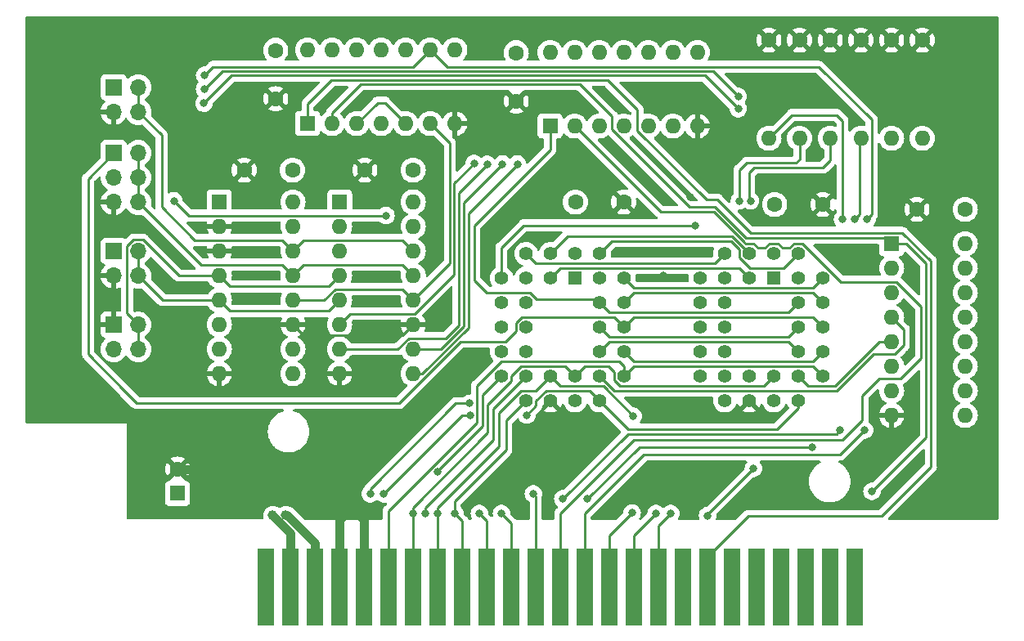
<source format=gbr>
%TF.GenerationSoftware,KiCad,Pcbnew,7.0.1*%
%TF.CreationDate,2023-06-02T18:32:51+09:00*%
%TF.ProjectId,project2_2,70726f6a-6563-4743-925f-322e6b696361,rev?*%
%TF.SameCoordinates,Original*%
%TF.FileFunction,Copper,L2,Bot*%
%TF.FilePolarity,Positive*%
%FSLAX46Y46*%
G04 Gerber Fmt 4.6, Leading zero omitted, Abs format (unit mm)*
G04 Created by KiCad (PCBNEW 7.0.1) date 2023-06-02 18:32:51*
%MOMM*%
%LPD*%
G01*
G04 APERTURE LIST*
%TA.AperFunction,ComponentPad*%
%ADD10C,1.600000*%
%TD*%
%TA.AperFunction,ConnectorPad*%
%ADD11R,1.700000X8.000000*%
%TD*%
%TA.AperFunction,ComponentPad*%
%ADD12R,1.600000X1.600000*%
%TD*%
%TA.AperFunction,ComponentPad*%
%ADD13O,1.600000X1.600000*%
%TD*%
%TA.AperFunction,ComponentPad*%
%ADD14R,1.700000X1.700000*%
%TD*%
%TA.AperFunction,ComponentPad*%
%ADD15O,1.700000X1.700000*%
%TD*%
%TA.AperFunction,ComponentPad*%
%ADD16R,1.422400X1.422400*%
%TD*%
%TA.AperFunction,ComponentPad*%
%ADD17C,1.422400*%
%TD*%
%TA.AperFunction,ViaPad*%
%ADD18C,1.000000*%
%TD*%
%TA.AperFunction,ViaPad*%
%ADD19C,0.800000*%
%TD*%
%TA.AperFunction,Conductor*%
%ADD20C,0.250000*%
%TD*%
%TA.AperFunction,Conductor*%
%ADD21C,0.900000*%
%TD*%
G04 APERTURE END LIST*
D10*
%TO.P,C1,1*%
%TO.N,+5V*%
X164124000Y-107442000D03*
%TO.P,C1,2*%
%TO.N,GND*%
X169124000Y-107442000D03*
%TD*%
D11*
%TO.P,CE1,1,~{CS1}*%
%TO.N,unconnected-(CE1-~{CS1}-Pad1)*%
X193040000Y-147320000D03*
%TO.P,CE1,3,~{CS12}*%
%TO.N,unconnected-(CE1-~{CS12}-Pad3)*%
X190500000Y-147320000D03*
%TO.P,CE1,5,N.C.*%
%TO.N,unconnected-(CE1-N.C.-Pad5)*%
X187960000Y-147320000D03*
%TO.P,CE1,7,~{WAIT}*%
%TO.N,unconnected-(CE1-~{WAIT}-Pad7)*%
X185420000Y-147320000D03*
%TO.P,CE1,9,~{M1}*%
%TO.N,unconnected-(CE1-~{M1}-Pad9)*%
X182880000Y-147320000D03*
%TO.P,CE1,11,~{IORQ}*%
%TO.N,unconnected-(CE1-~{IORQ}-Pad11)*%
X180340000Y-147320000D03*
%TO.P,CE1,13,~{WR}*%
%TO.N,/{slash}WR*%
X177800000Y-147320000D03*
%TO.P,CE1,15,~{RESET}*%
%TO.N,unconnected-(CE1-~{RESET}-Pad15)*%
X175260000Y-147320000D03*
%TO.P,CE1,17,A9*%
%TO.N,/A9*%
X172720000Y-147320000D03*
%TO.P,CE1,19,A11*%
%TO.N,/A11*%
X170180000Y-147320000D03*
%TO.P,CE1,21,A7*%
%TO.N,/A7*%
X167640000Y-147320000D03*
%TO.P,CE1,23,A12*%
%TO.N,/A12*%
X165100000Y-147320000D03*
%TO.P,CE1,25,A14*%
%TO.N,/A14*%
X162560000Y-147320000D03*
%TO.P,CE1,27,A1*%
%TO.N,/A1*%
X160020000Y-147320000D03*
%TO.P,CE1,29,A3*%
%TO.N,/A3*%
X157480000Y-147320000D03*
%TO.P,CE1,31,A5*%
%TO.N,/A5*%
X154940000Y-147320000D03*
%TO.P,CE1,33,D1*%
%TO.N,/D1*%
X152400000Y-147320000D03*
%TO.P,CE1,35,D3*%
%TO.N,/D3*%
X149860000Y-147320000D03*
%TO.P,CE1,37,D5*%
%TO.N,/D5*%
X147320000Y-147320000D03*
%TO.P,CE1,39,D7*%
%TO.N,/D7*%
X144780000Y-147320000D03*
%TO.P,CE1,41,GND*%
%TO.N,GND*%
X142240000Y-147320000D03*
%TO.P,CE1,43,GND*%
X139700000Y-147320000D03*
%TO.P,CE1,45,+5V*%
%TO.N,+5V*%
X137160000Y-147320000D03*
%TO.P,CE1,47,+5V*%
X134620000Y-147320000D03*
%TO.P,CE1,49,SNDOUT*%
%TO.N,unconnected-(CE1-SNDOUT-Pad49)*%
X132080000Y-147320000D03*
%TD*%
D10*
%TO.P,C8,1*%
%TO.N,+5V*%
X157988000Y-91988000D03*
%TO.P,C8,2*%
%TO.N,GND*%
X157988000Y-96988000D03*
%TD*%
%TO.P,C5,2*%
%TO.N,GND*%
X122936000Y-135103113D03*
D12*
%TO.P,C5,1*%
%TO.N,+5V*%
X122936000Y-137603113D03*
%TD*%
D10*
%TO.P,R2,1*%
%TO.N,GND*%
X187325000Y-90678000D03*
D13*
%TO.P,R2,2*%
%TO.N,/MA16*%
X187325000Y-100838000D03*
%TD*%
D10*
%TO.P,C7,1*%
%TO.N,+5V*%
X133091000Y-91744000D03*
%TO.P,C7,2*%
%TO.N,GND*%
X133091000Y-96744000D03*
%TD*%
%TO.P,C2,1*%
%TO.N,+5V*%
X184738000Y-107696000D03*
%TO.P,C2,2*%
%TO.N,GND*%
X189738000Y-107696000D03*
%TD*%
%TO.P,C3,1*%
%TO.N,+5V*%
X147320000Y-104140000D03*
%TO.P,C3,2*%
%TO.N,GND*%
X142320000Y-104140000D03*
%TD*%
%TO.P,R1,1*%
%TO.N,GND*%
X184150000Y-90678000D03*
D13*
%TO.P,R1,2*%
%TO.N,/MA17*%
X184150000Y-100838000D03*
%TD*%
D12*
%TO.P,U7,1,E*%
%TO.N,/{slash}SLTSL*%
X196850000Y-111760000D03*
D13*
%TO.P,U7,2,A0*%
%TO.N,Net-(U4-Q1)*%
X196850000Y-114300000D03*
%TO.P,U7,3,A1*%
%TO.N,Net-(U4-Q2)*%
X196850000Y-116840000D03*
%TO.P,U7,4,O0*%
%TO.N,/ROM_CE1*%
X196850000Y-119380000D03*
%TO.P,U7,5,O1*%
%TO.N,/ROM_CE2*%
X196850000Y-121920000D03*
%TO.P,U7,6,O2*%
%TO.N,unconnected-(U7A-O2-Pad6)*%
X196850000Y-124460000D03*
%TO.P,U7,7,O3*%
%TO.N,unconnected-(U7A-O3-Pad7)*%
X196850000Y-127000000D03*
%TO.P,U7,8,GND*%
%TO.N,GND*%
X196850000Y-129540000D03*
%TO.P,U7,9*%
%TO.N,N/C*%
X204470000Y-129540000D03*
%TO.P,U7,10*%
X204470000Y-127000000D03*
%TO.P,U7,11*%
X204470000Y-124460000D03*
%TO.P,U7,12*%
X204470000Y-121920000D03*
%TO.P,U7,13*%
X204470000Y-119380000D03*
%TO.P,U7,14*%
X204470000Y-116840000D03*
%TO.P,U7,15*%
X204470000Y-114300000D03*
%TO.P,U7,16,VCC*%
%TO.N,+5V*%
X204470000Y-111760000D03*
%TD*%
D14*
%TO.P,J4,1,Pin_1*%
%TO.N,GND*%
X116332000Y-120142000D03*
D15*
%TO.P,J4,2,Pin_2*%
%TO.N,Net-(J4-Pin_2)*%
X118872000Y-120142000D03*
%TO.P,J4,3,Pin_3*%
%TO.N,/A15*%
X116332000Y-122682000D03*
%TO.P,J4,4,Pin_4*%
%TO.N,Net-(J4-Pin_2)*%
X118872000Y-122682000D03*
%TD*%
D12*
%TO.P,U4,1,D2*%
%TO.N,/D5*%
X127254000Y-107442000D03*
D13*
%TO.P,U4,2,D3*%
%TO.N,GND*%
X127254000Y-109982000D03*
%TO.P,U4,3,D4*%
X127254000Y-112522000D03*
%TO.P,U4,4,Rb*%
%TO.N,Net-(J4-Pin_2)*%
X127254000Y-115062000D03*
%TO.P,U4,5,Ra*%
%TO.N,Net-(J3-Pin_2)*%
X127254000Y-117602000D03*
%TO.P,U4,6,Q4*%
%TO.N,unconnected-(U4-Q4-Pad6)*%
X127254000Y-120142000D03*
%TO.P,U4,7,Q3*%
%TO.N,unconnected-(U4-Q3-Pad7)*%
X127254000Y-122682000D03*
%TO.P,U4,8,GND*%
%TO.N,GND*%
X127254000Y-125222000D03*
%TO.P,U4,9,Q2*%
%TO.N,Net-(U4-Q2)*%
X134874000Y-125222000D03*
%TO.P,U4,10,Q1*%
%TO.N,Net-(U4-Q1)*%
X134874000Y-122682000D03*
%TO.P,U4,11,~{Er}*%
%TO.N,GND*%
X134874000Y-120142000D03*
%TO.P,U4,12,~{Ew}*%
%TO.N,Net-(U3-~{Ew})*%
X134874000Y-117602000D03*
%TO.P,U4,13,Wb*%
%TO.N,Net-(J2-Pin_2)*%
X134874000Y-115062000D03*
%TO.P,U4,14,Wa*%
%TO.N,Net-(J1-Pin_2)*%
X134874000Y-112522000D03*
%TO.P,U4,15,D1*%
%TO.N,/D4*%
X134874000Y-109982000D03*
%TO.P,U4,16,VCC*%
%TO.N,+5V*%
X134874000Y-107442000D03*
%TD*%
D10*
%TO.P,C4,1*%
%TO.N,GND*%
X129834000Y-104140000D03*
%TO.P,C4,2*%
%TO.N,+5V*%
X134834000Y-104140000D03*
%TD*%
%TO.P,R3,1*%
%TO.N,GND*%
X190500000Y-90678000D03*
D13*
%TO.P,R3,2*%
%TO.N,/MA15*%
X190500000Y-100838000D03*
%TD*%
D10*
%TO.P,R5,1*%
%TO.N,GND*%
X196850000Y-90678000D03*
D13*
%TO.P,R5,2*%
%TO.N,Net-(U4-Q2)*%
X196850000Y-100838000D03*
%TD*%
D14*
%TO.P,J2,1,Pin_1*%
%TO.N,/A11*%
X116332000Y-102362000D03*
D15*
%TO.P,J2,2,Pin_2*%
%TO.N,Net-(J2-Pin_2)*%
X118872000Y-102362000D03*
%TO.P,J2,3,Pin_3*%
%TO.N,/A12*%
X116332000Y-104902000D03*
%TO.P,J2,4,Pin_4*%
%TO.N,Net-(J2-Pin_2)*%
X118872000Y-104902000D03*
%TO.P,J2,5,Pin_5*%
%TO.N,GND*%
X116332000Y-107442000D03*
%TO.P,J2,6,Pin_6*%
%TO.N,Net-(J2-Pin_2)*%
X118872000Y-107442000D03*
%TD*%
D12*
%TO.P,U3,1,D2*%
%TO.N,/D1*%
X139710000Y-107432000D03*
D13*
%TO.P,U3,2,D3*%
%TO.N,/D2*%
X139710000Y-109972000D03*
%TO.P,U3,3,D4*%
%TO.N,/D3*%
X139710000Y-112512000D03*
%TO.P,U3,4,Rb*%
%TO.N,Net-(J4-Pin_2)*%
X139710000Y-115052000D03*
%TO.P,U3,5,Ra*%
%TO.N,Net-(J3-Pin_2)*%
X139710000Y-117592000D03*
%TO.P,U3,6,Q4*%
%TO.N,/MA17*%
X139710000Y-120132000D03*
%TO.P,U3,7,Q3*%
%TO.N,/MA16*%
X139710000Y-122672000D03*
%TO.P,U3,8,GND*%
%TO.N,GND*%
X139710000Y-125212000D03*
%TO.P,U3,9,Q2*%
%TO.N,/MA15*%
X147330000Y-125212000D03*
%TO.P,U3,10,Q1*%
%TO.N,/MA14*%
X147330000Y-122672000D03*
%TO.P,U3,11,~{Er}*%
%TO.N,GND*%
X147330000Y-120132000D03*
%TO.P,U3,12,~{Ew}*%
%TO.N,Net-(U3-~{Ew})*%
X147330000Y-117592000D03*
%TO.P,U3,13,Wb*%
%TO.N,Net-(J2-Pin_2)*%
X147330000Y-115052000D03*
%TO.P,U3,14,Wa*%
%TO.N,Net-(J1-Pin_2)*%
X147330000Y-112512000D03*
%TO.P,U3,15,D1*%
%TO.N,/D0*%
X147330000Y-109972000D03*
%TO.P,U3,16,VCC*%
%TO.N,+5V*%
X147330000Y-107432000D03*
%TD*%
D14*
%TO.P,J1,1,Pin_1*%
%TO.N,/A12*%
X116332000Y-95562000D03*
D15*
%TO.P,J1,2,Pin_2*%
%TO.N,Net-(J1-Pin_2)*%
X118872000Y-95562000D03*
%TO.P,J1,3,Pin_3*%
%TO.N,GND*%
X116332000Y-98102000D03*
%TO.P,J1,4,Pin_4*%
%TO.N,Net-(J1-Pin_2)*%
X118872000Y-98102000D03*
%TD*%
D16*
%TO.P,U2,1,VPP*%
%TO.N,+5V*%
X184658000Y-115316000D03*
D17*
%TO.P,U2,2,A16*%
%TO.N,/MA16*%
X182118000Y-112776000D03*
%TO.P,U2,3,A15*%
%TO.N,/MA15*%
X182118000Y-115316000D03*
%TO.P,U2,4,A12*%
%TO.N,/A12*%
X179578000Y-112776000D03*
%TO.P,U2,5,A7*%
%TO.N,/A7*%
X177038000Y-115316000D03*
%TO.P,U2,6,A6*%
%TO.N,/A6*%
X179578000Y-115316000D03*
%TO.P,U2,7,A5*%
%TO.N,/A5*%
X177038000Y-117856000D03*
%TO.P,U2,8,A4*%
%TO.N,/A4*%
X179578000Y-117856000D03*
%TO.P,U2,9,A3*%
%TO.N,/A3*%
X177038000Y-120396000D03*
%TO.P,U2,10,A2*%
%TO.N,/A2*%
X179578000Y-120396000D03*
%TO.P,U2,11,A1*%
%TO.N,/A1*%
X177038000Y-122936000D03*
%TO.P,U2,12,A0*%
%TO.N,/A0*%
X179578000Y-122936000D03*
%TO.P,U2,13,D0*%
%TO.N,/D0*%
X177038000Y-125476000D03*
%TO.P,U2,14,D1*%
%TO.N,/D1*%
X179578000Y-128016000D03*
%TO.P,U2,15,D2*%
%TO.N,/D2*%
X179578000Y-125476000D03*
%TO.P,U2,16,GND*%
%TO.N,GND*%
X182118000Y-128016000D03*
%TO.P,U2,17,D3*%
%TO.N,/D3*%
X182118000Y-125476000D03*
%TO.P,U2,18,D4*%
%TO.N,/D4*%
X184658000Y-128016000D03*
%TO.P,U2,19,D5*%
%TO.N,/D5*%
X184658000Y-125476000D03*
%TO.P,U2,20,D6*%
%TO.N,/D6*%
X187198000Y-128016000D03*
%TO.P,U2,21,D7*%
%TO.N,/D7*%
X189738000Y-125476000D03*
%TO.P,U2,22,~{CE}*%
%TO.N,/ROM_CE2*%
X187198000Y-125476000D03*
%TO.P,U2,23,A10*%
%TO.N,/A10*%
X189738000Y-122936000D03*
%TO.P,U2,24,~{OE}*%
%TO.N,/{slash}RD*%
X187198000Y-122936000D03*
%TO.P,U2,25,A11*%
%TO.N,/A11*%
X189738000Y-120396000D03*
%TO.P,U2,26,A9*%
%TO.N,/A9*%
X187198000Y-120396000D03*
%TO.P,U2,27,A8*%
%TO.N,/A8*%
X189738000Y-117856000D03*
%TO.P,U2,28,A13*%
%TO.N,/A13*%
X187198000Y-117856000D03*
%TO.P,U2,29,A14*%
%TO.N,/MA14*%
X189738000Y-115316000D03*
%TO.P,U2,30,A17*%
%TO.N,/MA17*%
X187198000Y-112776000D03*
%TO.P,U2,31,~{PGM}*%
%TO.N,+5V*%
X187198000Y-115316000D03*
%TO.P,U2,32,VCC*%
X184658000Y-112776000D03*
%TD*%
D10*
%TO.P,R6,1*%
%TO.N,GND*%
X200025000Y-90678000D03*
D13*
%TO.P,R6,2*%
%TO.N,Net-(U4-Q1)*%
X200025000Y-100838000D03*
%TD*%
D10*
%TO.P,C6,1*%
%TO.N,+5V*%
X204470000Y-108204000D03*
%TO.P,C6,2*%
%TO.N,GND*%
X199470000Y-108204000D03*
%TD*%
D12*
%TO.P,U5,1*%
%TO.N,/{slash}WR*%
X136393000Y-99314000D03*
D13*
%TO.P,U5,2*%
%TO.N,/{slash}SLTSL*%
X138933000Y-99314000D03*
%TO.P,U5,3*%
%TO.N,Net-(U5-Pad3)*%
X141473000Y-99314000D03*
%TO.P,U5,4*%
%TO.N,Net-(U5-Pad4)*%
X144013000Y-99314000D03*
%TO.P,U5,5*%
%TO.N,Net-(U5-Pad3)*%
X146553000Y-99314000D03*
%TO.P,U5,6*%
%TO.N,Net-(U3-~{Ew})*%
X149093000Y-99314000D03*
%TO.P,U5,7,GND*%
%TO.N,GND*%
X151633000Y-99314000D03*
%TO.P,U5,8*%
%TO.N,Net-(U5-Pad4)*%
X151633000Y-91694000D03*
%TO.P,U5,9*%
%TO.N,/A15*%
X149093000Y-91694000D03*
%TO.P,U5,10*%
%TO.N,Net-(U5-Pad10)*%
X146553000Y-91694000D03*
%TO.P,U5,11*%
%TO.N,unconnected-(U5-Pad11)*%
X144013000Y-91694000D03*
%TO.P,U5,12*%
%TO.N,unconnected-(U5-Pad12)*%
X141473000Y-91694000D03*
%TO.P,U5,13*%
%TO.N,unconnected-(U5-Pad13)*%
X138933000Y-91694000D03*
%TO.P,U5,14,VCC*%
%TO.N,+5V*%
X136393000Y-91694000D03*
%TD*%
D10*
%TO.P,R4,1*%
%TO.N,GND*%
X193675000Y-90678000D03*
D13*
%TO.P,R4,2*%
%TO.N,/MA14*%
X193675000Y-100838000D03*
%TD*%
D14*
%TO.P,J3,1,Pin_1*%
%TO.N,/A15*%
X116332000Y-112522000D03*
D15*
%TO.P,J3,2,Pin_2*%
%TO.N,Net-(J3-Pin_2)*%
X118872000Y-112522000D03*
%TO.P,J3,3,Pin_3*%
%TO.N,GND*%
X116332000Y-115062000D03*
%TO.P,J3,4,Pin_4*%
%TO.N,Net-(J3-Pin_2)*%
X118872000Y-115062000D03*
%TD*%
D17*
%TO.P,U1,32,VCC*%
%TO.N,+5V*%
X164084000Y-112776000D03*
%TO.P,U1,31,~{PGM}*%
X166624000Y-115316000D03*
%TO.P,U1,30,A17*%
%TO.N,/MA17*%
X166624000Y-112776000D03*
%TO.P,U1,29,A14*%
%TO.N,/MA14*%
X169164000Y-115316000D03*
%TO.P,U1,28,A13*%
%TO.N,/A13*%
X166624000Y-117856000D03*
%TO.P,U1,27,A8*%
%TO.N,/A8*%
X169164000Y-117856000D03*
%TO.P,U1,26,A9*%
%TO.N,/A9*%
X166624000Y-120396000D03*
%TO.P,U1,25,A11*%
%TO.N,/A11*%
X169164000Y-120396000D03*
%TO.P,U1,24,~{OE}*%
%TO.N,/{slash}RD*%
X166624000Y-122936000D03*
%TO.P,U1,23,A10*%
%TO.N,/A10*%
X169164000Y-122936000D03*
%TO.P,U1,22,~{CE}*%
%TO.N,/ROM_CE1*%
X166624000Y-125476000D03*
%TO.P,U1,21,D7*%
%TO.N,/D7*%
X169164000Y-125476000D03*
%TO.P,U1,20,D6*%
%TO.N,/D6*%
X166624000Y-128016000D03*
%TO.P,U1,19,D5*%
%TO.N,/D5*%
X164084000Y-125476000D03*
%TO.P,U1,18,D4*%
%TO.N,/D4*%
X164084000Y-128016000D03*
%TO.P,U1,17,D3*%
%TO.N,/D3*%
X161544000Y-125476000D03*
%TO.P,U1,16,GND*%
%TO.N,GND*%
X161544000Y-128016000D03*
%TO.P,U1,15,D2*%
%TO.N,/D2*%
X159004000Y-125476000D03*
%TO.P,U1,14,D1*%
%TO.N,/D1*%
X159004000Y-128016000D03*
%TO.P,U1,13,D0*%
%TO.N,/D0*%
X156464000Y-125476000D03*
%TO.P,U1,12,A0*%
%TO.N,/A0*%
X159004000Y-122936000D03*
%TO.P,U1,11,A1*%
%TO.N,/A1*%
X156464000Y-122936000D03*
%TO.P,U1,10,A2*%
%TO.N,/A2*%
X159004000Y-120396000D03*
%TO.P,U1,9,A3*%
%TO.N,/A3*%
X156464000Y-120396000D03*
%TO.P,U1,8,A4*%
%TO.N,/A4*%
X159004000Y-117856000D03*
%TO.P,U1,7,A5*%
%TO.N,/A5*%
X156464000Y-117856000D03*
%TO.P,U1,6,A6*%
%TO.N,/A6*%
X159004000Y-115316000D03*
%TO.P,U1,5,A7*%
%TO.N,/A7*%
X156464000Y-115316000D03*
%TO.P,U1,4,A12*%
%TO.N,/A12*%
X159004000Y-112776000D03*
%TO.P,U1,3,A15*%
%TO.N,/MA15*%
X161544000Y-115316000D03*
%TO.P,U1,2,A16*%
%TO.N,/MA16*%
X161544000Y-112776000D03*
D16*
%TO.P,U1,1,VPP*%
%TO.N,+5V*%
X164084000Y-115316000D03*
%TD*%
D12*
%TO.P,U6,1*%
%TO.N,/A13*%
X161502000Y-99568000D03*
D13*
%TO.P,U6,2*%
%TO.N,/A14*%
X164042000Y-99568000D03*
%TO.P,U6,3*%
%TO.N,Net-(U5-Pad10)*%
X166582000Y-99568000D03*
%TO.P,U6,4*%
%TO.N,unconnected-(U6-Pad4)*%
X169122000Y-99568000D03*
%TO.P,U6,5*%
%TO.N,unconnected-(U6-Pad5)*%
X171662000Y-99568000D03*
%TO.P,U6,6*%
%TO.N,unconnected-(U6-Pad6)*%
X174202000Y-99568000D03*
%TO.P,U6,7,GND*%
%TO.N,GND*%
X176742000Y-99568000D03*
%TO.P,U6,8*%
%TO.N,unconnected-(U6-Pad8)*%
X176742000Y-91948000D03*
%TO.P,U6,9*%
%TO.N,unconnected-(U6-Pad9)*%
X174202000Y-91948000D03*
%TO.P,U6,10*%
%TO.N,unconnected-(U6-Pad10)*%
X171662000Y-91948000D03*
%TO.P,U6,11*%
%TO.N,unconnected-(U6-Pad11)*%
X169122000Y-91948000D03*
%TO.P,U6,12*%
%TO.N,unconnected-(U6-Pad12)*%
X166582000Y-91948000D03*
%TO.P,U6,13*%
%TO.N,unconnected-(U6-Pad13)*%
X164042000Y-91948000D03*
%TO.P,U6,14,VCC*%
%TO.N,+5V*%
X161502000Y-91948000D03*
%TD*%
D18*
%TO.N,+5V*%
X132792063Y-139904063D03*
X134112000Y-139904063D03*
D19*
%TO.N,GND*%
X173228000Y-115062000D03*
X196850000Y-103632000D03*
X131064000Y-115062000D03*
X131064000Y-112522000D03*
X154940000Y-113792000D03*
X199136000Y-134874000D03*
X202184000Y-120650000D03*
X204978000Y-105156000D03*
X159766000Y-132842000D03*
X131064000Y-122682000D03*
X202692000Y-134874000D03*
X194818000Y-133604000D03*
X197866000Y-136144000D03*
X145542000Y-117856000D03*
X162814000Y-132842000D03*
X161544000Y-129794000D03*
X202184000Y-123190000D03*
X195834000Y-132588000D03*
X202692000Y-133096000D03*
X169164000Y-137414000D03*
X193802000Y-134620000D03*
X202184000Y-116840000D03*
X176022000Y-106934000D03*
X166624000Y-129794000D03*
X150114000Y-119126000D03*
X184150000Y-136398000D03*
X149606000Y-112268000D03*
X196596000Y-137414000D03*
X198628000Y-123190000D03*
X171196000Y-135382000D03*
X180340000Y-135382000D03*
X144018000Y-133350000D03*
X145542000Y-115316000D03*
X147320000Y-129794000D03*
X166116000Y-132842000D03*
X131064000Y-120142000D03*
X202184000Y-125984000D03*
X149606000Y-110236000D03*
X121666000Y-115570000D03*
X153924000Y-124206000D03*
X181610000Y-129794000D03*
X200152000Y-103632000D03*
X187198000Y-136398000D03*
X175768000Y-128524000D03*
X177800000Y-137668000D03*
X161798000Y-105156000D03*
X173228000Y-112522000D03*
X202692000Y-136398000D03*
X145542000Y-120396000D03*
X190754000Y-112776000D03*
X173228000Y-128524000D03*
X139192000Y-96266000D03*
X167894000Y-97028000D03*
X139954000Y-129794000D03*
X193040000Y-114300000D03*
X173228000Y-106934000D03*
X157480000Y-108966000D03*
X199136000Y-114046000D03*
X131064000Y-117602000D03*
X185674000Y-136398000D03*
X157480000Y-113792000D03*
X131064000Y-110236000D03*
X183388000Y-129540000D03*
%TO.N,/D6*%
X159085132Y-129501306D03*
X153150371Y-128287706D03*
X142875000Y-137668000D03*
%TO.N,/D4*%
X153199500Y-129540000D03*
X144272000Y-137668000D03*
%TO.N,/D5*%
X147320000Y-139700000D03*
%TO.N,/D2*%
X148590000Y-139700000D03*
%TO.N,/D3*%
X170115802Y-129604198D03*
X149860000Y-139700000D03*
%TO.N,/D0*%
X149860000Y-135382000D03*
%TO.N,/D1*%
X151638000Y-139700000D03*
%TO.N,/A5*%
X154178000Y-139700000D03*
%TO.N,/A3*%
X156464000Y-139700000D03*
%TO.N,/A1*%
X159766000Y-137668000D03*
%TO.N,/A13*%
X191516000Y-131064000D03*
X162814000Y-138176000D03*
%TO.N,/A8*%
X165354000Y-138176000D03*
X188595000Y-132804500D03*
%TO.N,/A12*%
X144518001Y-108846999D03*
X122555000Y-107315000D03*
X194056000Y-131064000D03*
%TO.N,/A7*%
X176530000Y-109855000D03*
X169989502Y-139636500D03*
%TO.N,/A11*%
X172466002Y-139700000D03*
%TO.N,/A15*%
X194310000Y-109220000D03*
X125736985Y-94320995D03*
%TO.N,/A9*%
X173990000Y-139700000D03*
%TO.N,/{slash}RD*%
X177800000Y-139916500D03*
X182543750Y-135045750D03*
%TO.N,/{slash}SLTSL*%
X194822300Y-137418300D03*
%TO.N,/MA14*%
X193040000Y-109220000D03*
X156572250Y-103505000D03*
%TO.N,/MA15*%
X182245000Y-107315000D03*
X158115000Y-103505000D03*
%TO.N,/MA16*%
X181102000Y-107315000D03*
X154984750Y-103549750D03*
%TO.N,/MA17*%
X153625250Y-103460250D03*
X191770000Y-109220000D03*
%TO.N,Net-(U4-Q2)*%
X125721745Y-95749745D03*
X180975000Y-96520000D03*
%TO.N,Net-(U4-Q1)*%
X180975000Y-97790000D03*
X125666500Y-97218500D03*
%TD*%
D20*
%TO.N,/D3*%
X162580200Y-126512200D02*
X161544000Y-125476000D01*
X167023804Y-126512200D02*
X162580200Y-126512200D01*
X170115802Y-129604198D02*
X167023804Y-126512200D01*
D21*
%TO.N,+5V*%
X132792063Y-139904063D02*
X134620000Y-141732000D01*
X134316063Y-139904063D02*
X137160000Y-142748000D01*
X134112000Y-139904063D02*
X134316063Y-139904063D01*
X137160000Y-142748000D02*
X137160000Y-147320000D01*
X134620000Y-141732000D02*
X134620000Y-147320000D01*
%TO.N,GND*%
X140017500Y-140017500D02*
X140335000Y-139700000D01*
X142240000Y-140335000D02*
X142240000Y-147320000D01*
D20*
X135989000Y-121257000D02*
X146205000Y-121257000D01*
D21*
X135103113Y-135103113D02*
X140017500Y-140017500D01*
D20*
X134874000Y-120142000D02*
X135989000Y-121257000D01*
D21*
X122936000Y-135103113D02*
X135103113Y-135103113D01*
X141605000Y-139700000D02*
X142240000Y-140335000D01*
X139700000Y-140335000D02*
X140017500Y-140017500D01*
X139700000Y-147320000D02*
X139700000Y-140335000D01*
D20*
X146205000Y-121257000D02*
X147330000Y-120132000D01*
D21*
X140335000Y-139700000D02*
X141605000Y-139700000D01*
D20*
%TO.N,/D6*%
X160046524Y-128009676D02*
X160046524Y-128539914D01*
X184980501Y-130995499D02*
X169603499Y-130995499D01*
X165587800Y-126979800D02*
X161076400Y-126979800D01*
X160046524Y-128539914D02*
X159085132Y-129501306D01*
X161076400Y-126979800D02*
X160046524Y-128009676D01*
X169603499Y-130995499D02*
X166624000Y-128016000D01*
X187198000Y-128016000D02*
X187198000Y-128778000D01*
X187198000Y-128778000D02*
X184980501Y-130995499D01*
X142875000Y-137160000D02*
X142875000Y-137668000D01*
X166624000Y-128016000D02*
X165587800Y-126979800D01*
X153150371Y-128287706D02*
X151747294Y-128287706D01*
X151747294Y-128287706D02*
X142875000Y-137160000D01*
%TO.N,/D7*%
X153924000Y-126492000D02*
X156443800Y-123972200D01*
X169164000Y-124470212D02*
X169164000Y-125476000D01*
X170200200Y-124439800D02*
X188701800Y-124439800D01*
X144780000Y-147320000D02*
X144780000Y-139436695D01*
X153924000Y-130292695D02*
X153924000Y-126492000D01*
X156443800Y-123972200D02*
X168665988Y-123972200D01*
X144780000Y-139436695D02*
X153924000Y-130292695D01*
X169164000Y-125476000D02*
X170200200Y-124439800D01*
X168665988Y-123972200D02*
X169164000Y-124470212D01*
X188701800Y-124439800D02*
X189738000Y-125476000D01*
%TO.N,/D4*%
X144272000Y-137668000D02*
X152400000Y-129540000D01*
X152400000Y-129540000D02*
X153199500Y-129540000D01*
%TO.N,/D5*%
X155041033Y-131343967D02*
X147320000Y-139065000D01*
X167520809Y-124439800D02*
X168127800Y-125046791D01*
X165120200Y-124439800D02*
X167520809Y-124439800D01*
X168127800Y-125046791D02*
X168127800Y-125905209D01*
X163047800Y-124439800D02*
X158516200Y-124439800D01*
X164084000Y-125476000D02*
X165120200Y-124439800D01*
X168127800Y-125905209D02*
X168734791Y-126512200D01*
X157500200Y-125455800D02*
X157500200Y-125963800D01*
X147320000Y-139700000D02*
X147320000Y-147320000D01*
X183621800Y-126512200D02*
X184658000Y-125476000D01*
X157500200Y-125963800D02*
X155041033Y-128422967D01*
X155041033Y-128422967D02*
X155041033Y-131343967D01*
X158516200Y-124439800D02*
X157500200Y-125455800D01*
X147320000Y-139065000D02*
X147320000Y-139700000D01*
X164084000Y-125476000D02*
X163047800Y-124439800D01*
X168734791Y-126512200D02*
X183621800Y-126512200D01*
%TO.N,/D2*%
X155599707Y-132053897D02*
X148590000Y-139063604D01*
X155599707Y-128880293D02*
X155599707Y-132053897D01*
X159004000Y-125476000D02*
X155599707Y-128880293D01*
X148590000Y-139063604D02*
X148590000Y-139700000D01*
%TO.N,/D3*%
X156210000Y-129286000D02*
X158516200Y-126979800D01*
X158516200Y-126979800D02*
X160040200Y-126979800D01*
X149860000Y-139063604D02*
X156210000Y-132713604D01*
X149860000Y-139700000D02*
X149860000Y-139063604D01*
X160040200Y-126979800D02*
X161544000Y-125476000D01*
X149860000Y-139700000D02*
X149860000Y-147320000D01*
X156210000Y-132713604D02*
X156210000Y-129286000D01*
%TO.N,/D0*%
X154490000Y-130625000D02*
X154490000Y-127450000D01*
X149860000Y-135255000D02*
X154490000Y-130625000D01*
X149860000Y-135382000D02*
X149860000Y-135255000D01*
X154490000Y-127450000D02*
X156464000Y-125476000D01*
%TO.N,/D1*%
X151638000Y-138430000D02*
X156972000Y-133096000D01*
X152400000Y-140462000D02*
X152400000Y-147320000D01*
X156972000Y-130048000D02*
X159004000Y-128016000D01*
X156972000Y-133096000D02*
X156972000Y-130048000D01*
X151638000Y-139700000D02*
X151638000Y-138430000D01*
X151638000Y-139700000D02*
X152400000Y-140462000D01*
%TO.N,/A5*%
X154178000Y-139700000D02*
X154940000Y-140462000D01*
X154940000Y-140462000D02*
X154940000Y-147320000D01*
%TO.N,/A3*%
X156464000Y-139700000D02*
X157480000Y-140716000D01*
X157480000Y-140716000D02*
X157480000Y-147320000D01*
%TO.N,/A1*%
X160020000Y-137922000D02*
X159766000Y-137668000D01*
X160020000Y-147320000D02*
X160020000Y-137922000D01*
%TO.N,/A13*%
X166243000Y-117475000D02*
X166624000Y-117856000D01*
X161502000Y-99568000D02*
X161502000Y-102023000D01*
X186161800Y-118892200D02*
X187198000Y-117856000D01*
X154940000Y-116840000D02*
X156014591Y-116840000D01*
X162814000Y-138176000D02*
X169545000Y-131445000D01*
X160088409Y-117475000D02*
X166243000Y-117475000D01*
X167660200Y-118892200D02*
X186161800Y-118892200D01*
X156014591Y-116840000D02*
X156034791Y-116819800D01*
X159433209Y-116819800D02*
X160088409Y-117475000D01*
X153670000Y-115570000D02*
X154940000Y-116840000D01*
X153670000Y-109855000D02*
X153670000Y-115570000D01*
X156034791Y-116819800D02*
X159433209Y-116819800D01*
X166624000Y-117856000D02*
X167660200Y-118892200D01*
X169545000Y-131445000D02*
X191135000Y-131445000D01*
X161502000Y-102023000D02*
X153670000Y-109855000D01*
X191135000Y-131445000D02*
X191516000Y-131064000D01*
%TO.N,/A8*%
X169164000Y-117856000D02*
X170200200Y-116819800D01*
X170200200Y-116819800D02*
X188701800Y-116819800D01*
X188595000Y-132804500D02*
X170725500Y-132804500D01*
X188701800Y-116819800D02*
X189738000Y-117856000D01*
X170725500Y-132804500D02*
X165354000Y-138176000D01*
%TO.N,/A12*%
X191516000Y-133604000D02*
X194056000Y-131064000D01*
X165100000Y-147320000D02*
X165100000Y-139700000D01*
X122555000Y-107315000D02*
X124086999Y-108846999D01*
X159004000Y-112776000D02*
X160040200Y-113812200D01*
X160040200Y-113812200D02*
X178541800Y-113812200D01*
X171196000Y-133604000D02*
X191516000Y-133604000D01*
X165100000Y-139700000D02*
X171196000Y-133604000D01*
X178541800Y-113812200D02*
X179578000Y-112776000D01*
X124086999Y-108846999D02*
X144518001Y-108846999D01*
%TO.N,/A7*%
X158750000Y-109855000D02*
X176530000Y-109855000D01*
X167640000Y-141986002D02*
X169989502Y-139636500D01*
X156464000Y-112141000D02*
X158750000Y-109855000D01*
X156464000Y-115316000D02*
X156464000Y-112141000D01*
X167640000Y-147320000D02*
X167640000Y-141986002D01*
%TO.N,/A10*%
X170200200Y-123972200D02*
X188701800Y-123972200D01*
X188701800Y-123972200D02*
X189738000Y-122936000D01*
X169164000Y-122936000D02*
X170200200Y-123972200D01*
%TO.N,/A11*%
X117453701Y-126978701D02*
X113665000Y-123190000D01*
X113665000Y-105029000D02*
X116332000Y-102362000D01*
X113665000Y-123190000D02*
X113665000Y-105029000D01*
X117453701Y-127000000D02*
X117453701Y-126978701D01*
X169164000Y-120396000D02*
X170200200Y-119359800D01*
X152233191Y-121899800D02*
X145862991Y-128270000D01*
X156865200Y-121899800D02*
X152233191Y-121899800D01*
X145862991Y-128270000D02*
X118723701Y-128270000D01*
X158574791Y-119359800D02*
X157967800Y-119966791D01*
X157967800Y-119966791D02*
X157967800Y-120797200D01*
X188701800Y-119359800D02*
X189738000Y-120396000D01*
X170180000Y-141986002D02*
X172466002Y-139700000D01*
X168127800Y-119359800D02*
X158574791Y-119359800D01*
X170200200Y-119359800D02*
X188701800Y-119359800D01*
X170180000Y-147320000D02*
X170180000Y-141986002D01*
X118723701Y-128270000D02*
X117453701Y-127000000D01*
X157967800Y-120797200D02*
X156865200Y-121899800D01*
X169164000Y-120396000D02*
X168127800Y-119359800D01*
%TO.N,/A15*%
X149093000Y-91694000D02*
X147335004Y-93451996D01*
X194800000Y-108730000D02*
X194310000Y-109220000D01*
X150850996Y-93451996D02*
X189336996Y-93451996D01*
X149093000Y-91694000D02*
X150850996Y-93451996D01*
X194800000Y-98915000D02*
X194800000Y-108730000D01*
X189336996Y-93451996D02*
X194800000Y-98915000D01*
X126605984Y-93451996D02*
X125736985Y-94320995D01*
X147335004Y-93451996D02*
X126605984Y-93451996D01*
%TO.N,/A9*%
X186161800Y-121432200D02*
X187198000Y-120396000D01*
X166624000Y-120396000D02*
X167660200Y-121432200D01*
X172720000Y-140970000D02*
X173990000Y-139700000D01*
X172720000Y-147320000D02*
X172720000Y-140970000D01*
X167660200Y-121432200D02*
X186161800Y-121432200D01*
%TO.N,/{slash}RD*%
X166624000Y-122936000D02*
X167660200Y-121899800D01*
X177800000Y-139789500D02*
X177800000Y-139916500D01*
X186161800Y-121899800D02*
X187198000Y-122936000D01*
X182543750Y-135045750D02*
X177800000Y-139789500D01*
X167660200Y-121899800D02*
X186161800Y-121899800D01*
%TO.N,/{slash}WR*%
X200914000Y-134874000D02*
X195834000Y-139954000D01*
X138879501Y-94800499D02*
X167444499Y-94800499D01*
X170537000Y-97893000D02*
X170537000Y-100033991D01*
X136393000Y-99314000D02*
X136393000Y-97287000D01*
X178816000Y-107188000D02*
X182263000Y-110635000D01*
X170537000Y-100033991D02*
X177691009Y-107188000D01*
X182263000Y-110635000D02*
X197975000Y-110635000D01*
X177691009Y-107188000D02*
X178816000Y-107188000D01*
X182016000Y-139954000D02*
X177800000Y-144170000D01*
X167444499Y-94800499D02*
X170537000Y-97893000D01*
X177800000Y-144170000D02*
X177800000Y-147320000D01*
X136393000Y-97287000D02*
X138879501Y-94800499D01*
X197975000Y-110635000D02*
X200914000Y-113574000D01*
X200914000Y-113574000D02*
X200914000Y-134874000D01*
X195834000Y-139954000D02*
X182016000Y-139954000D01*
%TO.N,/{slash}SLTSL*%
X175913009Y-107950000D02*
X178562000Y-107950000D01*
X141859000Y-95250000D02*
X164592000Y-95250000D01*
X196850000Y-111760000D02*
X198374000Y-111760000D01*
X198374000Y-111760000D02*
X200406000Y-113792000D01*
X181777299Y-111165299D02*
X196255299Y-111165299D01*
X167894000Y-99930991D02*
X175913009Y-107950000D01*
X196255299Y-111165299D02*
X196850000Y-111760000D01*
X138933000Y-98176000D02*
X141859000Y-95250000D01*
X178562000Y-107950000D02*
X181777299Y-111165299D01*
X138933000Y-99314000D02*
X138933000Y-98176000D01*
X164592000Y-95250000D02*
X167894000Y-98552000D01*
X200406000Y-131834600D02*
X194822300Y-137418300D01*
X200406000Y-113792000D02*
X200406000Y-131834600D01*
X167894000Y-98552000D02*
X167894000Y-99930991D01*
%TO.N,/MA14*%
X193548000Y-100965000D02*
X193548000Y-108712000D01*
X152585499Y-107491751D02*
X156572250Y-103505000D01*
X169164000Y-115316000D02*
X170200200Y-116352200D01*
X188701800Y-116352200D02*
X189738000Y-115316000D01*
X147330000Y-122672000D02*
X150189611Y-122672000D01*
X150189611Y-122672000D02*
X152585499Y-120276112D01*
X193548000Y-108712000D02*
X193040000Y-109220000D01*
X170200200Y-116352200D02*
X188701800Y-116352200D01*
X152585499Y-120276112D02*
X152585499Y-107491751D01*
X193675000Y-100838000D02*
X193548000Y-100965000D01*
%TO.N,/MA15*%
X153035000Y-120462301D02*
X153035000Y-108585000D01*
X182118000Y-107188000D02*
X182118000Y-104394000D01*
X181081800Y-114279800D02*
X182118000Y-115316000D01*
X182245000Y-107315000D02*
X182118000Y-107188000D01*
X182626000Y-103886000D02*
X189738000Y-103886000D01*
X147330000Y-125212000D02*
X148285301Y-125212000D01*
X161544000Y-115316000D02*
X162580200Y-114279800D01*
X182118000Y-104394000D02*
X182626000Y-103886000D01*
X153035000Y-108585000D02*
X158115000Y-103505000D01*
X190500000Y-103124000D02*
X190500000Y-100838000D01*
X162580200Y-114279800D02*
X181081800Y-114279800D01*
X148285301Y-125212000D02*
X153035000Y-120462301D01*
X189738000Y-103886000D02*
X190500000Y-103124000D01*
%TO.N,/MA16*%
X181102000Y-104140000D02*
X181102000Y-107315000D01*
X150678921Y-121547000D02*
X152029002Y-120196919D01*
X152029002Y-106505498D02*
X154984750Y-103549750D01*
X187325000Y-100838000D02*
X187325000Y-102997000D01*
X180338620Y-110998000D02*
X181405420Y-112064800D01*
X161544000Y-112776000D02*
X163322000Y-110998000D01*
X187325000Y-102997000D02*
X186944000Y-103378000D01*
X181406800Y-112064800D02*
X182118000Y-112776000D01*
X139710000Y-122672000D02*
X145739009Y-122672000D01*
X152029002Y-120196919D02*
X152029002Y-106505498D01*
X146864009Y-121547000D02*
X150678921Y-121547000D01*
X181405420Y-112064800D02*
X181406800Y-112064800D01*
X145739009Y-122672000D02*
X146864009Y-121547000D01*
X181864000Y-103378000D02*
X181102000Y-104140000D01*
X163322000Y-110998000D02*
X180338620Y-110998000D01*
X186944000Y-103378000D02*
X181864000Y-103378000D01*
%TO.N,/MA17*%
X181081800Y-112376870D02*
X181081800Y-113205209D01*
X184150000Y-100838000D02*
X184150000Y-100817000D01*
X167894000Y-111506000D02*
X180210930Y-111506000D01*
X139710000Y-120132000D02*
X140835000Y-119007000D01*
X140835000Y-119007000D02*
X147505991Y-119007000D01*
X182156391Y-114279800D02*
X185694200Y-114279800D01*
X184150000Y-100817000D02*
X186542000Y-98425000D01*
X151579501Y-114933490D02*
X151579501Y-105505999D01*
X181081800Y-113205209D02*
X182156391Y-114279800D01*
X191135000Y-98425000D02*
X191770000Y-99060000D01*
X186542000Y-98425000D02*
X191135000Y-98425000D01*
X166624000Y-112776000D02*
X167894000Y-111506000D01*
X185694200Y-114279800D02*
X187198000Y-112776000D01*
X151579501Y-105505999D02*
X153625250Y-103460250D01*
X147505991Y-119007000D02*
X151579501Y-114933490D01*
X180210930Y-111506000D02*
X181081800Y-112376870D01*
X191770000Y-99060000D02*
X191770000Y-109220000D01*
%TO.N,/ROM_CE1*%
X198120000Y-120650000D02*
X196850000Y-119380000D01*
X168127800Y-126979800D02*
X191155200Y-126979800D01*
X198120000Y-122240991D02*
X198120000Y-120650000D01*
X191155200Y-126979800D02*
X194945000Y-123190000D01*
X197170991Y-123190000D02*
X198120000Y-122240991D01*
X166624000Y-125476000D02*
X168127800Y-126979800D01*
X194945000Y-123190000D02*
X197170991Y-123190000D01*
%TO.N,/ROM_CE2*%
X190987110Y-126512200D02*
X195579310Y-121920000D01*
X195579310Y-121920000D02*
X196850000Y-121920000D01*
X188234200Y-126512200D02*
X190987110Y-126512200D01*
X187198000Y-125476000D02*
X188234200Y-126512200D01*
%TO.N,Net-(J1-Pin_2)*%
X146205000Y-111387000D02*
X147330000Y-112512000D01*
X118872000Y-95562000D02*
X118872000Y-98102000D01*
X118872000Y-98102000D02*
X121285000Y-100515000D01*
X136009000Y-111387000D02*
X146205000Y-111387000D01*
X121285000Y-107950000D02*
X124732000Y-111397000D01*
X124732000Y-111397000D02*
X133749000Y-111397000D01*
X133749000Y-111397000D02*
X134874000Y-112522000D01*
X134874000Y-112522000D02*
X136009000Y-111387000D01*
X121285000Y-100515000D02*
X121285000Y-107950000D01*
%TO.N,/A14*%
X181591110Y-111614800D02*
X181593196Y-111614800D01*
X181593196Y-111614800D02*
X181718196Y-111739800D01*
X162560000Y-139695701D02*
X162560000Y-147320000D01*
X170175701Y-132080000D02*
X162560000Y-139695701D01*
X164042000Y-99568000D02*
X172932000Y-108458000D01*
X185556910Y-112209501D02*
X186299090Y-112209501D01*
X191602409Y-115715000D02*
X197315991Y-115715000D01*
X183759090Y-112209501D02*
X184228791Y-111739800D01*
X172932000Y-108458000D02*
X178434310Y-108458000D01*
X181718196Y-111739800D02*
X182547209Y-111739800D01*
X197806681Y-125730000D02*
X195580000Y-125730000D01*
X184228791Y-111739800D02*
X185087209Y-111739800D01*
X178434310Y-108458000D02*
X181591110Y-111614800D01*
X186768791Y-111739800D02*
X187627209Y-111739800D01*
X186299090Y-112209501D02*
X186768791Y-111739800D01*
X195580000Y-125730000D02*
X193820000Y-127490000D01*
X182547209Y-111739800D02*
X183016910Y-112209501D01*
X193820000Y-127490000D02*
X193820000Y-130030000D01*
X199898000Y-118297009D02*
X199898000Y-123638681D01*
X185087209Y-111739800D02*
X185556910Y-112209501D01*
X193820000Y-130030000D02*
X191770000Y-132080000D01*
X199898000Y-123638681D02*
X197806681Y-125730000D01*
X183016910Y-112209501D02*
X183759090Y-112209501D01*
X197315991Y-115715000D02*
X199898000Y-118297009D01*
X191770000Y-132080000D02*
X170175701Y-132080000D01*
X187627209Y-111739800D02*
X191602409Y-115715000D01*
%TO.N,Net-(U4-Q2)*%
X178356497Y-93901497D02*
X127569993Y-93901497D01*
X180975000Y-96520000D02*
X178356497Y-93901497D01*
X127569993Y-93901497D02*
X125721745Y-95749745D01*
%TO.N,Net-(U4-Q1)*%
X180975000Y-97790000D02*
X177535998Y-94350998D01*
X177535998Y-94350998D02*
X128534002Y-94350998D01*
X128534002Y-94350998D02*
X125666500Y-97218500D01*
%TO.N,Net-(J4-Pin_2)*%
X119358701Y-111347000D02*
X118385299Y-111347000D01*
X127254000Y-115062000D02*
X123073701Y-115062000D01*
X123073701Y-115062000D02*
X119358701Y-111347000D01*
X117697000Y-112035299D02*
X117697000Y-118967000D01*
X117697000Y-118967000D02*
X118872000Y-120142000D01*
X128379000Y-116187000D02*
X138575000Y-116187000D01*
X118872000Y-120142000D02*
X118872000Y-122682000D01*
X118385299Y-111347000D02*
X117697000Y-112035299D01*
X127254000Y-115062000D02*
X128379000Y-116187000D01*
X138575000Y-116187000D02*
X139710000Y-115052000D01*
%TO.N,Net-(J3-Pin_2)*%
X127254000Y-117602000D02*
X128379000Y-118727000D01*
X138575000Y-118727000D02*
X139710000Y-117592000D01*
X118872000Y-112522000D02*
X118872000Y-115062000D01*
X118872000Y-115062000D02*
X121412000Y-117602000D01*
X121412000Y-117602000D02*
X127254000Y-117602000D01*
X128379000Y-118727000D02*
X138575000Y-118727000D01*
%TO.N,Net-(U3-~{Ew})*%
X138109009Y-117602000D02*
X139244009Y-116467000D01*
X149093000Y-99314000D02*
X151130000Y-101351000D01*
X146205000Y-116467000D02*
X147330000Y-117592000D01*
X151130000Y-113792000D02*
X147330000Y-117592000D01*
X139244009Y-116467000D02*
X146205000Y-116467000D01*
X134874000Y-117602000D02*
X138109009Y-117602000D01*
X151130000Y-101351000D02*
X151130000Y-113792000D01*
%TO.N,Net-(J2-Pin_2)*%
X125367000Y-113937000D02*
X133749000Y-113937000D01*
X146205000Y-113927000D02*
X147330000Y-115052000D01*
X133749000Y-113937000D02*
X134874000Y-115062000D01*
X118872000Y-107442000D02*
X125367000Y-113937000D01*
X136009000Y-113927000D02*
X146205000Y-113927000D01*
X118872000Y-102362000D02*
X118872000Y-107442000D01*
X134874000Y-115062000D02*
X136009000Y-113927000D01*
%TO.N,Net-(U5-Pad3)*%
X143632000Y-97155000D02*
X144394000Y-97155000D01*
X141473000Y-99314000D02*
X143632000Y-97155000D01*
X144394000Y-97155000D02*
X146553000Y-99314000D01*
%TD*%
%TA.AperFunction,Conductor*%
%TO.N,GND*%
G36*
X207778176Y-88208132D02*
G01*
X207840157Y-88224754D01*
X207885530Y-88270133D01*
X207902142Y-88332117D01*
X207905029Y-112390380D01*
X207905029Y-112390395D01*
X207905043Y-140243538D01*
X207888425Y-140305546D01*
X207843026Y-140350935D01*
X207781014Y-140367538D01*
X196607002Y-140364919D01*
X196550715Y-140351393D01*
X196506703Y-140313790D01*
X196484556Y-140260305D01*
X196489102Y-140202595D01*
X196519348Y-140153240D01*
X201297789Y-135374800D01*
X201313885Y-135361906D01*
X201315873Y-135359787D01*
X201315877Y-135359786D01*
X201361948Y-135310723D01*
X201364566Y-135308023D01*
X201384120Y-135288471D01*
X201386581Y-135285298D01*
X201394156Y-135276427D01*
X201424062Y-135244582D01*
X201433712Y-135227027D01*
X201444400Y-135210757D01*
X201456671Y-135194938D01*
X201456673Y-135194936D01*
X201474026Y-135154832D01*
X201479157Y-135144362D01*
X201500197Y-135106092D01*
X201505175Y-135086699D01*
X201511481Y-135068282D01*
X201513059Y-135064635D01*
X201519438Y-135049896D01*
X201526272Y-135006745D01*
X201528635Y-134995331D01*
X201539500Y-134953019D01*
X201539500Y-134932984D01*
X201541027Y-134913585D01*
X201544160Y-134893804D01*
X201540050Y-134850325D01*
X201539500Y-134838656D01*
X201539500Y-129540000D01*
X203164531Y-129540000D01*
X203184364Y-129766689D01*
X203243261Y-129986497D01*
X203339432Y-130192735D01*
X203469953Y-130379140D01*
X203630859Y-130540046D01*
X203817264Y-130670567D01*
X203817265Y-130670567D01*
X203817266Y-130670568D01*
X204023504Y-130766739D01*
X204243308Y-130825635D01*
X204470000Y-130845468D01*
X204696692Y-130825635D01*
X204916496Y-130766739D01*
X205122734Y-130670568D01*
X205309139Y-130540047D01*
X205470047Y-130379139D01*
X205600568Y-130192734D01*
X205696739Y-129986496D01*
X205755635Y-129766692D01*
X205775468Y-129540000D01*
X205755635Y-129313308D01*
X205696739Y-129093504D01*
X205600568Y-128887266D01*
X205600467Y-128887122D01*
X205470046Y-128700859D01*
X205309140Y-128539953D01*
X205122733Y-128409431D01*
X205064725Y-128382382D01*
X205012549Y-128336625D01*
X204993129Y-128270000D01*
X205012549Y-128203375D01*
X205064725Y-128157618D01*
X205122734Y-128130568D01*
X205309139Y-128000047D01*
X205470047Y-127839139D01*
X205600568Y-127652734D01*
X205696739Y-127446496D01*
X205755635Y-127226692D01*
X205775468Y-127000000D01*
X205755635Y-126773308D01*
X205696739Y-126553504D01*
X205600568Y-126347266D01*
X205597278Y-126342568D01*
X205470046Y-126160859D01*
X205309140Y-125999953D01*
X205122733Y-125869431D01*
X205064725Y-125842382D01*
X205012549Y-125796625D01*
X204993129Y-125730000D01*
X205012549Y-125663375D01*
X205064725Y-125617618D01*
X205122734Y-125590568D01*
X205309139Y-125460047D01*
X205470047Y-125299139D01*
X205600568Y-125112734D01*
X205696739Y-124906496D01*
X205755635Y-124686692D01*
X205775468Y-124460000D01*
X205772198Y-124422629D01*
X205759035Y-124272174D01*
X205755635Y-124233308D01*
X205696739Y-124013504D01*
X205600568Y-123807266D01*
X205597278Y-123802568D01*
X205470046Y-123620859D01*
X205309140Y-123459953D01*
X205122732Y-123329430D01*
X205064724Y-123302380D01*
X205012549Y-123256623D01*
X204993130Y-123189997D01*
X205012550Y-123123373D01*
X205064721Y-123077619D01*
X205122734Y-123050568D01*
X205309139Y-122920047D01*
X205470047Y-122759139D01*
X205600568Y-122572734D01*
X205696739Y-122366496D01*
X205755635Y-122146692D01*
X205775468Y-121920000D01*
X205772198Y-121882629D01*
X205759558Y-121738151D01*
X205755635Y-121693308D01*
X205696739Y-121473504D01*
X205600568Y-121267266D01*
X205597278Y-121262568D01*
X205470046Y-121080859D01*
X205309140Y-120919953D01*
X205122733Y-120789431D01*
X205064725Y-120762382D01*
X205012549Y-120716625D01*
X204993129Y-120650000D01*
X205012549Y-120583375D01*
X205064725Y-120537618D01*
X205122734Y-120510568D01*
X205309139Y-120380047D01*
X205470047Y-120219139D01*
X205600568Y-120032734D01*
X205696739Y-119826496D01*
X205755635Y-119606692D01*
X205775468Y-119380000D01*
X205772198Y-119342629D01*
X205758375Y-119184624D01*
X205755635Y-119153308D01*
X205696739Y-118933504D01*
X205600568Y-118727266D01*
X205593381Y-118717002D01*
X205470046Y-118540859D01*
X205309140Y-118379953D01*
X205122733Y-118249431D01*
X205064725Y-118222382D01*
X205012549Y-118176625D01*
X204993129Y-118110000D01*
X205012549Y-118043375D01*
X205064725Y-117997618D01*
X205122734Y-117970568D01*
X205309139Y-117840047D01*
X205470047Y-117679139D01*
X205600568Y-117492734D01*
X205696739Y-117286496D01*
X205755635Y-117066692D01*
X205775468Y-116840000D01*
X205772198Y-116802629D01*
X205759558Y-116658151D01*
X205755635Y-116613308D01*
X205696739Y-116393504D01*
X205600568Y-116187266D01*
X205599065Y-116185120D01*
X205470046Y-116000859D01*
X205309140Y-115839953D01*
X205122732Y-115709430D01*
X205064724Y-115682380D01*
X205012549Y-115636623D01*
X204993130Y-115569997D01*
X205012550Y-115503373D01*
X205064721Y-115457619D01*
X205122734Y-115430568D01*
X205309139Y-115300047D01*
X205470047Y-115139139D01*
X205600568Y-114952734D01*
X205696739Y-114746496D01*
X205755635Y-114526692D01*
X205775468Y-114300000D01*
X205773260Y-114274768D01*
X205758170Y-114102284D01*
X205755635Y-114073308D01*
X205696739Y-113853504D01*
X205600568Y-113647266D01*
X205597278Y-113642568D01*
X205470046Y-113460859D01*
X205309140Y-113299953D01*
X205122736Y-113169433D01*
X205121284Y-113168756D01*
X205064722Y-113142380D01*
X205012548Y-113096623D01*
X204993129Y-113029997D01*
X205012549Y-112963372D01*
X205064721Y-112917619D01*
X205122734Y-112890568D01*
X205309139Y-112760047D01*
X205470047Y-112599139D01*
X205600568Y-112412734D01*
X205696739Y-112206496D01*
X205755635Y-111986692D01*
X205775468Y-111760000D01*
X205755635Y-111533308D01*
X205696739Y-111313504D01*
X205600568Y-111107266D01*
X205597278Y-111102568D01*
X205470046Y-110920859D01*
X205309140Y-110759953D01*
X205122735Y-110629432D01*
X204916497Y-110533261D01*
X204696689Y-110474364D01*
X204470000Y-110454531D01*
X204243310Y-110474364D01*
X204023502Y-110533261D01*
X203817264Y-110629432D01*
X203630859Y-110759953D01*
X203469953Y-110920859D01*
X203339432Y-111107264D01*
X203243261Y-111313502D01*
X203184364Y-111533310D01*
X203164531Y-111760000D01*
X203184364Y-111986689D01*
X203243261Y-112206497D01*
X203339432Y-112412735D01*
X203469953Y-112599140D01*
X203630859Y-112760046D01*
X203691249Y-112802331D01*
X203817266Y-112890568D01*
X203875275Y-112917618D01*
X203927450Y-112963375D01*
X203946869Y-113030000D01*
X203927450Y-113096625D01*
X203875275Y-113142381D01*
X203858123Y-113150380D01*
X203817263Y-113169433D01*
X203630859Y-113299953D01*
X203469953Y-113460859D01*
X203339432Y-113647264D01*
X203243261Y-113853502D01*
X203184364Y-114073310D01*
X203164531Y-114299999D01*
X203184364Y-114526689D01*
X203243261Y-114746497D01*
X203339432Y-114952735D01*
X203469953Y-115139140D01*
X203630859Y-115300046D01*
X203811026Y-115426199D01*
X203817266Y-115430568D01*
X203875275Y-115457618D01*
X203927450Y-115503375D01*
X203946869Y-115570000D01*
X203927450Y-115636625D01*
X203875275Y-115682381D01*
X203858121Y-115690381D01*
X203817263Y-115709433D01*
X203630859Y-115839953D01*
X203469953Y-116000859D01*
X203339432Y-116187264D01*
X203243261Y-116393502D01*
X203184364Y-116613310D01*
X203164531Y-116839999D01*
X203184364Y-117066689D01*
X203243261Y-117286497D01*
X203339432Y-117492735D01*
X203469953Y-117679140D01*
X203630859Y-117840046D01*
X203811026Y-117966199D01*
X203817266Y-117970568D01*
X203875275Y-117997618D01*
X203927450Y-118043375D01*
X203946869Y-118110000D01*
X203927450Y-118176625D01*
X203875275Y-118222381D01*
X203858123Y-118230380D01*
X203817263Y-118249433D01*
X203630859Y-118379953D01*
X203469953Y-118540859D01*
X203339432Y-118727264D01*
X203243261Y-118933502D01*
X203184364Y-119153310D01*
X203164531Y-119379999D01*
X203184364Y-119606689D01*
X203243261Y-119826497D01*
X203339432Y-120032735D01*
X203469953Y-120219140D01*
X203630859Y-120380046D01*
X203653643Y-120395999D01*
X203817266Y-120510568D01*
X203875273Y-120537617D01*
X203927449Y-120583373D01*
X203946869Y-120649997D01*
X203927451Y-120716622D01*
X203875276Y-120762380D01*
X203817266Y-120789431D01*
X203630859Y-120919953D01*
X203469953Y-121080859D01*
X203339432Y-121267264D01*
X203243261Y-121473502D01*
X203184364Y-121693310D01*
X203164531Y-121919999D01*
X203184364Y-122146689D01*
X203243261Y-122366497D01*
X203339432Y-122572735D01*
X203469953Y-122759140D01*
X203630859Y-122920046D01*
X203653644Y-122936000D01*
X203817266Y-123050568D01*
X203875273Y-123077617D01*
X203927449Y-123123373D01*
X203946869Y-123189997D01*
X203927451Y-123256622D01*
X203875276Y-123302380D01*
X203817266Y-123329431D01*
X203630859Y-123459953D01*
X203469953Y-123620859D01*
X203339432Y-123807264D01*
X203243261Y-124013502D01*
X203184364Y-124233310D01*
X203164531Y-124459999D01*
X203184364Y-124686689D01*
X203243261Y-124906497D01*
X203339432Y-125112735D01*
X203469953Y-125299140D01*
X203630859Y-125460046D01*
X203817263Y-125590566D01*
X203817266Y-125590568D01*
X203875275Y-125617618D01*
X203927450Y-125663375D01*
X203946869Y-125730000D01*
X203927450Y-125796625D01*
X203875275Y-125842382D01*
X203817263Y-125869433D01*
X203630859Y-125999953D01*
X203469953Y-126160859D01*
X203339432Y-126347264D01*
X203243261Y-126553502D01*
X203184364Y-126773310D01*
X203164531Y-126999999D01*
X203184364Y-127226689D01*
X203243261Y-127446497D01*
X203339432Y-127652735D01*
X203469953Y-127839140D01*
X203630859Y-128000046D01*
X203653643Y-128015999D01*
X203817266Y-128130568D01*
X203875273Y-128157617D01*
X203927449Y-128203373D01*
X203946869Y-128269997D01*
X203927451Y-128336622D01*
X203875276Y-128382380D01*
X203817266Y-128409431D01*
X203630859Y-128539953D01*
X203469953Y-128700859D01*
X203339432Y-128887264D01*
X203243261Y-129093502D01*
X203184364Y-129313310D01*
X203164531Y-129540000D01*
X201539500Y-129540000D01*
X201539500Y-113656744D01*
X201541764Y-113636236D01*
X201541024Y-113612693D01*
X201539561Y-113566113D01*
X201539500Y-113562219D01*
X201539500Y-113534654D01*
X201539500Y-113534650D01*
X201538997Y-113530670D01*
X201538081Y-113519028D01*
X201537862Y-113512046D01*
X201536710Y-113475373D01*
X201531118Y-113456126D01*
X201527174Y-113437085D01*
X201524664Y-113417208D01*
X201508579Y-113376583D01*
X201504808Y-113365568D01*
X201492618Y-113323610D01*
X201482414Y-113306355D01*
X201473861Y-113288895D01*
X201466486Y-113270268D01*
X201440808Y-113234925D01*
X201434401Y-113225171D01*
X201412170Y-113187580D01*
X201398006Y-113173416D01*
X201385367Y-113158617D01*
X201373595Y-113142413D01*
X201339941Y-113114573D01*
X201331299Y-113106709D01*
X198475802Y-110251211D01*
X198462906Y-110235113D01*
X198411775Y-110187098D01*
X198408978Y-110184387D01*
X198389470Y-110164879D01*
X198386290Y-110162412D01*
X198377424Y-110154839D01*
X198345582Y-110124938D01*
X198328024Y-110115285D01*
X198311764Y-110104604D01*
X198295936Y-110092327D01*
X198255851Y-110074980D01*
X198245361Y-110069841D01*
X198207091Y-110048802D01*
X198187691Y-110043821D01*
X198169284Y-110037519D01*
X198150897Y-110029562D01*
X198107758Y-110022729D01*
X198096324Y-110020361D01*
X198054019Y-110009500D01*
X198033984Y-110009500D01*
X198014586Y-110007973D01*
X198007162Y-110006797D01*
X197994805Y-110004840D01*
X197994804Y-110004840D01*
X197961751Y-110007964D01*
X197951325Y-110008950D01*
X197939656Y-110009500D01*
X195089382Y-110009500D01*
X195034247Y-109996568D01*
X194990612Y-109960470D01*
X194967578Y-109908735D01*
X194969950Y-109852154D01*
X194997230Y-109802528D01*
X195042533Y-109752216D01*
X195045257Y-109747499D01*
X195137179Y-109588284D01*
X195154328Y-109535504D01*
X195195674Y-109408256D01*
X195208836Y-109283026D01*
X198744526Y-109283026D01*
X198817515Y-109334133D01*
X199023673Y-109430266D01*
X199243397Y-109489141D01*
X199470000Y-109508966D01*
X199696602Y-109489141D01*
X199916326Y-109430266D01*
X200122480Y-109334134D01*
X200195472Y-109283025D01*
X199470001Y-108557553D01*
X199470000Y-108557553D01*
X198744526Y-109283025D01*
X198744526Y-109283026D01*
X195208836Y-109283026D01*
X195213309Y-109240464D01*
X195223882Y-109201815D01*
X195246228Y-109168556D01*
X195247953Y-109166718D01*
X195250562Y-109164026D01*
X195270120Y-109144470D01*
X195272581Y-109141295D01*
X195280152Y-109132431D01*
X195310062Y-109100582D01*
X195319713Y-109083026D01*
X195330393Y-109066767D01*
X195342674Y-109050936D01*
X195360018Y-109010851D01*
X195365160Y-109000356D01*
X195371735Y-108988397D01*
X195386197Y-108962092D01*
X195391178Y-108942688D01*
X195397480Y-108924283D01*
X195405438Y-108905895D01*
X195412270Y-108862748D01*
X195414639Y-108851316D01*
X195425500Y-108809020D01*
X195425500Y-108788984D01*
X195427027Y-108769585D01*
X195427179Y-108768623D01*
X195430160Y-108749804D01*
X195426050Y-108706325D01*
X195425500Y-108694656D01*
X195425500Y-108204000D01*
X198165033Y-108204000D01*
X198184858Y-108430602D01*
X198243733Y-108650326D01*
X198339866Y-108856484D01*
X198390972Y-108929471D01*
X198390974Y-108929472D01*
X199116446Y-108204001D01*
X199823553Y-108204001D01*
X200549025Y-108929472D01*
X200600134Y-108856480D01*
X200696266Y-108650326D01*
X200755141Y-108430602D01*
X200774966Y-108204000D01*
X200774966Y-108203999D01*
X203164531Y-108203999D01*
X203184364Y-108430689D01*
X203243261Y-108650497D01*
X203339432Y-108856735D01*
X203469953Y-109043140D01*
X203630859Y-109204046D01*
X203817264Y-109334567D01*
X203817265Y-109334567D01*
X203817266Y-109334568D01*
X204023504Y-109430739D01*
X204243308Y-109489635D01*
X204470000Y-109509468D01*
X204696692Y-109489635D01*
X204916496Y-109430739D01*
X205122734Y-109334568D01*
X205309139Y-109204047D01*
X205470047Y-109043139D01*
X205600568Y-108856734D01*
X205696739Y-108650496D01*
X205755635Y-108430692D01*
X205775468Y-108204000D01*
X205773821Y-108185180D01*
X205766860Y-108105609D01*
X205755635Y-107977308D01*
X205696739Y-107757504D01*
X205600568Y-107551266D01*
X205574159Y-107513550D01*
X205470046Y-107364859D01*
X205309140Y-107203953D01*
X205122735Y-107073432D01*
X204916497Y-106977261D01*
X204696689Y-106918364D01*
X204470000Y-106898531D01*
X204243310Y-106918364D01*
X204023502Y-106977261D01*
X203817264Y-107073432D01*
X203630859Y-107203953D01*
X203469953Y-107364859D01*
X203339432Y-107551264D01*
X203243261Y-107757502D01*
X203184364Y-107977310D01*
X203164531Y-108203999D01*
X200774966Y-108203999D01*
X200755141Y-107977397D01*
X200696266Y-107757673D01*
X200600133Y-107551515D01*
X200549025Y-107478526D01*
X199823553Y-108204000D01*
X199823553Y-108204001D01*
X199116446Y-108204001D01*
X199116446Y-108204000D01*
X198390973Y-107478526D01*
X198390973Y-107478527D01*
X198339865Y-107551516D01*
X198243733Y-107757672D01*
X198184858Y-107977397D01*
X198165033Y-108204000D01*
X195425500Y-108204000D01*
X195425500Y-107124973D01*
X198744526Y-107124973D01*
X199470000Y-107850446D01*
X199470001Y-107850446D01*
X200195472Y-107124974D01*
X200195471Y-107124972D01*
X200122484Y-107073866D01*
X199916326Y-106977733D01*
X199696602Y-106918858D01*
X199470000Y-106899033D01*
X199243397Y-106918858D01*
X199023672Y-106977733D01*
X198817516Y-107073865D01*
X198744527Y-107124973D01*
X198744526Y-107124973D01*
X195425500Y-107124973D01*
X195425500Y-101419724D01*
X195443211Y-101355859D01*
X195491285Y-101310239D01*
X195555989Y-101295894D01*
X195618839Y-101316923D01*
X195661882Y-101367319D01*
X195719432Y-101490735D01*
X195849953Y-101677140D01*
X196010859Y-101838046D01*
X196197264Y-101968567D01*
X196197265Y-101968567D01*
X196197266Y-101968568D01*
X196403504Y-102064739D01*
X196623308Y-102123635D01*
X196850000Y-102143468D01*
X197076692Y-102123635D01*
X197296496Y-102064739D01*
X197502734Y-101968568D01*
X197689139Y-101838047D01*
X197850047Y-101677139D01*
X197980568Y-101490734D01*
X198076739Y-101284496D01*
X198135635Y-101064692D01*
X198155468Y-100838000D01*
X198155468Y-100837999D01*
X198719531Y-100837999D01*
X198739364Y-101064689D01*
X198798261Y-101284497D01*
X198894432Y-101490735D01*
X199024953Y-101677140D01*
X199185859Y-101838046D01*
X199372264Y-101968567D01*
X199372265Y-101968567D01*
X199372266Y-101968568D01*
X199578504Y-102064739D01*
X199798308Y-102123635D01*
X200025000Y-102143468D01*
X200251692Y-102123635D01*
X200471496Y-102064739D01*
X200677734Y-101968568D01*
X200864139Y-101838047D01*
X201025047Y-101677139D01*
X201155568Y-101490734D01*
X201251739Y-101284496D01*
X201310635Y-101064692D01*
X201330468Y-100838000D01*
X201330233Y-100835319D01*
X201321308Y-100733305D01*
X201310635Y-100611308D01*
X201251739Y-100391504D01*
X201155568Y-100185266D01*
X201139370Y-100162133D01*
X201025046Y-99998859D01*
X200864140Y-99837953D01*
X200677735Y-99707432D01*
X200471497Y-99611261D01*
X200251689Y-99552364D01*
X200025000Y-99532531D01*
X199798310Y-99552364D01*
X199578502Y-99611261D01*
X199372264Y-99707432D01*
X199185859Y-99837953D01*
X199024953Y-99998859D01*
X198894432Y-100185264D01*
X198798261Y-100391502D01*
X198739364Y-100611310D01*
X198719531Y-100837999D01*
X198155468Y-100837999D01*
X198155233Y-100835319D01*
X198146308Y-100733305D01*
X198135635Y-100611308D01*
X198076739Y-100391504D01*
X197980568Y-100185266D01*
X197964370Y-100162133D01*
X197850046Y-99998859D01*
X197689140Y-99837953D01*
X197502735Y-99707432D01*
X197296497Y-99611261D01*
X197076689Y-99552364D01*
X196850000Y-99532531D01*
X196623310Y-99552364D01*
X196403502Y-99611261D01*
X196197264Y-99707432D01*
X196010859Y-99837953D01*
X195849953Y-99998859D01*
X195719432Y-100185264D01*
X195661882Y-100308681D01*
X195618839Y-100359077D01*
X195555989Y-100380106D01*
X195491285Y-100365761D01*
X195443211Y-100320141D01*
X195425500Y-100256276D01*
X195425500Y-98997740D01*
X195427763Y-98977236D01*
X195427632Y-98973081D01*
X195425561Y-98907144D01*
X195425500Y-98903250D01*
X195425500Y-98875657D01*
X195425500Y-98875650D01*
X195424995Y-98871653D01*
X195424080Y-98860023D01*
X195422709Y-98816373D01*
X195417120Y-98797137D01*
X195413176Y-98778093D01*
X195410664Y-98758208D01*
X195394582Y-98717591D01*
X195390798Y-98706540D01*
X195378617Y-98664610D01*
X195368421Y-98647369D01*
X195359863Y-98629902D01*
X195352486Y-98611268D01*
X195326798Y-98575912D01*
X195320409Y-98566184D01*
X195298170Y-98528579D01*
X195284005Y-98514414D01*
X195271369Y-98499620D01*
X195259595Y-98483414D01*
X195249642Y-98475180D01*
X195225935Y-98455568D01*
X195217305Y-98447714D01*
X189837798Y-93068207D01*
X189824902Y-93052109D01*
X189773771Y-93004094D01*
X189770974Y-93001383D01*
X189751466Y-92981875D01*
X189748286Y-92979408D01*
X189739420Y-92971835D01*
X189707578Y-92941934D01*
X189690020Y-92932281D01*
X189673760Y-92921600D01*
X189657932Y-92909323D01*
X189617847Y-92891976D01*
X189607357Y-92886837D01*
X189569087Y-92865798D01*
X189549687Y-92860817D01*
X189531280Y-92854515D01*
X189512893Y-92846558D01*
X189469754Y-92839725D01*
X189458320Y-92837357D01*
X189416015Y-92826496D01*
X189395980Y-92826496D01*
X189376582Y-92824969D01*
X189369158Y-92823793D01*
X189356801Y-92821836D01*
X189356800Y-92821836D01*
X189330480Y-92824324D01*
X189313321Y-92825946D01*
X189301652Y-92826496D01*
X177952690Y-92826496D01*
X177888362Y-92808505D01*
X177842701Y-92759753D01*
X177828955Y-92694387D01*
X177851114Y-92631374D01*
X177862708Y-92614815D01*
X177872568Y-92600734D01*
X177968739Y-92394496D01*
X178027635Y-92174692D01*
X178047468Y-91948000D01*
X178030760Y-91757026D01*
X183424526Y-91757026D01*
X183497515Y-91808133D01*
X183703673Y-91904266D01*
X183923397Y-91963141D01*
X184149999Y-91982966D01*
X184376602Y-91963141D01*
X184596326Y-91904266D01*
X184802480Y-91808134D01*
X184875471Y-91757026D01*
X186599526Y-91757026D01*
X186672515Y-91808133D01*
X186878673Y-91904266D01*
X187098397Y-91963141D01*
X187324999Y-91982966D01*
X187551602Y-91963141D01*
X187771326Y-91904266D01*
X187977480Y-91808134D01*
X188050471Y-91757026D01*
X189774526Y-91757026D01*
X189847515Y-91808133D01*
X190053673Y-91904266D01*
X190273397Y-91963141D01*
X190499999Y-91982966D01*
X190726602Y-91963141D01*
X190946326Y-91904266D01*
X191152480Y-91808134D01*
X191225471Y-91757026D01*
X192949526Y-91757026D01*
X193022515Y-91808133D01*
X193228673Y-91904266D01*
X193448397Y-91963141D01*
X193674999Y-91982966D01*
X193901602Y-91963141D01*
X194121326Y-91904266D01*
X194327480Y-91808134D01*
X194400471Y-91757026D01*
X196124526Y-91757026D01*
X196197515Y-91808133D01*
X196403673Y-91904266D01*
X196623397Y-91963141D01*
X196849999Y-91982966D01*
X197076602Y-91963141D01*
X197296326Y-91904266D01*
X197502480Y-91808134D01*
X197575471Y-91757026D01*
X199299526Y-91757026D01*
X199372515Y-91808133D01*
X199578673Y-91904266D01*
X199798397Y-91963141D01*
X200024999Y-91982966D01*
X200251602Y-91963141D01*
X200471326Y-91904266D01*
X200677480Y-91808134D01*
X200750472Y-91757025D01*
X200025001Y-91031553D01*
X200025000Y-91031553D01*
X199299526Y-91757025D01*
X199299526Y-91757026D01*
X197575471Y-91757026D01*
X197575472Y-91757025D01*
X196850001Y-91031553D01*
X196850000Y-91031553D01*
X196124526Y-91757025D01*
X196124526Y-91757026D01*
X194400471Y-91757026D01*
X194400472Y-91757025D01*
X193675001Y-91031553D01*
X193675000Y-91031553D01*
X192949526Y-91757025D01*
X192949526Y-91757026D01*
X191225471Y-91757026D01*
X191225472Y-91757025D01*
X190500001Y-91031553D01*
X190500000Y-91031553D01*
X189774526Y-91757025D01*
X189774526Y-91757026D01*
X188050471Y-91757026D01*
X188050472Y-91757025D01*
X187325001Y-91031553D01*
X187325000Y-91031553D01*
X186599526Y-91757025D01*
X186599526Y-91757026D01*
X184875471Y-91757026D01*
X184875472Y-91757025D01*
X184150001Y-91031553D01*
X184150000Y-91031553D01*
X183424526Y-91757025D01*
X183424526Y-91757026D01*
X178030760Y-91757026D01*
X178027635Y-91721308D01*
X177968739Y-91501504D01*
X177872568Y-91295266D01*
X177742047Y-91108861D01*
X177742046Y-91108859D01*
X177581140Y-90947953D01*
X177394735Y-90817432D01*
X177188497Y-90721261D01*
X177027040Y-90677999D01*
X182845033Y-90677999D01*
X182864858Y-90904602D01*
X182923733Y-91124326D01*
X183019866Y-91330484D01*
X183070972Y-91403471D01*
X183070974Y-91403472D01*
X183796446Y-90678001D01*
X184503553Y-90678001D01*
X185229025Y-91403472D01*
X185280134Y-91330480D01*
X185376266Y-91124326D01*
X185435141Y-90904602D01*
X185454966Y-90677999D01*
X186020033Y-90677999D01*
X186039858Y-90904602D01*
X186098733Y-91124326D01*
X186194866Y-91330484D01*
X186245972Y-91403471D01*
X186245974Y-91403472D01*
X186971446Y-90678001D01*
X187678553Y-90678001D01*
X188404025Y-91403472D01*
X188455134Y-91330480D01*
X188551266Y-91124326D01*
X188610141Y-90904602D01*
X188629966Y-90677999D01*
X189195033Y-90677999D01*
X189214858Y-90904602D01*
X189273733Y-91124326D01*
X189369866Y-91330484D01*
X189420972Y-91403471D01*
X189420974Y-91403472D01*
X190146446Y-90678001D01*
X190853553Y-90678001D01*
X191579025Y-91403472D01*
X191630134Y-91330480D01*
X191726266Y-91124326D01*
X191785141Y-90904602D01*
X191804966Y-90677999D01*
X192370033Y-90677999D01*
X192389858Y-90904602D01*
X192448733Y-91124326D01*
X192544866Y-91330484D01*
X192595972Y-91403471D01*
X192595974Y-91403472D01*
X193321446Y-90678001D01*
X194028553Y-90678001D01*
X194754025Y-91403472D01*
X194805134Y-91330480D01*
X194901266Y-91124326D01*
X194960141Y-90904602D01*
X194979966Y-90677999D01*
X195545033Y-90677999D01*
X195564858Y-90904602D01*
X195623733Y-91124326D01*
X195719866Y-91330484D01*
X195770972Y-91403471D01*
X195770974Y-91403472D01*
X196496446Y-90678001D01*
X197203553Y-90678001D01*
X197929025Y-91403472D01*
X197980134Y-91330480D01*
X198076266Y-91124326D01*
X198135141Y-90904602D01*
X198154966Y-90677999D01*
X198720033Y-90677999D01*
X198739858Y-90904602D01*
X198798733Y-91124326D01*
X198894866Y-91330484D01*
X198945972Y-91403471D01*
X198945974Y-91403472D01*
X199671446Y-90678001D01*
X200378553Y-90678001D01*
X201104025Y-91403472D01*
X201155134Y-91330480D01*
X201251266Y-91124326D01*
X201310141Y-90904602D01*
X201329966Y-90677999D01*
X201310141Y-90451397D01*
X201251266Y-90231673D01*
X201155133Y-90025515D01*
X201104025Y-89952526D01*
X200378553Y-90678000D01*
X200378553Y-90678001D01*
X199671446Y-90678001D01*
X199671446Y-90678000D01*
X198945973Y-89952526D01*
X198945973Y-89952527D01*
X198894865Y-90025516D01*
X198798733Y-90231672D01*
X198739858Y-90451397D01*
X198720033Y-90677999D01*
X198154966Y-90677999D01*
X198135141Y-90451397D01*
X198076266Y-90231673D01*
X197980133Y-90025515D01*
X197929025Y-89952526D01*
X197203553Y-90678000D01*
X197203553Y-90678001D01*
X196496446Y-90678001D01*
X196496446Y-90678000D01*
X195770973Y-89952526D01*
X195770973Y-89952527D01*
X195719865Y-90025516D01*
X195623733Y-90231672D01*
X195564858Y-90451397D01*
X195545033Y-90677999D01*
X194979966Y-90677999D01*
X194960141Y-90451397D01*
X194901266Y-90231673D01*
X194805133Y-90025515D01*
X194754025Y-89952526D01*
X194028553Y-90678000D01*
X194028553Y-90678001D01*
X193321446Y-90678001D01*
X193321446Y-90678000D01*
X192595973Y-89952526D01*
X192595973Y-89952527D01*
X192544865Y-90025516D01*
X192448733Y-90231672D01*
X192389858Y-90451397D01*
X192370033Y-90677999D01*
X191804966Y-90677999D01*
X191785141Y-90451397D01*
X191726266Y-90231673D01*
X191630133Y-90025515D01*
X191579025Y-89952526D01*
X190853553Y-90678000D01*
X190853553Y-90678001D01*
X190146446Y-90678001D01*
X190146446Y-90678000D01*
X189420973Y-89952526D01*
X189420973Y-89952527D01*
X189369865Y-90025516D01*
X189273733Y-90231672D01*
X189214858Y-90451397D01*
X189195033Y-90677999D01*
X188629966Y-90677999D01*
X188610141Y-90451397D01*
X188551266Y-90231673D01*
X188455133Y-90025515D01*
X188404025Y-89952526D01*
X187678553Y-90678000D01*
X187678553Y-90678001D01*
X186971446Y-90678001D01*
X186971446Y-90678000D01*
X186245973Y-89952526D01*
X186245973Y-89952527D01*
X186194865Y-90025516D01*
X186098733Y-90231672D01*
X186039858Y-90451397D01*
X186020033Y-90677999D01*
X185454966Y-90677999D01*
X185435141Y-90451397D01*
X185376266Y-90231673D01*
X185280133Y-90025515D01*
X185229025Y-89952526D01*
X184503553Y-90678000D01*
X184503553Y-90678001D01*
X183796446Y-90678001D01*
X183796446Y-90678000D01*
X183070973Y-89952526D01*
X183070973Y-89952527D01*
X183019865Y-90025516D01*
X182923733Y-90231672D01*
X182864858Y-90451397D01*
X182845033Y-90677999D01*
X177027040Y-90677999D01*
X176968689Y-90662364D01*
X176741999Y-90642531D01*
X176515310Y-90662364D01*
X176295502Y-90721261D01*
X176089264Y-90817432D01*
X175902859Y-90947953D01*
X175741953Y-91108859D01*
X175611433Y-91295263D01*
X175584382Y-91353275D01*
X175538625Y-91405450D01*
X175472000Y-91424869D01*
X175405375Y-91405450D01*
X175359618Y-91353275D01*
X175351219Y-91335264D01*
X175332568Y-91295266D01*
X175202047Y-91108861D01*
X175202046Y-91108859D01*
X175041140Y-90947953D01*
X174854735Y-90817432D01*
X174648497Y-90721261D01*
X174428689Y-90662364D01*
X174201999Y-90642531D01*
X173975310Y-90662364D01*
X173755502Y-90721261D01*
X173549264Y-90817432D01*
X173362859Y-90947953D01*
X173201953Y-91108859D01*
X173071433Y-91295263D01*
X173044382Y-91353275D01*
X172998625Y-91405450D01*
X172932000Y-91424869D01*
X172865375Y-91405450D01*
X172819618Y-91353275D01*
X172811219Y-91335264D01*
X172792568Y-91295266D01*
X172662047Y-91108861D01*
X172662046Y-91108859D01*
X172501140Y-90947953D01*
X172314735Y-90817432D01*
X172108497Y-90721261D01*
X171888689Y-90662364D01*
X171661999Y-90642531D01*
X171435310Y-90662364D01*
X171215502Y-90721261D01*
X171009264Y-90817432D01*
X170822859Y-90947953D01*
X170661953Y-91108859D01*
X170531433Y-91295263D01*
X170504382Y-91353275D01*
X170458625Y-91405450D01*
X170392000Y-91424869D01*
X170325375Y-91405450D01*
X170279618Y-91353275D01*
X170271219Y-91335264D01*
X170252568Y-91295266D01*
X170122047Y-91108861D01*
X170122046Y-91108859D01*
X169961140Y-90947953D01*
X169774735Y-90817432D01*
X169568497Y-90721261D01*
X169348689Y-90662364D01*
X169121999Y-90642531D01*
X168895310Y-90662364D01*
X168675502Y-90721261D01*
X168469264Y-90817432D01*
X168282859Y-90947953D01*
X168121953Y-91108859D01*
X167991433Y-91295263D01*
X167964382Y-91353275D01*
X167918625Y-91405450D01*
X167852000Y-91424869D01*
X167785375Y-91405450D01*
X167739618Y-91353275D01*
X167731219Y-91335264D01*
X167712568Y-91295266D01*
X167582047Y-91108861D01*
X167582046Y-91108859D01*
X167421140Y-90947953D01*
X167234735Y-90817432D01*
X167028497Y-90721261D01*
X166808689Y-90662364D01*
X166581999Y-90642531D01*
X166355310Y-90662364D01*
X166135502Y-90721261D01*
X165929264Y-90817432D01*
X165742859Y-90947953D01*
X165581953Y-91108859D01*
X165451433Y-91295263D01*
X165424382Y-91353275D01*
X165378625Y-91405450D01*
X165312000Y-91424869D01*
X165245375Y-91405450D01*
X165199618Y-91353275D01*
X165191219Y-91335264D01*
X165172568Y-91295266D01*
X165042047Y-91108861D01*
X165042046Y-91108859D01*
X164881140Y-90947953D01*
X164694735Y-90817432D01*
X164488497Y-90721261D01*
X164268689Y-90662364D01*
X164041999Y-90642531D01*
X163815310Y-90662364D01*
X163595502Y-90721261D01*
X163389264Y-90817432D01*
X163202859Y-90947953D01*
X163041953Y-91108859D01*
X162911433Y-91295263D01*
X162884382Y-91353275D01*
X162838625Y-91405450D01*
X162772000Y-91424869D01*
X162705375Y-91405450D01*
X162659618Y-91353275D01*
X162651219Y-91335264D01*
X162632568Y-91295266D01*
X162502047Y-91108861D01*
X162502046Y-91108859D01*
X162341140Y-90947953D01*
X162154735Y-90817432D01*
X161948497Y-90721261D01*
X161728689Y-90662364D01*
X161501999Y-90642531D01*
X161275310Y-90662364D01*
X161055502Y-90721261D01*
X160849264Y-90817432D01*
X160662859Y-90947953D01*
X160501953Y-91108859D01*
X160371432Y-91295264D01*
X160275261Y-91501502D01*
X160216364Y-91721310D01*
X160196531Y-91947999D01*
X160216364Y-92174689D01*
X160275261Y-92394497D01*
X160371432Y-92600734D01*
X160392886Y-92631374D01*
X160415045Y-92694387D01*
X160401299Y-92759753D01*
X160355638Y-92808505D01*
X160291310Y-92826496D01*
X159226586Y-92826496D01*
X159166943Y-92811210D01*
X159122005Y-92769121D01*
X159102851Y-92710605D01*
X159114204Y-92650091D01*
X159118565Y-92640737D01*
X159118568Y-92640734D01*
X159214739Y-92434496D01*
X159273635Y-92214692D01*
X159293468Y-91988000D01*
X159291953Y-91970689D01*
X159273635Y-91761310D01*
X159273635Y-91761308D01*
X159214739Y-91541504D01*
X159118568Y-91335266D01*
X158988047Y-91148861D01*
X158988046Y-91148859D01*
X158827140Y-90987953D01*
X158640735Y-90857432D01*
X158434497Y-90761261D01*
X158214689Y-90702364D01*
X157988000Y-90682531D01*
X157761310Y-90702364D01*
X157541502Y-90761261D01*
X157335264Y-90857432D01*
X157148859Y-90987953D01*
X156987953Y-91148859D01*
X156857432Y-91335264D01*
X156761261Y-91541502D01*
X156702364Y-91761310D01*
X156682531Y-91987999D01*
X156702364Y-92214689D01*
X156751142Y-92396734D01*
X156761261Y-92434496D01*
X156857432Y-92640734D01*
X156857434Y-92640736D01*
X156861796Y-92650091D01*
X156873149Y-92710605D01*
X156853995Y-92769121D01*
X156809057Y-92811210D01*
X156749414Y-92826496D01*
X152639053Y-92826496D01*
X152582758Y-92812981D01*
X152538735Y-92775381D01*
X152516580Y-92721894D01*
X152521122Y-92664178D01*
X152551372Y-92614815D01*
X152633046Y-92533140D01*
X152763567Y-92346735D01*
X152763568Y-92346734D01*
X152859739Y-92140496D01*
X152918635Y-91920692D01*
X152938468Y-91694000D01*
X152918635Y-91467308D01*
X152859739Y-91247504D01*
X152763568Y-91041266D01*
X152726238Y-90987953D01*
X152633046Y-90854859D01*
X152472140Y-90693953D01*
X152285735Y-90563432D01*
X152079497Y-90467261D01*
X151859689Y-90408364D01*
X151632999Y-90388531D01*
X151406310Y-90408364D01*
X151186502Y-90467261D01*
X150980264Y-90563432D01*
X150793859Y-90693953D01*
X150632953Y-90854859D01*
X150502433Y-91041263D01*
X150502433Y-91041264D01*
X150502432Y-91041266D01*
X150479117Y-91091266D01*
X150475382Y-91099275D01*
X150429625Y-91151450D01*
X150363000Y-91170869D01*
X150296375Y-91151450D01*
X150250618Y-91099275D01*
X150223568Y-91041266D01*
X150127876Y-90904602D01*
X150093046Y-90854859D01*
X149932140Y-90693953D01*
X149745735Y-90563432D01*
X149539497Y-90467261D01*
X149319689Y-90408364D01*
X149092999Y-90388531D01*
X148866310Y-90408364D01*
X148646502Y-90467261D01*
X148440264Y-90563432D01*
X148253859Y-90693953D01*
X148092953Y-90854859D01*
X147962433Y-91041263D01*
X147962433Y-91041264D01*
X147962432Y-91041266D01*
X147939117Y-91091266D01*
X147935382Y-91099275D01*
X147889625Y-91151450D01*
X147823000Y-91170869D01*
X147756375Y-91151450D01*
X147710618Y-91099275D01*
X147683568Y-91041266D01*
X147587876Y-90904602D01*
X147553046Y-90854859D01*
X147392140Y-90693953D01*
X147205735Y-90563432D01*
X146999497Y-90467261D01*
X146779689Y-90408364D01*
X146552999Y-90388531D01*
X146326310Y-90408364D01*
X146106502Y-90467261D01*
X145900264Y-90563432D01*
X145713859Y-90693953D01*
X145552953Y-90854859D01*
X145422433Y-91041263D01*
X145422433Y-91041264D01*
X145422432Y-91041266D01*
X145399117Y-91091266D01*
X145395382Y-91099275D01*
X145349625Y-91151450D01*
X145283000Y-91170869D01*
X145216375Y-91151450D01*
X145170618Y-91099275D01*
X145143568Y-91041266D01*
X145047876Y-90904602D01*
X145013046Y-90854859D01*
X144852140Y-90693953D01*
X144665735Y-90563432D01*
X144459497Y-90467261D01*
X144239689Y-90408364D01*
X144012999Y-90388531D01*
X143786310Y-90408364D01*
X143566502Y-90467261D01*
X143360264Y-90563432D01*
X143173859Y-90693953D01*
X143012953Y-90854859D01*
X142882433Y-91041263D01*
X142882433Y-91041264D01*
X142882432Y-91041266D01*
X142859117Y-91091266D01*
X142855382Y-91099275D01*
X142809625Y-91151450D01*
X142743000Y-91170869D01*
X142676375Y-91151450D01*
X142630618Y-91099275D01*
X142603568Y-91041266D01*
X142507876Y-90904602D01*
X142473046Y-90854859D01*
X142312140Y-90693953D01*
X142125735Y-90563432D01*
X141919497Y-90467261D01*
X141699689Y-90408364D01*
X141472999Y-90388531D01*
X141246310Y-90408364D01*
X141026502Y-90467261D01*
X140820264Y-90563432D01*
X140633859Y-90693953D01*
X140472953Y-90854859D01*
X140342433Y-91041263D01*
X140342433Y-91041264D01*
X140342432Y-91041266D01*
X140319117Y-91091266D01*
X140315382Y-91099275D01*
X140269625Y-91151450D01*
X140203000Y-91170869D01*
X140136375Y-91151450D01*
X140090618Y-91099275D01*
X140063568Y-91041266D01*
X139967876Y-90904602D01*
X139933046Y-90854859D01*
X139772140Y-90693953D01*
X139585735Y-90563432D01*
X139379497Y-90467261D01*
X139159689Y-90408364D01*
X138932999Y-90388531D01*
X138706310Y-90408364D01*
X138486502Y-90467261D01*
X138280264Y-90563432D01*
X138093859Y-90693953D01*
X137932953Y-90854859D01*
X137802433Y-91041263D01*
X137802433Y-91041264D01*
X137802432Y-91041266D01*
X137779117Y-91091266D01*
X137775382Y-91099275D01*
X137729625Y-91151450D01*
X137663000Y-91170869D01*
X137596375Y-91151450D01*
X137550618Y-91099275D01*
X137523568Y-91041266D01*
X137427876Y-90904602D01*
X137393046Y-90854859D01*
X137232140Y-90693953D01*
X137045735Y-90563432D01*
X136839497Y-90467261D01*
X136619689Y-90408364D01*
X136392999Y-90388531D01*
X136166310Y-90408364D01*
X135946502Y-90467261D01*
X135740264Y-90563432D01*
X135553859Y-90693953D01*
X135392953Y-90854859D01*
X135262432Y-91041264D01*
X135166261Y-91247502D01*
X135107364Y-91467310D01*
X135087531Y-91693999D01*
X135107364Y-91920689D01*
X135166261Y-92140497D01*
X135262432Y-92346735D01*
X135392953Y-92533140D01*
X135474628Y-92614815D01*
X135504878Y-92664178D01*
X135509420Y-92721894D01*
X135487265Y-92775381D01*
X135443242Y-92812981D01*
X135386947Y-92826496D01*
X134147053Y-92826496D01*
X134090758Y-92812981D01*
X134046735Y-92775381D01*
X134024580Y-92721894D01*
X134029122Y-92664178D01*
X134059372Y-92614815D01*
X134091046Y-92583140D01*
X134221567Y-92396735D01*
X134221568Y-92396734D01*
X134317739Y-92190496D01*
X134376635Y-91970692D01*
X134396468Y-91744000D01*
X134376635Y-91517308D01*
X134317739Y-91297504D01*
X134221568Y-91091266D01*
X134149228Y-90987953D01*
X134091046Y-90904859D01*
X133930140Y-90743953D01*
X133743735Y-90613432D01*
X133537497Y-90517261D01*
X133317689Y-90458364D01*
X133090999Y-90438531D01*
X132864310Y-90458364D01*
X132644502Y-90517261D01*
X132438264Y-90613432D01*
X132251859Y-90743953D01*
X132090953Y-90904859D01*
X131960432Y-91091264D01*
X131864261Y-91297502D01*
X131805364Y-91517310D01*
X131785531Y-91744000D01*
X131805364Y-91970689D01*
X131864261Y-92190497D01*
X131960432Y-92396735D01*
X132090953Y-92583140D01*
X132122628Y-92614815D01*
X132152878Y-92664178D01*
X132157420Y-92721894D01*
X132135265Y-92775381D01*
X132091242Y-92812981D01*
X132034947Y-92826496D01*
X126688725Y-92826496D01*
X126668221Y-92824232D01*
X126598129Y-92826435D01*
X126594235Y-92826496D01*
X126566632Y-92826496D01*
X126562637Y-92827000D01*
X126551013Y-92827914D01*
X126507352Y-92829286D01*
X126488112Y-92834876D01*
X126469065Y-92838821D01*
X126449193Y-92841331D01*
X126408583Y-92857409D01*
X126397538Y-92861190D01*
X126355595Y-92873376D01*
X126338353Y-92883574D01*
X126320881Y-92892134D01*
X126302250Y-92899510D01*
X126266922Y-92925177D01*
X126257164Y-92931587D01*
X126219563Y-92953825D01*
X126205394Y-92967994D01*
X126190606Y-92980624D01*
X126174394Y-92992403D01*
X126146554Y-93026055D01*
X126138694Y-93034693D01*
X125789213Y-93384176D01*
X125748985Y-93411056D01*
X125701532Y-93420495D01*
X125642337Y-93420495D01*
X125457182Y-93459850D01*
X125284254Y-93536843D01*
X125131114Y-93648105D01*
X125004451Y-93788778D01*
X124909805Y-93952710D01*
X124851311Y-94132737D01*
X124831525Y-94320994D01*
X124851311Y-94509252D01*
X124909805Y-94689279D01*
X125004451Y-94853211D01*
X125086140Y-94943935D01*
X125114307Y-94996909D01*
X125114307Y-95056905D01*
X125086140Y-95109879D01*
X124989211Y-95217528D01*
X124894565Y-95381460D01*
X124836071Y-95561487D01*
X124816285Y-95749745D01*
X124836071Y-95938002D01*
X124894565Y-96118029D01*
X124989211Y-96281961D01*
X125068908Y-96370473D01*
X125097075Y-96423447D01*
X125097075Y-96483444D01*
X125068908Y-96536417D01*
X124933966Y-96686283D01*
X124839320Y-96850215D01*
X124780826Y-97030242D01*
X124761450Y-97214602D01*
X124761040Y-97218500D01*
X124762346Y-97230924D01*
X124780826Y-97406757D01*
X124839320Y-97586784D01*
X124933966Y-97750716D01*
X125060629Y-97891389D01*
X125213769Y-98002651D01*
X125386697Y-98079644D01*
X125571852Y-98119000D01*
X125571854Y-98119000D01*
X125761146Y-98119000D01*
X125761148Y-98119000D01*
X125884583Y-98092762D01*
X125946303Y-98079644D01*
X126119230Y-98002651D01*
X126127162Y-97996888D01*
X126272370Y-97891389D01*
X126280530Y-97882327D01*
X126333925Y-97823026D01*
X132365526Y-97823026D01*
X132438515Y-97874133D01*
X132644673Y-97970266D01*
X132864397Y-98029141D01*
X133091000Y-98048966D01*
X133317602Y-98029141D01*
X133537326Y-97970266D01*
X133743480Y-97874134D01*
X133816472Y-97823025D01*
X133091001Y-97097553D01*
X133091000Y-97097553D01*
X132365526Y-97823025D01*
X132365526Y-97823026D01*
X126333925Y-97823026D01*
X126399033Y-97750716D01*
X126493679Y-97586784D01*
X126552174Y-97406756D01*
X126569822Y-97238841D01*
X126581220Y-97198427D01*
X126605457Y-97164132D01*
X127025590Y-96743999D01*
X131786033Y-96743999D01*
X131805858Y-96970602D01*
X131864733Y-97190326D01*
X131960866Y-97396484D01*
X132011972Y-97469471D01*
X132011973Y-97469472D01*
X132737446Y-96743999D01*
X133444553Y-96743999D01*
X134170025Y-97469472D01*
X134221134Y-97396480D01*
X134317266Y-97190326D01*
X134376141Y-96970602D01*
X134395966Y-96744000D01*
X134376141Y-96517397D01*
X134317266Y-96297673D01*
X134221133Y-96091515D01*
X134170025Y-96018526D01*
X133444553Y-96743998D01*
X133444553Y-96743999D01*
X132737446Y-96743999D01*
X132737446Y-96743998D01*
X132011973Y-96018527D01*
X131960865Y-96091516D01*
X131864733Y-96297672D01*
X131805858Y-96517397D01*
X131786033Y-96743999D01*
X127025590Y-96743999D01*
X128104617Y-95664973D01*
X132365526Y-95664973D01*
X133091000Y-96390446D01*
X133091001Y-96390446D01*
X133816472Y-95664974D01*
X133816471Y-95664972D01*
X133743484Y-95613866D01*
X133537326Y-95517733D01*
X133317602Y-95458858D01*
X133091000Y-95439033D01*
X132864397Y-95458858D01*
X132644672Y-95517733D01*
X132438516Y-95613865D01*
X132365527Y-95664973D01*
X132365526Y-95664973D01*
X128104617Y-95664973D01*
X128756773Y-95012817D01*
X128797002Y-94985937D01*
X128844455Y-94976498D01*
X137519549Y-94976498D01*
X137575844Y-94990013D01*
X137619867Y-95027613D01*
X137642022Y-95081100D01*
X137637480Y-95138816D01*
X137607230Y-95188179D01*
X136009208Y-96786199D01*
X135993110Y-96799096D01*
X135945096Y-96850225D01*
X135942391Y-96853017D01*
X135922874Y-96872534D01*
X135920415Y-96875705D01*
X135912842Y-96884572D01*
X135882935Y-96916420D01*
X135873285Y-96933974D01*
X135862609Y-96950228D01*
X135850326Y-96966063D01*
X135832975Y-97006158D01*
X135827838Y-97016644D01*
X135806802Y-97054907D01*
X135801821Y-97074309D01*
X135795520Y-97092711D01*
X135787561Y-97111102D01*
X135780728Y-97154242D01*
X135778360Y-97165674D01*
X135767500Y-97207978D01*
X135767500Y-97228016D01*
X135765973Y-97247415D01*
X135762840Y-97267194D01*
X135766950Y-97310675D01*
X135767500Y-97322344D01*
X135767500Y-97889501D01*
X135750887Y-97951501D01*
X135705500Y-97996888D01*
X135643500Y-98013501D01*
X135545128Y-98013501D01*
X135515322Y-98016704D01*
X135485515Y-98019909D01*
X135350669Y-98070204D01*
X135235454Y-98156454D01*
X135149204Y-98271668D01*
X135098909Y-98406515D01*
X135098909Y-98406517D01*
X135092849Y-98462888D01*
X135092500Y-98466130D01*
X135092500Y-100161869D01*
X135098909Y-100221484D01*
X135108564Y-100247369D01*
X135149204Y-100356331D01*
X135235454Y-100471546D01*
X135350669Y-100557796D01*
X135485517Y-100608091D01*
X135545127Y-100614500D01*
X137240872Y-100614499D01*
X137300483Y-100608091D01*
X137435331Y-100557796D01*
X137550546Y-100471546D01*
X137636796Y-100356331D01*
X137687091Y-100221483D01*
X137690862Y-100186405D01*
X137711239Y-100130486D01*
X137755328Y-100090501D01*
X137812969Y-100075667D01*
X137870882Y-100089400D01*
X137915725Y-100128537D01*
X137932951Y-100153138D01*
X138093859Y-100314046D01*
X138280264Y-100444567D01*
X138280265Y-100444567D01*
X138280266Y-100444568D01*
X138486504Y-100540739D01*
X138706308Y-100599635D01*
X138933000Y-100619468D01*
X139159692Y-100599635D01*
X139379496Y-100540739D01*
X139585734Y-100444568D01*
X139772139Y-100314047D01*
X139933047Y-100153139D01*
X140063568Y-99966734D01*
X140090618Y-99908724D01*
X140136375Y-99856549D01*
X140203000Y-99837129D01*
X140269625Y-99856549D01*
X140315382Y-99908725D01*
X140342431Y-99966733D01*
X140472953Y-100153140D01*
X140633859Y-100314046D01*
X140820264Y-100444567D01*
X140820265Y-100444567D01*
X140820266Y-100444568D01*
X141026504Y-100540739D01*
X141246308Y-100599635D01*
X141473000Y-100619468D01*
X141699692Y-100599635D01*
X141919496Y-100540739D01*
X142125734Y-100444568D01*
X142312139Y-100314047D01*
X142473047Y-100153139D01*
X142603568Y-99966734D01*
X142630618Y-99908724D01*
X142676375Y-99856549D01*
X142743000Y-99837129D01*
X142809625Y-99856549D01*
X142855382Y-99908725D01*
X142882431Y-99966733D01*
X143012953Y-100153140D01*
X143173859Y-100314046D01*
X143360264Y-100444567D01*
X143360265Y-100444567D01*
X143360266Y-100444568D01*
X143566504Y-100540739D01*
X143786308Y-100599635D01*
X144013000Y-100619468D01*
X144239692Y-100599635D01*
X144459496Y-100540739D01*
X144665734Y-100444568D01*
X144852139Y-100314047D01*
X145013047Y-100153139D01*
X145143568Y-99966734D01*
X145170618Y-99908724D01*
X145216375Y-99856549D01*
X145283000Y-99837129D01*
X145349625Y-99856549D01*
X145395382Y-99908725D01*
X145422431Y-99966733D01*
X145552953Y-100153140D01*
X145713859Y-100314046D01*
X145900264Y-100444567D01*
X145900265Y-100444567D01*
X145900266Y-100444568D01*
X146106504Y-100540739D01*
X146326308Y-100599635D01*
X146553000Y-100619468D01*
X146779692Y-100599635D01*
X146999496Y-100540739D01*
X147205734Y-100444568D01*
X147392139Y-100314047D01*
X147553047Y-100153139D01*
X147683568Y-99966734D01*
X147710618Y-99908724D01*
X147756375Y-99856549D01*
X147823000Y-99837129D01*
X147889625Y-99856549D01*
X147935382Y-99908725D01*
X147962431Y-99966733D01*
X148092953Y-100153140D01*
X148253859Y-100314046D01*
X148440264Y-100444567D01*
X148440265Y-100444567D01*
X148440266Y-100444568D01*
X148646504Y-100540739D01*
X148866308Y-100599635D01*
X149093000Y-100619468D01*
X149319692Y-100599635D01*
X149388048Y-100581319D01*
X149452234Y-100581319D01*
X149507822Y-100613413D01*
X150468181Y-101573772D01*
X150495061Y-101614000D01*
X150504500Y-101661453D01*
X150504500Y-113481548D01*
X150495061Y-113529001D01*
X150468181Y-113569229D01*
X148842819Y-115194589D01*
X148791392Y-115225490D01*
X148731477Y-115228630D01*
X148677102Y-115203274D01*
X148640995Y-115155358D01*
X148631610Y-115096100D01*
X148635468Y-115051999D01*
X148625319Y-114936000D01*
X148615635Y-114825308D01*
X148556739Y-114605504D01*
X148460568Y-114399266D01*
X148453026Y-114388495D01*
X148330046Y-114212859D01*
X148169140Y-114051953D01*
X147982733Y-113921431D01*
X147924725Y-113894382D01*
X147872549Y-113848625D01*
X147853129Y-113782000D01*
X147872549Y-113715375D01*
X147924725Y-113669618D01*
X147982734Y-113642568D01*
X148169139Y-113512047D01*
X148330047Y-113351139D01*
X148460568Y-113164734D01*
X148556739Y-112958496D01*
X148615635Y-112738692D01*
X148635468Y-112512000D01*
X148615635Y-112285308D01*
X148556739Y-112065504D01*
X148460568Y-111859266D01*
X148451437Y-111846226D01*
X148330046Y-111672859D01*
X148169140Y-111511953D01*
X147982733Y-111381431D01*
X147924725Y-111354382D01*
X147872549Y-111308625D01*
X147853129Y-111242000D01*
X147872549Y-111175375D01*
X147924725Y-111129618D01*
X147982734Y-111102568D01*
X148169139Y-110972047D01*
X148330047Y-110811139D01*
X148460568Y-110624734D01*
X148556739Y-110418496D01*
X148615635Y-110198692D01*
X148635468Y-109972000D01*
X148615635Y-109745308D01*
X148556739Y-109525504D01*
X148460568Y-109319266D01*
X148448838Y-109302514D01*
X148330046Y-109132859D01*
X148169140Y-108971953D01*
X147982732Y-108841430D01*
X147924724Y-108814380D01*
X147872549Y-108768623D01*
X147853130Y-108701997D01*
X147872550Y-108635373D01*
X147924721Y-108589619D01*
X147982734Y-108562568D01*
X148169139Y-108432047D01*
X148330047Y-108271139D01*
X148460568Y-108084734D01*
X148556739Y-107878496D01*
X148615635Y-107658692D01*
X148635468Y-107432000D01*
X148615635Y-107205308D01*
X148556739Y-106985504D01*
X148460568Y-106779266D01*
X148449998Y-106764171D01*
X148330046Y-106592859D01*
X148169140Y-106431953D01*
X147982735Y-106301432D01*
X147776497Y-106205261D01*
X147556689Y-106146364D01*
X147330000Y-106126531D01*
X147103310Y-106146364D01*
X146883502Y-106205261D01*
X146677264Y-106301432D01*
X146490859Y-106431953D01*
X146329953Y-106592859D01*
X146199432Y-106779264D01*
X146103261Y-106985502D01*
X146044364Y-107205310D01*
X146024531Y-107432000D01*
X146044364Y-107658689D01*
X146103261Y-107878497D01*
X146199432Y-108084735D01*
X146329953Y-108271140D01*
X146490859Y-108432046D01*
X146617936Y-108521025D01*
X146677266Y-108562568D01*
X146735275Y-108589618D01*
X146787450Y-108635375D01*
X146806869Y-108702000D01*
X146787450Y-108768625D01*
X146735275Y-108814382D01*
X146677263Y-108841433D01*
X146490859Y-108971953D01*
X146329953Y-109132859D01*
X146199432Y-109319264D01*
X146103261Y-109525502D01*
X146044364Y-109745310D01*
X146024531Y-109972000D01*
X146044364Y-110198689D01*
X146103261Y-110418497D01*
X146180948Y-110585095D01*
X146192301Y-110645610D01*
X146173147Y-110704125D01*
X146128209Y-110746214D01*
X146068566Y-110761500D01*
X140971434Y-110761500D01*
X140911791Y-110746214D01*
X140866853Y-110704125D01*
X140847699Y-110645610D01*
X140859052Y-110585095D01*
X140863031Y-110576562D01*
X140936739Y-110418496D01*
X140995635Y-110198692D01*
X141015468Y-109972000D01*
X140995635Y-109745308D01*
X140964360Y-109628590D01*
X140962519Y-109572308D01*
X140985760Y-109521013D01*
X141029292Y-109485287D01*
X141084136Y-109472499D01*
X143814254Y-109472499D01*
X143864689Y-109483219D01*
X143906402Y-109513525D01*
X143912130Y-109519887D01*
X144065271Y-109631150D01*
X144065272Y-109631150D01*
X144065273Y-109631151D01*
X144238198Y-109708143D01*
X144423353Y-109747499D01*
X144423355Y-109747499D01*
X144612647Y-109747499D01*
X144612649Y-109747499D01*
X144736085Y-109721261D01*
X144797804Y-109708143D01*
X144970731Y-109631150D01*
X145029731Y-109588284D01*
X145123871Y-109519888D01*
X145129599Y-109513527D01*
X145250534Y-109379215D01*
X145345180Y-109215283D01*
X145403675Y-109035255D01*
X145423461Y-108846999D01*
X145403675Y-108658743D01*
X145358928Y-108521026D01*
X145345180Y-108478714D01*
X145250534Y-108314782D01*
X145123871Y-108174109D01*
X144970731Y-108062847D01*
X144797803Y-107985854D01*
X144612649Y-107946499D01*
X144612647Y-107946499D01*
X144423355Y-107946499D01*
X144423353Y-107946499D01*
X144238198Y-107985854D01*
X144065273Y-108062846D01*
X143964660Y-108135946D01*
X143912130Y-108174111D01*
X143906402Y-108180472D01*
X143864689Y-108210779D01*
X143814254Y-108221499D01*
X141134500Y-108221499D01*
X141072500Y-108204886D01*
X141027113Y-108159499D01*
X141010500Y-108097499D01*
X141010499Y-106584130D01*
X141010499Y-106584127D01*
X141004091Y-106524517D01*
X140953796Y-106389669D01*
X140867546Y-106274454D01*
X140752331Y-106188204D01*
X140617483Y-106137909D01*
X140557873Y-106131500D01*
X140557869Y-106131500D01*
X138862130Y-106131500D01*
X138802515Y-106137909D01*
X138667669Y-106188204D01*
X138552454Y-106274454D01*
X138466204Y-106389668D01*
X138415909Y-106524515D01*
X138415909Y-106524517D01*
X138409500Y-106584127D01*
X138409500Y-107379035D01*
X138409501Y-108097499D01*
X138392888Y-108159499D01*
X138347501Y-108204886D01*
X138285501Y-108221499D01*
X136140098Y-108221499D01*
X136080455Y-108206213D01*
X136035517Y-108164124D01*
X136016363Y-108105609D01*
X136027716Y-108045094D01*
X136100738Y-107888498D01*
X136100737Y-107888498D01*
X136100739Y-107888496D01*
X136159635Y-107668692D01*
X136179468Y-107442000D01*
X136159635Y-107215308D01*
X136100739Y-106995504D01*
X136004568Y-106789266D01*
X136002367Y-106786123D01*
X135874046Y-106602859D01*
X135713140Y-106441953D01*
X135526735Y-106311432D01*
X135320497Y-106215261D01*
X135100689Y-106156364D01*
X134874000Y-106136531D01*
X134647310Y-106156364D01*
X134427502Y-106215261D01*
X134221264Y-106311432D01*
X134034859Y-106441953D01*
X133873953Y-106602859D01*
X133743432Y-106789264D01*
X133647261Y-106995502D01*
X133588364Y-107215310D01*
X133568531Y-107442000D01*
X133588364Y-107668689D01*
X133647261Y-107888498D01*
X133720284Y-108045094D01*
X133731637Y-108105609D01*
X133712483Y-108164124D01*
X133667545Y-108206213D01*
X133607902Y-108221499D01*
X128678500Y-108221499D01*
X128616500Y-108204886D01*
X128571113Y-108159499D01*
X128554500Y-108097499D01*
X128554499Y-106594130D01*
X128554363Y-106592861D01*
X128548091Y-106534517D01*
X128497796Y-106399669D01*
X128411546Y-106284454D01*
X128296331Y-106198204D01*
X128161483Y-106147909D01*
X128101873Y-106141500D01*
X128101869Y-106141500D01*
X126406130Y-106141500D01*
X126346515Y-106147909D01*
X126211669Y-106198204D01*
X126096454Y-106284454D01*
X126010204Y-106399668D01*
X125959909Y-106534516D01*
X125959610Y-106537300D01*
X125953500Y-106594127D01*
X125953500Y-107379035D01*
X125953501Y-108097499D01*
X125936888Y-108159499D01*
X125891501Y-108204886D01*
X125829501Y-108221499D01*
X124397451Y-108221499D01*
X124349998Y-108212060D01*
X124309770Y-108185180D01*
X123493960Y-107369369D01*
X123469720Y-107335071D01*
X123458321Y-107294655D01*
X123440674Y-107126744D01*
X123394782Y-106985504D01*
X123382179Y-106946715D01*
X123287533Y-106782783D01*
X123160870Y-106642110D01*
X123007730Y-106530848D01*
X122834802Y-106453855D01*
X122649648Y-106414500D01*
X122649646Y-106414500D01*
X122460354Y-106414500D01*
X122460352Y-106414500D01*
X122275197Y-106453855D01*
X122090364Y-106536149D01*
X122089316Y-106533796D01*
X122044233Y-106550431D01*
X121978207Y-106537300D01*
X121928773Y-106491605D01*
X121910500Y-106426814D01*
X121910500Y-105219026D01*
X129108526Y-105219026D01*
X129181515Y-105270133D01*
X129387673Y-105366266D01*
X129607397Y-105425141D01*
X129834000Y-105444966D01*
X130060602Y-105425141D01*
X130280326Y-105366266D01*
X130486480Y-105270134D01*
X130559472Y-105219025D01*
X129834001Y-104493553D01*
X129834000Y-104493553D01*
X129108526Y-105219025D01*
X129108526Y-105219026D01*
X121910500Y-105219026D01*
X121910500Y-104139999D01*
X128529033Y-104139999D01*
X128548858Y-104366602D01*
X128607733Y-104586326D01*
X128703866Y-104792484D01*
X128754972Y-104865471D01*
X128754974Y-104865472D01*
X129480446Y-104140001D01*
X129480446Y-104140000D01*
X129480445Y-104139999D01*
X130187553Y-104139999D01*
X130913025Y-104865472D01*
X130964134Y-104792480D01*
X131060266Y-104586326D01*
X131119141Y-104366602D01*
X131138966Y-104140000D01*
X133528531Y-104140000D01*
X133548364Y-104366689D01*
X133607261Y-104586497D01*
X133703432Y-104792735D01*
X133833953Y-104979140D01*
X133994859Y-105140046D01*
X134181264Y-105270567D01*
X134181265Y-105270567D01*
X134181266Y-105270568D01*
X134387504Y-105366739D01*
X134607308Y-105425635D01*
X134834000Y-105445468D01*
X135060692Y-105425635D01*
X135280496Y-105366739D01*
X135486734Y-105270568D01*
X135560344Y-105219026D01*
X141594526Y-105219026D01*
X141667515Y-105270133D01*
X141873673Y-105366266D01*
X142093397Y-105425141D01*
X142320000Y-105444966D01*
X142546602Y-105425141D01*
X142766326Y-105366266D01*
X142972480Y-105270134D01*
X143045472Y-105219025D01*
X142320001Y-104493553D01*
X142320000Y-104493553D01*
X141594526Y-105219025D01*
X141594526Y-105219026D01*
X135560344Y-105219026D01*
X135673139Y-105140047D01*
X135834047Y-104979139D01*
X135964568Y-104792734D01*
X136060739Y-104586496D01*
X136119635Y-104366692D01*
X136139468Y-104140000D01*
X136139468Y-104139999D01*
X141015033Y-104139999D01*
X141034858Y-104366602D01*
X141093733Y-104586326D01*
X141189866Y-104792484D01*
X141240972Y-104865471D01*
X141240974Y-104865472D01*
X141966446Y-104140001D01*
X141966446Y-104140000D01*
X141966445Y-104139999D01*
X142673553Y-104139999D01*
X143399025Y-104865472D01*
X143450134Y-104792480D01*
X143546266Y-104586326D01*
X143605141Y-104366602D01*
X143624966Y-104140000D01*
X146014531Y-104140000D01*
X146034364Y-104366689D01*
X146093261Y-104586497D01*
X146189432Y-104792735D01*
X146319953Y-104979140D01*
X146480859Y-105140046D01*
X146667264Y-105270567D01*
X146667265Y-105270567D01*
X146667266Y-105270568D01*
X146873504Y-105366739D01*
X147093308Y-105425635D01*
X147320000Y-105445468D01*
X147546692Y-105425635D01*
X147766496Y-105366739D01*
X147972734Y-105270568D01*
X148159139Y-105140047D01*
X148320047Y-104979139D01*
X148450568Y-104792734D01*
X148546739Y-104586496D01*
X148605635Y-104366692D01*
X148625468Y-104140000D01*
X148605635Y-103913308D01*
X148546739Y-103693504D01*
X148450568Y-103487266D01*
X148445705Y-103480321D01*
X148320046Y-103300859D01*
X148159140Y-103139953D01*
X147972735Y-103009432D01*
X147766497Y-102913261D01*
X147546689Y-102854364D01*
X147320000Y-102834531D01*
X147093310Y-102854364D01*
X146873502Y-102913261D01*
X146667264Y-103009432D01*
X146480859Y-103139953D01*
X146319953Y-103300859D01*
X146189432Y-103487264D01*
X146093261Y-103693502D01*
X146034364Y-103913310D01*
X146014531Y-104140000D01*
X143624966Y-104140000D01*
X143624966Y-104139999D01*
X143605141Y-103913397D01*
X143546266Y-103693673D01*
X143450133Y-103487515D01*
X143399025Y-103414526D01*
X142673553Y-104139999D01*
X141966445Y-104139999D01*
X141240973Y-103414526D01*
X141240973Y-103414527D01*
X141189865Y-103487516D01*
X141093733Y-103693672D01*
X141034858Y-103913397D01*
X141015033Y-104139999D01*
X136139468Y-104139999D01*
X136119635Y-103913308D01*
X136060739Y-103693504D01*
X135964568Y-103487266D01*
X135959705Y-103480321D01*
X135834046Y-103300859D01*
X135673140Y-103139953D01*
X135560344Y-103060973D01*
X141594526Y-103060973D01*
X142320000Y-103786446D01*
X142320001Y-103786446D01*
X143045472Y-103060974D01*
X143045471Y-103060972D01*
X142972484Y-103009866D01*
X142766326Y-102913733D01*
X142546602Y-102854858D01*
X142320000Y-102835033D01*
X142093397Y-102854858D01*
X141873672Y-102913733D01*
X141667516Y-103009865D01*
X141594527Y-103060973D01*
X141594526Y-103060973D01*
X135560344Y-103060973D01*
X135486735Y-103009432D01*
X135280497Y-102913261D01*
X135060689Y-102854364D01*
X134834000Y-102834531D01*
X134607310Y-102854364D01*
X134387502Y-102913261D01*
X134181264Y-103009432D01*
X133994859Y-103139953D01*
X133833953Y-103300859D01*
X133703432Y-103487264D01*
X133607261Y-103693502D01*
X133548364Y-103913310D01*
X133528531Y-104140000D01*
X131138966Y-104140000D01*
X131138966Y-104139999D01*
X131119141Y-103913397D01*
X131060266Y-103693673D01*
X130964133Y-103487515D01*
X130913025Y-103414526D01*
X130187553Y-104139998D01*
X130187553Y-104139999D01*
X129480445Y-104139999D01*
X128754973Y-103414526D01*
X128754973Y-103414527D01*
X128703865Y-103487516D01*
X128607733Y-103693672D01*
X128548858Y-103913397D01*
X128529033Y-104139999D01*
X121910500Y-104139999D01*
X121910500Y-103060973D01*
X129108526Y-103060973D01*
X129834000Y-103786446D01*
X129834001Y-103786446D01*
X130559472Y-103060974D01*
X130559471Y-103060972D01*
X130486484Y-103009866D01*
X130280326Y-102913733D01*
X130060602Y-102854858D01*
X129834000Y-102835033D01*
X129607397Y-102854858D01*
X129387672Y-102913733D01*
X129181516Y-103009865D01*
X129108527Y-103060973D01*
X129108526Y-103060973D01*
X121910500Y-103060973D01*
X121910500Y-100597740D01*
X121912763Y-100577236D01*
X121912474Y-100568048D01*
X121910561Y-100507144D01*
X121910500Y-100503250D01*
X121910500Y-100475657D01*
X121910500Y-100475650D01*
X121909995Y-100471653D01*
X121909080Y-100460023D01*
X121907709Y-100416373D01*
X121902120Y-100397137D01*
X121898176Y-100378093D01*
X121895664Y-100358208D01*
X121879582Y-100317591D01*
X121875798Y-100306540D01*
X121863617Y-100264610D01*
X121853421Y-100247369D01*
X121844863Y-100229902D01*
X121837486Y-100211268D01*
X121811798Y-100175912D01*
X121805409Y-100166184D01*
X121783170Y-100128579D01*
X121769006Y-100114415D01*
X121756369Y-100099620D01*
X121744595Y-100083414D01*
X121744594Y-100083413D01*
X121710935Y-100055568D01*
X121702305Y-100047714D01*
X120212237Y-98557646D01*
X120180143Y-98502058D01*
X120180143Y-98437872D01*
X120205904Y-98341733D01*
X120207063Y-98337409D01*
X120227659Y-98102000D01*
X120207063Y-97866592D01*
X120201648Y-97846382D01*
X120145903Y-97638337D01*
X120046035Y-97424171D01*
X119910495Y-97230599D01*
X119743401Y-97063505D01*
X119557839Y-96933573D01*
X119518975Y-96889257D01*
X119504964Y-96832000D01*
X119518975Y-96774743D01*
X119557839Y-96730426D01*
X119743401Y-96600495D01*
X119910495Y-96433401D01*
X120046035Y-96239830D01*
X120145903Y-96025663D01*
X120207063Y-95797408D01*
X120227659Y-95562000D01*
X120207063Y-95326592D01*
X120145903Y-95098337D01*
X120046035Y-94884171D01*
X119910495Y-94690599D01*
X119743401Y-94523505D01*
X119549830Y-94387965D01*
X119335663Y-94288097D01*
X119274501Y-94271709D01*
X119107407Y-94226936D01*
X118872000Y-94206340D01*
X118636592Y-94226936D01*
X118408336Y-94288097D01*
X118194170Y-94387965D01*
X118000601Y-94523503D01*
X117878673Y-94645431D01*
X117825926Y-94676726D01*
X117764634Y-94678915D01*
X117709789Y-94651462D01*
X117674810Y-94601082D01*
X117667658Y-94581907D01*
X117625796Y-94469669D01*
X117539546Y-94354454D01*
X117424331Y-94268204D01*
X117289483Y-94217909D01*
X117229873Y-94211500D01*
X117229869Y-94211500D01*
X115434130Y-94211500D01*
X115374515Y-94217909D01*
X115239669Y-94268204D01*
X115124454Y-94354454D01*
X115038204Y-94469668D01*
X114987909Y-94604516D01*
X114981500Y-94664130D01*
X114981500Y-96459869D01*
X114987909Y-96519484D01*
X114997654Y-96545612D01*
X115038204Y-96654331D01*
X115124454Y-96769546D01*
X115239669Y-96855796D01*
X115371598Y-96905002D01*
X115421978Y-96939981D01*
X115449431Y-96994825D01*
X115447242Y-97056118D01*
X115415947Y-97108865D01*
X115293888Y-97230924D01*
X115158400Y-97424421D01*
X115058569Y-97638507D01*
X115001364Y-97851999D01*
X115001364Y-97852000D01*
X116458000Y-97852000D01*
X116520000Y-97868613D01*
X116565387Y-97914000D01*
X116582000Y-97976000D01*
X116582000Y-99432635D01*
X116795492Y-99375430D01*
X117009576Y-99275600D01*
X117203081Y-99140106D01*
X117370109Y-98973078D01*
X117500119Y-98787405D01*
X117544437Y-98748539D01*
X117601694Y-98734528D01*
X117658951Y-98748539D01*
X117703267Y-98787402D01*
X117833505Y-98973401D01*
X118000599Y-99140495D01*
X118194170Y-99276035D01*
X118408337Y-99375903D01*
X118636592Y-99437063D01*
X118872000Y-99457659D01*
X119107408Y-99437063D01*
X119207874Y-99410143D01*
X119272059Y-99410143D01*
X119327646Y-99442236D01*
X119975910Y-100090501D01*
X120623181Y-100737772D01*
X120650061Y-100778000D01*
X120659500Y-100825453D01*
X120659500Y-107867256D01*
X120657235Y-107887762D01*
X120659439Y-107957873D01*
X120659500Y-107961768D01*
X120659500Y-107989349D01*
X120660003Y-107993334D01*
X120660918Y-108004967D01*
X120662157Y-108044368D01*
X120650083Y-108101764D01*
X120612982Y-108147191D01*
X120559154Y-108170485D01*
X120500642Y-108166435D01*
X120450537Y-108135946D01*
X120212237Y-107897646D01*
X120180143Y-107842058D01*
X120180143Y-107777872D01*
X120207063Y-107677408D01*
X120207834Y-107668602D01*
X120227659Y-107441999D01*
X120207063Y-107206592D01*
X120199846Y-107179659D01*
X120145903Y-106978337D01*
X120046035Y-106764171D01*
X119910495Y-106570599D01*
X119743401Y-106403505D01*
X119557839Y-106273573D01*
X119518975Y-106229257D01*
X119504964Y-106172000D01*
X119518975Y-106114743D01*
X119557839Y-106070426D01*
X119743401Y-105940495D01*
X119910495Y-105773401D01*
X120046035Y-105579830D01*
X120145903Y-105365663D01*
X120207063Y-105137408D01*
X120227659Y-104902000D01*
X120207063Y-104666592D01*
X120145903Y-104438337D01*
X120046035Y-104224171D01*
X119910495Y-104030599D01*
X119743401Y-103863505D01*
X119557839Y-103733573D01*
X119518975Y-103689257D01*
X119504964Y-103632000D01*
X119518975Y-103574743D01*
X119557839Y-103530426D01*
X119743401Y-103400495D01*
X119910495Y-103233401D01*
X120046035Y-103039830D01*
X120145903Y-102825663D01*
X120207063Y-102597408D01*
X120227659Y-102362000D01*
X120207063Y-102126592D01*
X120145903Y-101898337D01*
X120046035Y-101684171D01*
X119910495Y-101490599D01*
X119743401Y-101323505D01*
X119549830Y-101187965D01*
X119335663Y-101088097D01*
X119274501Y-101071709D01*
X119107407Y-101026936D01*
X118872000Y-101006340D01*
X118636592Y-101026936D01*
X118408336Y-101088097D01*
X118194170Y-101187965D01*
X118000601Y-101323503D01*
X117878673Y-101445431D01*
X117825926Y-101476726D01*
X117764634Y-101478915D01*
X117709789Y-101451462D01*
X117674810Y-101401082D01*
X117651741Y-101339232D01*
X117625796Y-101269669D01*
X117539546Y-101154454D01*
X117424331Y-101068204D01*
X117289483Y-101017909D01*
X117229873Y-101011500D01*
X117229869Y-101011500D01*
X115434130Y-101011500D01*
X115374515Y-101017909D01*
X115239669Y-101068204D01*
X115124454Y-101154454D01*
X115038204Y-101269668D01*
X114987909Y-101404516D01*
X114981500Y-101464131D01*
X114981500Y-102776546D01*
X114972061Y-102823999D01*
X114945181Y-102864227D01*
X113281208Y-104528199D01*
X113265110Y-104541096D01*
X113217096Y-104592225D01*
X113214391Y-104595017D01*
X113194874Y-104614534D01*
X113192415Y-104617705D01*
X113184842Y-104626572D01*
X113154935Y-104658420D01*
X113145285Y-104675974D01*
X113134609Y-104692228D01*
X113122326Y-104708063D01*
X113104975Y-104748158D01*
X113099838Y-104758644D01*
X113078802Y-104796907D01*
X113073821Y-104816309D01*
X113067520Y-104834711D01*
X113059561Y-104853102D01*
X113052728Y-104896242D01*
X113050360Y-104907674D01*
X113039500Y-104949978D01*
X113039500Y-104970016D01*
X113037973Y-104989415D01*
X113034840Y-105009194D01*
X113038950Y-105052675D01*
X113039500Y-105064344D01*
X113039500Y-123107256D01*
X113037235Y-123127762D01*
X113039439Y-123197873D01*
X113039500Y-123201768D01*
X113039500Y-123229349D01*
X113040003Y-123233334D01*
X113040918Y-123244967D01*
X113042290Y-123288626D01*
X113047879Y-123307860D01*
X113051825Y-123326916D01*
X113054335Y-123346792D01*
X113070414Y-123387404D01*
X113074197Y-123398451D01*
X113086382Y-123440391D01*
X113096580Y-123457635D01*
X113105136Y-123475100D01*
X113112514Y-123493732D01*
X113112515Y-123493733D01*
X113138180Y-123529059D01*
X113144593Y-123538822D01*
X113166826Y-123576416D01*
X113166829Y-123576419D01*
X113166830Y-123576420D01*
X113180995Y-123590585D01*
X113193627Y-123605375D01*
X113205406Y-123621587D01*
X113239058Y-123649426D01*
X113247699Y-123657289D01*
X116913108Y-127322699D01*
X116925751Y-127337504D01*
X116926891Y-127339072D01*
X116933294Y-127348822D01*
X116955527Y-127386416D01*
X116955530Y-127386419D01*
X116955531Y-127386420D01*
X116969696Y-127400585D01*
X116982328Y-127415375D01*
X116994107Y-127431587D01*
X117027759Y-127459426D01*
X117036400Y-127467289D01*
X118222897Y-128653787D01*
X118235797Y-128669888D01*
X118237914Y-128671876D01*
X118237915Y-128671877D01*
X118269119Y-128701180D01*
X118286924Y-128717900D01*
X118289720Y-128720610D01*
X118309230Y-128740120D01*
X118312412Y-128742588D01*
X118321272Y-128750155D01*
X118344538Y-128772004D01*
X118353119Y-128780062D01*
X118370671Y-128789711D01*
X118386939Y-128800397D01*
X118402765Y-128812673D01*
X118442847Y-128830017D01*
X118453334Y-128835155D01*
X118491608Y-128856197D01*
X118500111Y-128858379D01*
X118511009Y-128861178D01*
X118529414Y-128867478D01*
X118547805Y-128875437D01*
X118590951Y-128882270D01*
X118602369Y-128884635D01*
X118644682Y-128895500D01*
X118664717Y-128895500D01*
X118684116Y-128897027D01*
X118703897Y-128900160D01*
X118747375Y-128896050D01*
X118759045Y-128895500D01*
X133860166Y-128895500D01*
X133917214Y-128909402D01*
X133961470Y-128947992D01*
X133983011Y-129002615D01*
X133977006Y-129061025D01*
X133944803Y-129110124D01*
X133893622Y-129138901D01*
X133713226Y-129189446D01*
X133713223Y-129189446D01*
X133713220Y-129189448D01*
X133443547Y-129306582D01*
X133192329Y-129459352D01*
X132964253Y-129644906D01*
X132763567Y-129859788D01*
X132594014Y-130099989D01*
X132458742Y-130361053D01*
X132360281Y-130638096D01*
X132300462Y-130925961D01*
X132280396Y-131219301D01*
X132300462Y-131512642D01*
X132360281Y-131800507D01*
X132458742Y-132077550D01*
X132594014Y-132338614D01*
X132763567Y-132578815D01*
X132960144Y-132789297D01*
X132964254Y-132793698D01*
X133023061Y-132841541D01*
X133192329Y-132979251D01*
X133443547Y-133132021D01*
X133542540Y-133175019D01*
X133713226Y-133249158D01*
X133996344Y-133328484D01*
X134287626Y-133368520D01*
X134581648Y-133368520D01*
X134872930Y-133328484D01*
X135156048Y-133249158D01*
X135425728Y-133132020D01*
X135676945Y-132979251D01*
X135905020Y-132793698D01*
X136105705Y-132578817D01*
X136275261Y-132338611D01*
X136410530Y-132077554D01*
X136508992Y-131800509D01*
X136568812Y-131512638D01*
X136588877Y-131219302D01*
X136568812Y-130925966D01*
X136508992Y-130638095D01*
X136410530Y-130361050D01*
X136275261Y-130099993D01*
X136275259Y-130099989D01*
X136105706Y-129859788D01*
X135905020Y-129644906D01*
X135676944Y-129459352D01*
X135425726Y-129306582D01*
X135156053Y-129189448D01*
X135156051Y-129189447D01*
X135156048Y-129189446D01*
X134975651Y-129138901D01*
X134924471Y-129110124D01*
X134892268Y-129061025D01*
X134886263Y-129002615D01*
X134907804Y-128947992D01*
X134952060Y-128909402D01*
X135009108Y-128895500D01*
X145780247Y-128895500D01*
X145800753Y-128897764D01*
X145803656Y-128897672D01*
X145803658Y-128897673D01*
X145870863Y-128895561D01*
X145874759Y-128895500D01*
X145902340Y-128895500D01*
X145902341Y-128895500D01*
X145906310Y-128894998D01*
X145917956Y-128894080D01*
X145961618Y-128892709D01*
X145980850Y-128887120D01*
X145999909Y-128883174D01*
X146007090Y-128882267D01*
X146019783Y-128880664D01*
X146060398Y-128864582D01*
X146071435Y-128860803D01*
X146113381Y-128848618D01*
X146130620Y-128838422D01*
X146148093Y-128829862D01*
X146166723Y-128822486D01*
X146202055Y-128796814D01*
X146211821Y-128790400D01*
X146249409Y-128768171D01*
X146249408Y-128768171D01*
X146249411Y-128768170D01*
X146263576Y-128754004D01*
X146278364Y-128741373D01*
X146294578Y-128729594D01*
X146322429Y-128695926D01*
X146330270Y-128687309D01*
X152455962Y-122561619D01*
X152496191Y-122534739D01*
X152543644Y-122525300D01*
X155158003Y-122525300D01*
X155212847Y-122538088D01*
X155256379Y-122573814D01*
X155279620Y-122625109D01*
X155277778Y-122681394D01*
X155266150Y-122724789D01*
X155247671Y-122936000D01*
X155266150Y-123147210D01*
X155321026Y-123352010D01*
X155350823Y-123415910D01*
X155410629Y-123544164D01*
X155532239Y-123717841D01*
X155532242Y-123717844D01*
X155585222Y-123770824D01*
X155617316Y-123826411D01*
X155617316Y-123890599D01*
X155585222Y-123946186D01*
X153540208Y-125991199D01*
X153524110Y-126004096D01*
X153476096Y-126055225D01*
X153473391Y-126058017D01*
X153453874Y-126077534D01*
X153451415Y-126080705D01*
X153443842Y-126089572D01*
X153413935Y-126121420D01*
X153404285Y-126138974D01*
X153393609Y-126155228D01*
X153381326Y-126171063D01*
X153363975Y-126211158D01*
X153358838Y-126221644D01*
X153337802Y-126259907D01*
X153332821Y-126279309D01*
X153326520Y-126297711D01*
X153318561Y-126316102D01*
X153311728Y-126359242D01*
X153309360Y-126370674D01*
X153298500Y-126412978D01*
X153298500Y-126433016D01*
X153296973Y-126452413D01*
X153293840Y-126472196D01*
X153296551Y-126500871D01*
X153297950Y-126515675D01*
X153298500Y-126527344D01*
X153298500Y-127263206D01*
X153281887Y-127325206D01*
X153236500Y-127370593D01*
X153174500Y-127387206D01*
X153055723Y-127387206D01*
X152870568Y-127426561D01*
X152697643Y-127503553D01*
X152622128Y-127558418D01*
X152544500Y-127614818D01*
X152538772Y-127621179D01*
X152497059Y-127651486D01*
X152446624Y-127662206D01*
X151830038Y-127662206D01*
X151809530Y-127659941D01*
X151739407Y-127662145D01*
X151735513Y-127662206D01*
X151707944Y-127662206D01*
X151703965Y-127662708D01*
X151692335Y-127663623D01*
X151648666Y-127664995D01*
X151629422Y-127670586D01*
X151610378Y-127674530D01*
X151590502Y-127677041D01*
X151549894Y-127693119D01*
X151538848Y-127696900D01*
X151530001Y-127699471D01*
X151496902Y-127709088D01*
X151479649Y-127719291D01*
X151462186Y-127727845D01*
X151443562Y-127735219D01*
X151408228Y-127760889D01*
X151398471Y-127767298D01*
X151360875Y-127789533D01*
X151346704Y-127803704D01*
X151331916Y-127816334D01*
X151315707Y-127828111D01*
X151287866Y-127861764D01*
X151280005Y-127870402D01*
X142491208Y-136659199D01*
X142475110Y-136672096D01*
X142427096Y-136723225D01*
X142424391Y-136726017D01*
X142404874Y-136745534D01*
X142402415Y-136748705D01*
X142394842Y-136757572D01*
X142364935Y-136789420D01*
X142355285Y-136806974D01*
X142344609Y-136823228D01*
X142332326Y-136839063D01*
X142314975Y-136879158D01*
X142309838Y-136889644D01*
X142288802Y-136927907D01*
X142283821Y-136947309D01*
X142277521Y-136965710D01*
X142268859Y-136985729D01*
X142247205Y-137019459D01*
X142142466Y-137135783D01*
X142047820Y-137299715D01*
X141989326Y-137479742D01*
X141969540Y-137668000D01*
X141989326Y-137856257D01*
X142047820Y-138036284D01*
X142142466Y-138200216D01*
X142269129Y-138340889D01*
X142422269Y-138452151D01*
X142595197Y-138529144D01*
X142780352Y-138568500D01*
X142780354Y-138568500D01*
X142969646Y-138568500D01*
X142969648Y-138568500D01*
X143093084Y-138542262D01*
X143154803Y-138529144D01*
X143327730Y-138452151D01*
X143480871Y-138340888D01*
X143481349Y-138340356D01*
X143483162Y-138339223D01*
X143491415Y-138333228D01*
X143491834Y-138333804D01*
X143539320Y-138304132D01*
X143607680Y-138304132D01*
X143655165Y-138333804D01*
X143655585Y-138333228D01*
X143663837Y-138339223D01*
X143665651Y-138340357D01*
X143666131Y-138340890D01*
X143819269Y-138452151D01*
X143992197Y-138529144D01*
X144177352Y-138568500D01*
X144177354Y-138568500D01*
X144366646Y-138568500D01*
X144366647Y-138568500D01*
X144461285Y-138548384D01*
X144524147Y-138551348D01*
X144577458Y-138584790D01*
X144607487Y-138640096D01*
X144606498Y-138703020D01*
X144574747Y-138757355D01*
X144396208Y-138935894D01*
X144380110Y-138948791D01*
X144332096Y-138999920D01*
X144329391Y-139002712D01*
X144309874Y-139022229D01*
X144307415Y-139025400D01*
X144299842Y-139034267D01*
X144269935Y-139066115D01*
X144260285Y-139083669D01*
X144249609Y-139099923D01*
X144237326Y-139115758D01*
X144219975Y-139155853D01*
X144214838Y-139166339D01*
X144193802Y-139204602D01*
X144188821Y-139224004D01*
X144182520Y-139242406D01*
X144174561Y-139260797D01*
X144167728Y-139303937D01*
X144165360Y-139315369D01*
X144154500Y-139357673D01*
X144154500Y-139377711D01*
X144152973Y-139397108D01*
X144149840Y-139416891D01*
X144151046Y-139429644D01*
X144153950Y-139460370D01*
X144154500Y-139472039D01*
X144154500Y-140211155D01*
X144137875Y-140273176D01*
X144092458Y-140318566D01*
X144030427Y-140335155D01*
X136138006Y-140330507D01*
X136090593Y-140321054D01*
X136050398Y-140294188D01*
X134997806Y-139241596D01*
X134995651Y-139239387D01*
X134938386Y-139179144D01*
X134892581Y-139147262D01*
X134885059Y-139141590D01*
X134841815Y-139106330D01*
X134841814Y-139106329D01*
X134816540Y-139093127D01*
X134803125Y-139085000D01*
X134779721Y-139068710D01*
X134779718Y-139068708D01*
X134779717Y-139068708D01*
X134728436Y-139046701D01*
X134719927Y-139042660D01*
X134670469Y-139016826D01*
X134666733Y-139015757D01*
X134643055Y-139008981D01*
X134628278Y-139003720D01*
X134602075Y-138992476D01*
X134594048Y-138990826D01*
X134547407Y-138981240D01*
X134538263Y-138978995D01*
X134484618Y-138963646D01*
X134472015Y-138962686D01*
X134463275Y-138962020D01*
X134436701Y-138957040D01*
X134308130Y-138918038D01*
X134133426Y-138900832D01*
X134112000Y-138898722D01*
X134111999Y-138898722D01*
X133915866Y-138918039D01*
X133727273Y-138975248D01*
X133553462Y-139068152D01*
X133530695Y-139086837D01*
X133480187Y-139111744D01*
X133423873Y-139111744D01*
X133373366Y-139086836D01*
X133371775Y-139085530D01*
X133350601Y-139068153D01*
X133302907Y-139042660D01*
X133176789Y-138975248D01*
X132988196Y-138918039D01*
X132890129Y-138908380D01*
X132792063Y-138898722D01*
X132792062Y-138898722D01*
X132595929Y-138918039D01*
X132407336Y-138975248D01*
X132233526Y-139068152D01*
X132081180Y-139193180D01*
X131956152Y-139345526D01*
X131863248Y-139519336D01*
X131806039Y-139707929D01*
X131786722Y-139904062D01*
X131806038Y-140100193D01*
X131826578Y-140167903D01*
X131830088Y-140225115D01*
X131807493Y-140277794D01*
X131763620Y-140314682D01*
X131707844Y-140327898D01*
X117831015Y-140319727D01*
X117769280Y-140303225D01*
X117723960Y-140258174D01*
X117707091Y-140196542D01*
X117695663Y-138450982D01*
X121635500Y-138450982D01*
X121641909Y-138510597D01*
X121654474Y-138544284D01*
X121692204Y-138645444D01*
X121778454Y-138760659D01*
X121893669Y-138846909D01*
X122028517Y-138897204D01*
X122088127Y-138903613D01*
X123783872Y-138903612D01*
X123843483Y-138897204D01*
X123978331Y-138846909D01*
X124093546Y-138760659D01*
X124179796Y-138645444D01*
X124230091Y-138510596D01*
X124236500Y-138450986D01*
X124236499Y-136755241D01*
X124230091Y-136695630D01*
X124179796Y-136560782D01*
X124093546Y-136445567D01*
X123978331Y-136359317D01*
X123843483Y-136309022D01*
X123783873Y-136302613D01*
X123783869Y-136302613D01*
X123777265Y-136301903D01*
X123777456Y-136300118D01*
X123721157Y-136284151D01*
X123675443Y-136234263D01*
X123666414Y-136187080D01*
X122936001Y-135456666D01*
X122936000Y-135456666D01*
X122205584Y-136187080D01*
X122196558Y-136234256D01*
X122150857Y-136284142D01*
X122094543Y-136300123D01*
X122094735Y-136301904D01*
X122088129Y-136302613D01*
X122088128Y-136302614D01*
X122060345Y-136305600D01*
X122028515Y-136309022D01*
X121893669Y-136359317D01*
X121778454Y-136445567D01*
X121692204Y-136560781D01*
X121641909Y-136695629D01*
X121635500Y-136755243D01*
X121635500Y-138450982D01*
X117695663Y-138450982D01*
X117690379Y-137643783D01*
X117690377Y-137643300D01*
X117690656Y-135103112D01*
X121631033Y-135103112D01*
X121650858Y-135329715D01*
X121709733Y-135549439D01*
X121805866Y-135755597D01*
X121856972Y-135828584D01*
X121856974Y-135828585D01*
X122582446Y-135103114D01*
X123289553Y-135103114D01*
X124015025Y-135828585D01*
X124066134Y-135755593D01*
X124162266Y-135549439D01*
X124221141Y-135329715D01*
X124240966Y-135103113D01*
X124221141Y-134876510D01*
X124162266Y-134656786D01*
X124066133Y-134450628D01*
X124015025Y-134377639D01*
X123289553Y-135103113D01*
X123289553Y-135103114D01*
X122582446Y-135103114D01*
X122582446Y-135103113D01*
X121856973Y-134377639D01*
X121856973Y-134377640D01*
X121805865Y-134450629D01*
X121709733Y-134656785D01*
X121650858Y-134876510D01*
X121631033Y-135103112D01*
X117690656Y-135103112D01*
X117690774Y-134024086D01*
X122210526Y-134024086D01*
X122936000Y-134749559D01*
X122936001Y-134749559D01*
X123661472Y-134024087D01*
X123661471Y-134024085D01*
X123588484Y-133972979D01*
X123382326Y-133876846D01*
X123162602Y-133817971D01*
X122936000Y-133798146D01*
X122709397Y-133817971D01*
X122489672Y-133876846D01*
X122283516Y-133972978D01*
X122210527Y-134024086D01*
X122210526Y-134024086D01*
X117690774Y-134024086D01*
X117691170Y-130410505D01*
X117691172Y-130409915D01*
X117691211Y-130401696D01*
X117691213Y-130401694D01*
X117691055Y-130401311D01*
X117691053Y-130401310D01*
X117691052Y-130401309D01*
X117690865Y-130401232D01*
X117690673Y-130401153D01*
X117667539Y-130401012D01*
X117666661Y-130401181D01*
X116950765Y-130400847D01*
X116950263Y-130400846D01*
X107331624Y-130357371D01*
X107269865Y-130340574D01*
X107224709Y-130295219D01*
X107208184Y-130233390D01*
X107205356Y-107229432D01*
X107208429Y-98352000D01*
X115001364Y-98352000D01*
X115058569Y-98565492D01*
X115158399Y-98779576D01*
X115293893Y-98973081D01*
X115460918Y-99140106D01*
X115654423Y-99275600D01*
X115868507Y-99375430D01*
X116081999Y-99432635D01*
X116082000Y-99432636D01*
X116082000Y-98352000D01*
X115001364Y-98352000D01*
X107208429Y-98352000D01*
X107211459Y-89598973D01*
X183424526Y-89598973D01*
X184150000Y-90324446D01*
X184150001Y-90324446D01*
X184875472Y-89598974D01*
X184875471Y-89598973D01*
X186599526Y-89598973D01*
X187325000Y-90324446D01*
X187325001Y-90324446D01*
X188050472Y-89598974D01*
X188050471Y-89598973D01*
X189774526Y-89598973D01*
X190500000Y-90324446D01*
X190500001Y-90324446D01*
X191225472Y-89598974D01*
X191225471Y-89598973D01*
X192949526Y-89598973D01*
X193675000Y-90324446D01*
X193675001Y-90324446D01*
X194400472Y-89598974D01*
X194400471Y-89598973D01*
X196124526Y-89598973D01*
X196850000Y-90324446D01*
X196850001Y-90324446D01*
X197575472Y-89598974D01*
X197575471Y-89598973D01*
X199299526Y-89598973D01*
X200025000Y-90324446D01*
X200025001Y-90324446D01*
X200750472Y-89598974D01*
X200750471Y-89598972D01*
X200677484Y-89547866D01*
X200471326Y-89451733D01*
X200251602Y-89392858D01*
X200025000Y-89373033D01*
X199798397Y-89392858D01*
X199578672Y-89451733D01*
X199372516Y-89547865D01*
X199299527Y-89598973D01*
X199299526Y-89598973D01*
X197575471Y-89598973D01*
X197575471Y-89598972D01*
X197502484Y-89547866D01*
X197296326Y-89451733D01*
X197076602Y-89392858D01*
X196850000Y-89373033D01*
X196623397Y-89392858D01*
X196403672Y-89451733D01*
X196197516Y-89547865D01*
X196124527Y-89598973D01*
X196124526Y-89598973D01*
X194400471Y-89598973D01*
X194400471Y-89598972D01*
X194327484Y-89547866D01*
X194121326Y-89451733D01*
X193901602Y-89392858D01*
X193675000Y-89373033D01*
X193448397Y-89392858D01*
X193228672Y-89451733D01*
X193022516Y-89547865D01*
X192949527Y-89598973D01*
X192949526Y-89598973D01*
X191225471Y-89598973D01*
X191225471Y-89598972D01*
X191152484Y-89547866D01*
X190946326Y-89451733D01*
X190726602Y-89392858D01*
X190500000Y-89373033D01*
X190273397Y-89392858D01*
X190053672Y-89451733D01*
X189847516Y-89547865D01*
X189774527Y-89598973D01*
X189774526Y-89598973D01*
X188050471Y-89598973D01*
X188050471Y-89598972D01*
X187977484Y-89547866D01*
X187771326Y-89451733D01*
X187551602Y-89392858D01*
X187325000Y-89373033D01*
X187098397Y-89392858D01*
X186878672Y-89451733D01*
X186672516Y-89547865D01*
X186599527Y-89598973D01*
X186599526Y-89598973D01*
X184875471Y-89598973D01*
X184875471Y-89598972D01*
X184802484Y-89547866D01*
X184596326Y-89451733D01*
X184376602Y-89392858D01*
X184150000Y-89373033D01*
X183923397Y-89392858D01*
X183703672Y-89451733D01*
X183497516Y-89547865D01*
X183424527Y-89598973D01*
X183424526Y-89598973D01*
X107211459Y-89598973D01*
X107211907Y-88304577D01*
X107228540Y-88242588D01*
X107273939Y-88197217D01*
X107335935Y-88180624D01*
X207778176Y-88208132D01*
G37*
%TD.AperFunction*%
%TA.AperFunction,Conductor*%
G36*
X199729385Y-124839815D02*
G01*
X199766985Y-124883838D01*
X199780500Y-124940133D01*
X199780500Y-131524147D01*
X199771061Y-131571600D01*
X199744181Y-131611828D01*
X194874528Y-136481481D01*
X194834300Y-136508361D01*
X194786847Y-136517800D01*
X194727652Y-136517800D01*
X194542497Y-136557155D01*
X194369569Y-136634148D01*
X194216429Y-136745410D01*
X194089766Y-136886083D01*
X193995120Y-137050015D01*
X193936626Y-137230042D01*
X193916840Y-137418299D01*
X193936626Y-137606557D01*
X193995120Y-137786584D01*
X194089766Y-137950516D01*
X194216429Y-138091189D01*
X194369569Y-138202451D01*
X194542497Y-138279444D01*
X194727652Y-138318800D01*
X194727654Y-138318800D01*
X194916946Y-138318800D01*
X194916948Y-138318800D01*
X195040383Y-138292562D01*
X195102103Y-138279444D01*
X195275030Y-138202451D01*
X195428171Y-138091188D01*
X195554833Y-137950516D01*
X195649479Y-137786584D01*
X195707974Y-137606556D01*
X195725621Y-137438644D01*
X195737021Y-137398225D01*
X195761258Y-137363930D01*
X200076818Y-133048372D01*
X200126182Y-133018122D01*
X200183898Y-133013580D01*
X200237385Y-133035735D01*
X200274985Y-133079758D01*
X200288500Y-133136053D01*
X200288500Y-134563548D01*
X200279061Y-134611001D01*
X200252181Y-134651229D01*
X195611228Y-139292181D01*
X195571000Y-139319061D01*
X195523547Y-139328500D01*
X182098740Y-139328500D01*
X182078236Y-139326236D01*
X182008144Y-139328439D01*
X182004250Y-139328500D01*
X181976648Y-139328500D01*
X181972653Y-139329004D01*
X181961029Y-139329918D01*
X181917368Y-139331290D01*
X181898129Y-139336880D01*
X181879080Y-139340825D01*
X181859208Y-139343335D01*
X181818593Y-139359415D01*
X181807549Y-139363196D01*
X181765611Y-139375382D01*
X181748364Y-139385581D01*
X181730900Y-139394136D01*
X181712267Y-139401514D01*
X181676926Y-139427189D01*
X181667168Y-139433599D01*
X181629579Y-139455829D01*
X181615410Y-139469998D01*
X181600622Y-139482628D01*
X181584413Y-139494405D01*
X181556572Y-139528058D01*
X181548711Y-139536696D01*
X180764991Y-140320415D01*
X180724729Y-140347309D01*
X180677237Y-140356734D01*
X178774763Y-140355613D01*
X178718492Y-140342073D01*
X178674496Y-140304469D01*
X178652360Y-140250992D01*
X178656904Y-140193298D01*
X178685674Y-140104756D01*
X178705460Y-139916500D01*
X178697578Y-139841511D01*
X178704011Y-139787159D01*
X178733216Y-139740872D01*
X182491520Y-135982569D01*
X182531749Y-135955689D01*
X182579202Y-135946250D01*
X182638398Y-135946250D01*
X182761833Y-135920012D01*
X182823553Y-135906894D01*
X182996480Y-135829901D01*
X183149621Y-135718638D01*
X183276283Y-135577966D01*
X183370929Y-135414034D01*
X183429424Y-135234006D01*
X183449210Y-135045750D01*
X183429424Y-134857494D01*
X183370929Y-134677466D01*
X183370929Y-134677465D01*
X183276285Y-134513536D01*
X183245247Y-134479065D01*
X183206894Y-134436470D01*
X183179614Y-134386846D01*
X183177242Y-134330265D01*
X183200276Y-134278530D01*
X183243911Y-134242432D01*
X183299046Y-134229500D01*
X189408575Y-134229500D01*
X189473003Y-134247552D01*
X189518673Y-134296452D01*
X189532286Y-134361962D01*
X189509880Y-134425008D01*
X189457977Y-134467234D01*
X189443053Y-134473716D01*
X189191701Y-134626567D01*
X188963499Y-134812222D01*
X188762707Y-135027217D01*
X188593056Y-135267556D01*
X188457713Y-135528760D01*
X188359198Y-135805953D01*
X188299347Y-136093975D01*
X188279270Y-136387476D01*
X188299347Y-136680976D01*
X188359198Y-136968998D01*
X188457713Y-137246191D01*
X188593056Y-137507395D01*
X188762707Y-137747734D01*
X188952093Y-137950516D01*
X188963500Y-137962730D01*
X189191700Y-138148384D01*
X189443054Y-138301236D01*
X189712881Y-138418438D01*
X189996153Y-138497808D01*
X190175025Y-138522393D01*
X190287593Y-138537865D01*
X190287594Y-138537865D01*
X190581776Y-138537865D01*
X190581777Y-138537865D01*
X190654636Y-138527850D01*
X190873217Y-138497808D01*
X191156489Y-138418438D01*
X191426316Y-138301236D01*
X191677670Y-138148384D01*
X191905870Y-137962730D01*
X192106664Y-137747732D01*
X192276313Y-137507395D01*
X192411655Y-137246195D01*
X192510170Y-136969000D01*
X192510171Y-136968998D01*
X192556633Y-136745410D01*
X192570023Y-136680972D01*
X192590099Y-136387476D01*
X192570023Y-136093980D01*
X192551603Y-136005338D01*
X192510171Y-135805953D01*
X192411656Y-135528760D01*
X192411655Y-135528757D01*
X192326866Y-135365121D01*
X192276313Y-135267556D01*
X192106662Y-135027217D01*
X191905870Y-134812222D01*
X191905869Y-134812221D01*
X191677670Y-134626568D01*
X191426316Y-134473716D01*
X191415908Y-134469195D01*
X191364458Y-134427603D01*
X191341718Y-134365475D01*
X191354160Y-134300497D01*
X191398244Y-134251166D01*
X191461417Y-134231523D01*
X191518030Y-134229744D01*
X191523875Y-134229561D01*
X191527768Y-134229500D01*
X191555349Y-134229500D01*
X191555350Y-134229500D01*
X191559319Y-134228998D01*
X191570965Y-134228080D01*
X191614627Y-134226709D01*
X191633859Y-134221120D01*
X191652918Y-134217174D01*
X191659196Y-134216381D01*
X191672792Y-134214664D01*
X191713407Y-134198582D01*
X191724444Y-134194803D01*
X191766390Y-134182618D01*
X191783629Y-134172422D01*
X191801102Y-134163862D01*
X191819732Y-134156486D01*
X191855064Y-134130814D01*
X191864830Y-134124400D01*
X191902418Y-134102171D01*
X191902417Y-134102171D01*
X191902420Y-134102170D01*
X191916585Y-134088004D01*
X191931373Y-134075373D01*
X191947587Y-134063594D01*
X191975438Y-134029926D01*
X191983279Y-134021309D01*
X194003771Y-132000819D01*
X194044000Y-131973939D01*
X194091453Y-131964500D01*
X194150648Y-131964500D01*
X194274083Y-131938262D01*
X194335803Y-131925144D01*
X194508730Y-131848151D01*
X194574307Y-131800507D01*
X194661870Y-131736889D01*
X194788533Y-131596216D01*
X194883179Y-131432284D01*
X194933088Y-131278680D01*
X194941674Y-131252256D01*
X194961460Y-131064000D01*
X194941674Y-130875744D01*
X194883179Y-130695716D01*
X194883179Y-130695715D01*
X194788533Y-130531783D01*
X194661870Y-130391111D01*
X194508730Y-130279849D01*
X194508346Y-130279678D01*
X194505509Y-130277508D01*
X194498187Y-130272189D01*
X194498317Y-130272009D01*
X194462691Y-130244768D01*
X194437680Y-130193024D01*
X194438683Y-130135564D01*
X194445500Y-130109019D01*
X194445500Y-130088984D01*
X194447027Y-130069585D01*
X194450160Y-130049804D01*
X194446050Y-130006325D01*
X194445500Y-129994656D01*
X194445500Y-129790000D01*
X195571128Y-129790000D01*
X195623733Y-129986326D01*
X195719865Y-130192480D01*
X195850341Y-130378819D01*
X196011180Y-130539658D01*
X196197519Y-130670134D01*
X196403673Y-130766266D01*
X196599999Y-130818871D01*
X196600000Y-130818872D01*
X196600000Y-129790000D01*
X197100000Y-129790000D01*
X197100000Y-130818871D01*
X197296326Y-130766266D01*
X197502480Y-130670134D01*
X197688819Y-130539658D01*
X197849658Y-130378819D01*
X197980134Y-130192480D01*
X198076266Y-129986326D01*
X198128872Y-129790000D01*
X197100000Y-129790000D01*
X196600000Y-129790000D01*
X195571128Y-129790000D01*
X194445500Y-129790000D01*
X194445500Y-127800452D01*
X194454939Y-127752999D01*
X194481819Y-127712771D01*
X194907831Y-127286759D01*
X195337183Y-126857406D01*
X195388608Y-126826507D01*
X195448522Y-126823367D01*
X195502898Y-126848723D01*
X195539005Y-126896638D01*
X195548390Y-126955896D01*
X195544531Y-126999999D01*
X195564364Y-127226689D01*
X195623261Y-127446497D01*
X195719432Y-127652735D01*
X195849953Y-127839140D01*
X196010859Y-128000046D01*
X196197264Y-128130567D01*
X196197265Y-128130567D01*
X196197266Y-128130568D01*
X196255865Y-128157893D01*
X196308040Y-128203650D01*
X196327460Y-128270274D01*
X196308041Y-128336899D01*
X196255866Y-128382656D01*
X196197522Y-128409863D01*
X196011180Y-128540341D01*
X195850341Y-128701180D01*
X195719865Y-128887519D01*
X195623733Y-129093673D01*
X195571128Y-129289999D01*
X195571128Y-129290000D01*
X198128872Y-129290000D01*
X198128871Y-129289999D01*
X198076266Y-129093673D01*
X197980134Y-128887519D01*
X197849658Y-128701180D01*
X197688819Y-128540341D01*
X197502482Y-128409866D01*
X197444133Y-128382657D01*
X197391958Y-128336899D01*
X197372539Y-128270274D01*
X197391959Y-128203649D01*
X197444134Y-128157893D01*
X197502734Y-128130568D01*
X197689139Y-128000047D01*
X197850047Y-127839139D01*
X197980568Y-127652734D01*
X198076739Y-127446496D01*
X198135635Y-127226692D01*
X198155468Y-127000000D01*
X198135635Y-126773308D01*
X198076739Y-126553504D01*
X198030914Y-126455233D01*
X198020007Y-126389582D01*
X198044616Y-126327743D01*
X198097652Y-126287538D01*
X198110413Y-126282486D01*
X198145745Y-126256814D01*
X198155511Y-126250400D01*
X198193099Y-126228171D01*
X198193098Y-126228171D01*
X198193101Y-126228170D01*
X198207266Y-126214004D01*
X198222054Y-126201373D01*
X198238268Y-126189594D01*
X198266119Y-126155926D01*
X198273960Y-126147309D01*
X199568818Y-124852452D01*
X199618182Y-124822202D01*
X199675898Y-124817660D01*
X199729385Y-124839815D01*
G37*
%TD.AperFunction*%
%TA.AperFunction,Conductor*%
G36*
X181843589Y-134242432D02*
G01*
X181887224Y-134278530D01*
X181910258Y-134330265D01*
X181907886Y-134386846D01*
X181880605Y-134436470D01*
X181867858Y-134450628D01*
X181811214Y-134513536D01*
X181716570Y-134677465D01*
X181658076Y-134857492D01*
X181640428Y-135025401D01*
X181629027Y-135065823D01*
X181604788Y-135100120D01*
X177710442Y-138994465D01*
X177681929Y-139015757D01*
X177648543Y-139028074D01*
X177520198Y-139055355D01*
X177347267Y-139132349D01*
X177194129Y-139243610D01*
X177067466Y-139384283D01*
X176972820Y-139548215D01*
X176914326Y-139728242D01*
X176894540Y-139916500D01*
X176914326Y-140104759D01*
X176942721Y-140192149D01*
X176947260Y-140249883D01*
X176925086Y-140303381D01*
X176881036Y-140340976D01*
X176824717Y-140354466D01*
X174867318Y-140353313D01*
X174805343Y-140336673D01*
X174759985Y-140291281D01*
X174743391Y-140229294D01*
X174760002Y-140167316D01*
X174817179Y-140068284D01*
X174875674Y-139888256D01*
X174895460Y-139700000D01*
X174875674Y-139511744D01*
X174834681Y-139385581D01*
X174817179Y-139331715D01*
X174722533Y-139167783D01*
X174595870Y-139027110D01*
X174442730Y-138915848D01*
X174269802Y-138838855D01*
X174084648Y-138799500D01*
X174084646Y-138799500D01*
X173895354Y-138799500D01*
X173895352Y-138799500D01*
X173710197Y-138838855D01*
X173537269Y-138915848D01*
X173384129Y-139027110D01*
X173320151Y-139098166D01*
X173262180Y-139134390D01*
X173193822Y-139134390D01*
X173135851Y-139098166D01*
X173071872Y-139027110D01*
X172918732Y-138915848D01*
X172745804Y-138838855D01*
X172560650Y-138799500D01*
X172560648Y-138799500D01*
X172371356Y-138799500D01*
X172371354Y-138799500D01*
X172186199Y-138838855D01*
X172013271Y-138915848D01*
X171860131Y-139027110D01*
X171733468Y-139167783D01*
X171638822Y-139331715D01*
X171580328Y-139511742D01*
X171569355Y-139616149D01*
X171563076Y-139675895D01*
X171562681Y-139679649D01*
X171551281Y-139720070D01*
X171527041Y-139754368D01*
X170966763Y-140314645D01*
X170926501Y-140341539D01*
X170879009Y-140350964D01*
X170831531Y-140350936D01*
X170769556Y-140334296D01*
X170724198Y-140288904D01*
X170707604Y-140226917D01*
X170724217Y-140164936D01*
X170728067Y-140158269D01*
X170816681Y-140004784D01*
X170875176Y-139824756D01*
X170894962Y-139636500D01*
X170875176Y-139448244D01*
X170837313Y-139331715D01*
X170816681Y-139268215D01*
X170722035Y-139104283D01*
X170595372Y-138963610D01*
X170442232Y-138852348D01*
X170269304Y-138775355D01*
X170084150Y-138736000D01*
X170084148Y-138736000D01*
X169894856Y-138736000D01*
X169894854Y-138736000D01*
X169709699Y-138775355D01*
X169536771Y-138852348D01*
X169383631Y-138963610D01*
X169256968Y-139104283D01*
X169162322Y-139268215D01*
X169103828Y-139448242D01*
X169086181Y-139616149D01*
X169074781Y-139656570D01*
X169050541Y-139690868D01*
X168428258Y-140313150D01*
X168387996Y-140340044D01*
X168340504Y-140349469D01*
X166261047Y-140348246D01*
X165849425Y-140348003D01*
X165787458Y-140331367D01*
X165742101Y-140285983D01*
X165725500Y-140224004D01*
X165725500Y-140010452D01*
X165734939Y-139962999D01*
X165761819Y-139922771D01*
X171418772Y-134265819D01*
X171459000Y-134238939D01*
X171506453Y-134229500D01*
X181788454Y-134229500D01*
X181843589Y-134242432D01*
G37*
%TD.AperFunction*%
%TA.AperFunction,Conductor*%
G36*
X161631680Y-127750127D02*
G01*
X162559265Y-128677711D01*
X162596938Y-128623911D01*
X162686501Y-128431842D01*
X162693965Y-128403986D01*
X162726058Y-128348398D01*
X162781645Y-128316303D01*
X162845832Y-128316301D01*
X162901420Y-128348394D01*
X162933515Y-128403981D01*
X162940981Y-128431842D01*
X162941026Y-128432009D01*
X163030629Y-128624164D01*
X163152239Y-128797841D01*
X163302159Y-128947761D01*
X163475836Y-129069371D01*
X163667991Y-129158974D01*
X163872787Y-129213849D01*
X164084000Y-129232328D01*
X164295213Y-129213849D01*
X164500009Y-129158974D01*
X164692164Y-129069371D01*
X164865841Y-128947761D01*
X165015761Y-128797841D01*
X165137371Y-128624164D01*
X165226974Y-128432009D01*
X165234225Y-128404946D01*
X165266319Y-128349359D01*
X165321906Y-128317265D01*
X165386094Y-128317265D01*
X165441681Y-128349359D01*
X165473774Y-128404946D01*
X165481026Y-128432009D01*
X165570629Y-128624164D01*
X165692239Y-128797841D01*
X165842159Y-128947761D01*
X166015836Y-129069371D01*
X166207991Y-129158974D01*
X166412787Y-129213849D01*
X166624000Y-129232328D01*
X166835208Y-129213850D01*
X166835211Y-129213849D01*
X166835213Y-129213849D01*
X166846539Y-129210813D01*
X166910726Y-129210813D01*
X166966316Y-129242907D01*
X168826727Y-131103318D01*
X168858821Y-131158905D01*
X168858821Y-131223093D01*
X168826727Y-131278680D01*
X162866228Y-137239181D01*
X162826000Y-137266061D01*
X162778547Y-137275500D01*
X162719352Y-137275500D01*
X162534197Y-137314855D01*
X162361269Y-137391848D01*
X162208129Y-137503110D01*
X162081466Y-137643783D01*
X161986820Y-137807715D01*
X161928326Y-137987742D01*
X161908540Y-138176000D01*
X161928326Y-138364257D01*
X161986820Y-138544284D01*
X162081466Y-138708216D01*
X162199095Y-138838855D01*
X162208129Y-138848888D01*
X162272591Y-138895722D01*
X162307895Y-138935450D01*
X162323324Y-138986311D01*
X162316042Y-139038958D01*
X162287387Y-139083721D01*
X162176208Y-139194900D01*
X162160110Y-139207797D01*
X162112096Y-139258926D01*
X162109391Y-139261718D01*
X162089874Y-139281235D01*
X162087415Y-139284406D01*
X162079842Y-139293273D01*
X162049935Y-139325121D01*
X162040285Y-139342675D01*
X162029609Y-139358929D01*
X162017326Y-139374764D01*
X161999975Y-139414859D01*
X161994838Y-139425345D01*
X161973802Y-139463608D01*
X161968821Y-139483010D01*
X161962520Y-139501412D01*
X161954561Y-139519803D01*
X161947728Y-139562943D01*
X161945360Y-139574375D01*
X161934500Y-139616679D01*
X161934500Y-139636717D01*
X161932973Y-139656114D01*
X161929840Y-139675897D01*
X161932868Y-139707929D01*
X161933950Y-139719376D01*
X161934500Y-139731045D01*
X161934500Y-140221625D01*
X161917875Y-140283646D01*
X161872458Y-140329036D01*
X161810427Y-140345625D01*
X160769427Y-140345012D01*
X160707458Y-140328375D01*
X160662101Y-140282991D01*
X160645500Y-140221012D01*
X160645500Y-138004740D01*
X160647763Y-137984236D01*
X160647380Y-137972057D01*
X160645561Y-137914144D01*
X160645500Y-137910250D01*
X160645500Y-137894897D01*
X160651570Y-137856576D01*
X160651674Y-137856256D01*
X160671460Y-137668000D01*
X160651674Y-137479744D01*
X160614043Y-137363927D01*
X160593179Y-137299715D01*
X160498533Y-137135783D01*
X160371870Y-136995110D01*
X160218730Y-136883848D01*
X160045802Y-136806855D01*
X159860648Y-136767500D01*
X159860646Y-136767500D01*
X159671354Y-136767500D01*
X159671352Y-136767500D01*
X159486197Y-136806855D01*
X159313269Y-136883848D01*
X159160129Y-136995110D01*
X159033466Y-137135783D01*
X158938820Y-137299715D01*
X158880326Y-137479742D01*
X158860540Y-137668000D01*
X158880326Y-137856257D01*
X158938820Y-138036284D01*
X159033466Y-138200216D01*
X159160129Y-138340889D01*
X159313269Y-138452151D01*
X159320937Y-138455565D01*
X159359699Y-138482707D01*
X159385471Y-138522393D01*
X159394500Y-138568844D01*
X159394500Y-140220130D01*
X159377875Y-140282151D01*
X159332458Y-140327542D01*
X159270428Y-140344129D01*
X158963294Y-140343948D01*
X158045564Y-140343407D01*
X157989308Y-140329875D01*
X157945317Y-140292290D01*
X157942774Y-140288790D01*
X157939594Y-140284413D01*
X157905941Y-140256573D01*
X157897299Y-140248709D01*
X157402960Y-139754369D01*
X157378720Y-139720071D01*
X157367321Y-139679655D01*
X157349674Y-139511744D01*
X157308681Y-139385581D01*
X157291179Y-139331715D01*
X157196533Y-139167783D01*
X157069870Y-139027110D01*
X156916730Y-138915848D01*
X156743802Y-138838855D01*
X156558648Y-138799500D01*
X156558646Y-138799500D01*
X156369354Y-138799500D01*
X156369352Y-138799500D01*
X156184197Y-138838855D01*
X156011269Y-138915848D01*
X155858129Y-139027110D01*
X155731466Y-139167783D01*
X155636820Y-139331715D01*
X155578326Y-139511742D01*
X155562800Y-139659466D01*
X155558540Y-139700000D01*
X155578326Y-139888256D01*
X155578326Y-139888258D01*
X155579689Y-139901218D01*
X155576586Y-139901544D01*
X155578875Y-139942063D01*
X155550895Y-139998709D01*
X155498638Y-140034217D01*
X155435669Y-140039368D01*
X155378335Y-140012826D01*
X155365939Y-140002571D01*
X155357299Y-139994709D01*
X155116960Y-139754369D01*
X155092720Y-139720071D01*
X155081321Y-139679655D01*
X155063674Y-139511744D01*
X155022681Y-139385581D01*
X155005179Y-139331715D01*
X154910533Y-139167783D01*
X154783870Y-139027110D01*
X154630730Y-138915848D01*
X154457802Y-138838855D01*
X154272648Y-138799500D01*
X154272646Y-138799500D01*
X154083354Y-138799500D01*
X154083352Y-138799500D01*
X153898197Y-138838855D01*
X153725269Y-138915848D01*
X153572129Y-139027110D01*
X153445466Y-139167783D01*
X153350820Y-139331715D01*
X153292326Y-139511742D01*
X153276800Y-139659466D01*
X153272540Y-139700000D01*
X153275640Y-139729493D01*
X153292326Y-139888257D01*
X153350820Y-140068284D01*
X153400660Y-140154609D01*
X153417273Y-140216628D01*
X153400642Y-140278641D01*
X153355225Y-140324024D01*
X153293200Y-140340609D01*
X153109092Y-140340500D01*
X153057501Y-140329225D01*
X153015281Y-140297505D01*
X152990090Y-140251098D01*
X152978618Y-140211610D01*
X152968414Y-140194355D01*
X152959861Y-140176895D01*
X152952486Y-140158269D01*
X152952486Y-140158268D01*
X152926808Y-140122925D01*
X152920401Y-140113171D01*
X152915426Y-140104759D01*
X152898170Y-140075580D01*
X152884005Y-140061415D01*
X152871367Y-140046617D01*
X152859595Y-140030413D01*
X152825941Y-140002573D01*
X152817299Y-139994709D01*
X152576960Y-139754369D01*
X152552720Y-139720071D01*
X152541321Y-139679655D01*
X152523674Y-139511744D01*
X152482681Y-139385581D01*
X152465179Y-139331715D01*
X152370535Y-139167786D01*
X152323689Y-139115759D01*
X152295347Y-139084282D01*
X152271736Y-139045751D01*
X152263500Y-139001313D01*
X152263500Y-138740452D01*
X152272939Y-138692999D01*
X152299819Y-138652771D01*
X154817163Y-136135427D01*
X157355789Y-133596800D01*
X157371885Y-133583906D01*
X157373873Y-133581787D01*
X157373877Y-133581786D01*
X157419948Y-133532723D01*
X157422566Y-133530023D01*
X157442120Y-133510471D01*
X157444581Y-133507298D01*
X157452156Y-133498427D01*
X157482062Y-133466582D01*
X157491717Y-133449018D01*
X157502394Y-133432764D01*
X157514673Y-133416936D01*
X157532018Y-133376852D01*
X157537160Y-133366356D01*
X157558197Y-133328092D01*
X157563179Y-133308684D01*
X157569481Y-133290280D01*
X157577437Y-133271896D01*
X157584269Y-133228752D01*
X157586633Y-133217338D01*
X157597500Y-133175019D01*
X157597500Y-133154984D01*
X157599027Y-133135585D01*
X157599591Y-133132021D01*
X157602160Y-133115804D01*
X157598050Y-133072325D01*
X157597500Y-133060656D01*
X157597500Y-130358452D01*
X157606939Y-130310999D01*
X157633819Y-130270771D01*
X157730396Y-130174194D01*
X158062080Y-129842508D01*
X158109899Y-129812773D01*
X158165943Y-129807253D01*
X158218649Y-129827090D01*
X158257145Y-129868192D01*
X158352598Y-130033521D01*
X158479261Y-130174195D01*
X158632401Y-130285457D01*
X158805329Y-130362450D01*
X158990484Y-130401806D01*
X158990486Y-130401806D01*
X159179778Y-130401806D01*
X159179780Y-130401806D01*
X159329419Y-130369999D01*
X159364935Y-130362450D01*
X159537862Y-130285457D01*
X159593866Y-130244768D01*
X159691002Y-130174195D01*
X159817665Y-130033522D01*
X159912311Y-129869590D01*
X159915496Y-129859787D01*
X159970806Y-129689562D01*
X159988453Y-129521650D01*
X159999853Y-129481231D01*
X160024090Y-129446936D01*
X160430310Y-129040716D01*
X160442108Y-129031265D01*
X160882287Y-129031265D01*
X160936088Y-129068937D01*
X161128161Y-129158503D01*
X161332876Y-129213356D01*
X161544000Y-129231827D01*
X161755123Y-129213356D01*
X161959840Y-129158502D01*
X162151911Y-129068938D01*
X162205712Y-129031265D01*
X161544001Y-128369553D01*
X161544000Y-128369553D01*
X160882287Y-129031265D01*
X160442108Y-129031265D01*
X160446411Y-129027818D01*
X160448398Y-129025701D01*
X160448401Y-129025700D01*
X160494456Y-128976655D01*
X160497137Y-128973890D01*
X160516644Y-128954384D01*
X160519105Y-128951209D01*
X160526676Y-128942345D01*
X160556586Y-128910496D01*
X160566237Y-128892940D01*
X160576917Y-128876681D01*
X160589198Y-128860850D01*
X160606542Y-128820765D01*
X160611684Y-128810270D01*
X160617112Y-128800397D01*
X160632721Y-128772006D01*
X160637702Y-128752602D01*
X160644004Y-128734197D01*
X160651962Y-128715809D01*
X160658794Y-128672662D01*
X160661163Y-128661230D01*
X160672024Y-128618934D01*
X160672024Y-128598897D01*
X160673551Y-128579499D01*
X160676019Y-128563917D01*
X160688007Y-128527020D01*
X160710811Y-128495634D01*
X161456318Y-127750127D01*
X161511905Y-127718033D01*
X161576093Y-127718033D01*
X161631680Y-127750127D01*
G37*
%TD.AperFunction*%
%TA.AperFunction,Conductor*%
G36*
X178326847Y-127618088D02*
G01*
X178370379Y-127653814D01*
X178393620Y-127705109D01*
X178391778Y-127761394D01*
X178380150Y-127804789D01*
X178361671Y-128015999D01*
X178380150Y-128227210D01*
X178435025Y-128432008D01*
X178435026Y-128432009D01*
X178524629Y-128624164D01*
X178646239Y-128797841D01*
X178796159Y-128947761D01*
X178969836Y-129069371D01*
X179161991Y-129158974D01*
X179366787Y-129213849D01*
X179578000Y-129232328D01*
X179789213Y-129213849D01*
X179994009Y-129158974D01*
X180186164Y-129069371D01*
X180240585Y-129031265D01*
X181456287Y-129031265D01*
X181510088Y-129068937D01*
X181702161Y-129158503D01*
X181906876Y-129213356D01*
X182118000Y-129231827D01*
X182329123Y-129213356D01*
X182533840Y-129158502D01*
X182725911Y-129068938D01*
X182779712Y-129031265D01*
X182118001Y-128369553D01*
X182118000Y-128369553D01*
X181456287Y-129031265D01*
X180240585Y-129031265D01*
X180359841Y-128947761D01*
X180509761Y-128797841D01*
X180631371Y-128624164D01*
X180720974Y-128432009D01*
X180728483Y-128403983D01*
X180760577Y-128348396D01*
X180816164Y-128316302D01*
X180880351Y-128316302D01*
X180935939Y-128348396D01*
X180968033Y-128403984D01*
X180975496Y-128431836D01*
X181065062Y-128623911D01*
X181102734Y-128677711D01*
X182030319Y-127750127D01*
X182085906Y-127718033D01*
X182150094Y-127718033D01*
X182205681Y-127750127D01*
X183133265Y-128677711D01*
X183170938Y-128623911D01*
X183260501Y-128431842D01*
X183267965Y-128403986D01*
X183300058Y-128348398D01*
X183355645Y-128316303D01*
X183419832Y-128316301D01*
X183475420Y-128348394D01*
X183507515Y-128403981D01*
X183514981Y-128431842D01*
X183515026Y-128432009D01*
X183604629Y-128624164D01*
X183726239Y-128797841D01*
X183876159Y-128947761D01*
X184049836Y-129069371D01*
X184241991Y-129158974D01*
X184446787Y-129213849D01*
X184658000Y-129232328D01*
X184869213Y-129213849D01*
X185074009Y-129158974D01*
X185266164Y-129069371D01*
X185439841Y-128947761D01*
X185589761Y-128797841D01*
X185711371Y-128624164D01*
X185800974Y-128432009D01*
X185808225Y-128404946D01*
X185840319Y-128349359D01*
X185895906Y-128317265D01*
X185960094Y-128317265D01*
X186015681Y-128349359D01*
X186047774Y-128404946D01*
X186055026Y-128432009D01*
X186084695Y-128495634D01*
X186144629Y-128624165D01*
X186217814Y-128728683D01*
X186238930Y-128781834D01*
X186233945Y-128838810D01*
X186203920Y-128887487D01*
X184757729Y-130333680D01*
X184717501Y-130360560D01*
X184670048Y-130369999D01*
X170916523Y-130369999D01*
X170861388Y-130357067D01*
X170817753Y-130320969D01*
X170794719Y-130269234D01*
X170797091Y-130212653D01*
X170824373Y-130163027D01*
X170848335Y-130136414D01*
X170942981Y-129972482D01*
X170942980Y-129972482D01*
X171001476Y-129792454D01*
X171021262Y-129604198D01*
X171001476Y-129415942D01*
X170960555Y-129290000D01*
X170942981Y-129235913D01*
X170848335Y-129071981D01*
X170721672Y-128931308D01*
X170568532Y-128820046D01*
X170395604Y-128743053D01*
X170210450Y-128703698D01*
X170210448Y-128703698D01*
X170151255Y-128703698D01*
X170103802Y-128694259D01*
X170063574Y-128667379D01*
X169213176Y-127816981D01*
X169182926Y-127767618D01*
X169178384Y-127709902D01*
X169200539Y-127656415D01*
X169244562Y-127618815D01*
X169300857Y-127605300D01*
X178272003Y-127605300D01*
X178326847Y-127618088D01*
G37*
%TD.AperFunction*%
%TA.AperFunction,Conductor*%
G36*
X114894283Y-104785555D02*
G01*
X114950249Y-104826590D01*
X114975401Y-104891269D01*
X114996936Y-105137407D01*
X115018806Y-105219025D01*
X115058097Y-105365663D01*
X115157965Y-105579830D01*
X115293505Y-105773401D01*
X115460599Y-105940495D01*
X115646597Y-106070732D01*
X115685460Y-106115048D01*
X115699471Y-106172305D01*
X115685461Y-106229561D01*
X115646595Y-106273880D01*
X115460919Y-106403892D01*
X115293890Y-106570921D01*
X115158400Y-106764421D01*
X115058569Y-106978507D01*
X115001364Y-107191999D01*
X115001364Y-107192000D01*
X116458000Y-107192000D01*
X116520000Y-107208613D01*
X116565387Y-107254000D01*
X116582000Y-107316000D01*
X116582000Y-108772635D01*
X116795492Y-108715430D01*
X117009576Y-108615600D01*
X117203081Y-108480106D01*
X117370109Y-108313078D01*
X117500119Y-108127405D01*
X117544437Y-108088539D01*
X117601694Y-108074528D01*
X117658951Y-108088539D01*
X117703267Y-108127402D01*
X117833505Y-108313401D01*
X118000599Y-108480495D01*
X118194170Y-108616035D01*
X118408337Y-108715903D01*
X118636592Y-108777063D01*
X118872000Y-108797659D01*
X119107408Y-108777063D01*
X119207874Y-108750143D01*
X119272059Y-108750143D01*
X119327647Y-108782237D01*
X124770228Y-114224819D01*
X124800478Y-114274182D01*
X124805020Y-114331898D01*
X124782865Y-114385385D01*
X124738842Y-114422985D01*
X124682547Y-114436500D01*
X123384154Y-114436500D01*
X123336701Y-114427061D01*
X123296473Y-114400181D01*
X119859503Y-110963211D01*
X119846607Y-110947113D01*
X119795476Y-110899098D01*
X119792679Y-110896387D01*
X119773171Y-110876879D01*
X119769991Y-110874412D01*
X119761125Y-110866839D01*
X119729283Y-110836938D01*
X119711725Y-110827285D01*
X119695465Y-110816604D01*
X119679637Y-110804327D01*
X119639552Y-110786980D01*
X119629062Y-110781841D01*
X119590792Y-110760802D01*
X119571392Y-110755821D01*
X119552985Y-110749519D01*
X119534598Y-110741562D01*
X119491459Y-110734729D01*
X119480025Y-110732361D01*
X119437720Y-110721500D01*
X119417685Y-110721500D01*
X119398287Y-110719973D01*
X119390863Y-110718797D01*
X119378506Y-110716840D01*
X119378505Y-110716840D01*
X119353169Y-110719235D01*
X119335026Y-110720950D01*
X119323357Y-110721500D01*
X118468043Y-110721500D01*
X118447536Y-110719235D01*
X118377426Y-110721439D01*
X118373531Y-110721500D01*
X118345949Y-110721500D01*
X118341964Y-110722003D01*
X118330332Y-110722918D01*
X118286668Y-110724290D01*
X118267428Y-110729880D01*
X118248380Y-110733825D01*
X118228508Y-110736335D01*
X118187898Y-110752413D01*
X118176853Y-110756194D01*
X118134909Y-110768381D01*
X118117664Y-110778579D01*
X118100203Y-110787133D01*
X118081566Y-110794512D01*
X118046230Y-110820185D01*
X118036473Y-110826595D01*
X117998879Y-110848829D01*
X117984712Y-110862996D01*
X117969923Y-110875626D01*
X117953712Y-110887404D01*
X117925871Y-110921058D01*
X117918010Y-110929697D01*
X117611923Y-111235783D01*
X117561998Y-111266214D01*
X117503678Y-111270385D01*
X117449933Y-111247370D01*
X117424331Y-111228204D01*
X117289483Y-111177909D01*
X117229873Y-111171500D01*
X117229869Y-111171500D01*
X115434130Y-111171500D01*
X115374515Y-111177909D01*
X115239669Y-111228204D01*
X115124454Y-111314454D01*
X115038204Y-111429668D01*
X115038203Y-111429669D01*
X115038204Y-111429669D01*
X114987909Y-111564517D01*
X114981568Y-111623500D01*
X114981500Y-111624130D01*
X114981500Y-113419869D01*
X114987909Y-113479484D01*
X115003838Y-113522190D01*
X115038204Y-113614331D01*
X115124454Y-113729546D01*
X115239669Y-113815796D01*
X115371598Y-113865002D01*
X115421978Y-113899981D01*
X115449431Y-113954825D01*
X115447242Y-114016118D01*
X115415947Y-114068865D01*
X115293888Y-114190924D01*
X115158400Y-114384421D01*
X115058569Y-114598507D01*
X115001364Y-114811999D01*
X115001364Y-114812000D01*
X116458000Y-114812000D01*
X116520000Y-114828613D01*
X116565387Y-114874000D01*
X116582000Y-114936000D01*
X116582000Y-116392635D01*
X116795492Y-116335430D01*
X116895095Y-116288985D01*
X116955610Y-116277632D01*
X117014125Y-116296786D01*
X117056214Y-116341724D01*
X117071500Y-116401367D01*
X117071500Y-118668000D01*
X117054887Y-118730000D01*
X117009500Y-118775387D01*
X116947500Y-118792000D01*
X116582000Y-118792000D01*
X116582000Y-120268000D01*
X116565387Y-120330000D01*
X116520000Y-120375387D01*
X116458000Y-120392000D01*
X114982000Y-120392000D01*
X114982000Y-121039824D01*
X114988402Y-121099375D01*
X115038647Y-121234089D01*
X115124811Y-121349188D01*
X115239911Y-121435352D01*
X115371471Y-121484422D01*
X115421850Y-121519401D01*
X115449303Y-121574246D01*
X115447114Y-121635539D01*
X115415819Y-121688285D01*
X115293503Y-121810601D01*
X115157965Y-122004170D01*
X115058097Y-122218336D01*
X114996936Y-122446592D01*
X114976340Y-122682000D01*
X114996936Y-122917407D01*
X115010286Y-122967228D01*
X115058097Y-123145663D01*
X115157965Y-123359830D01*
X115293505Y-123553401D01*
X115460599Y-123720495D01*
X115654170Y-123856035D01*
X115868337Y-123955903D01*
X116096592Y-124017063D01*
X116332000Y-124037659D01*
X116567408Y-124017063D01*
X116795663Y-123955903D01*
X117009830Y-123856035D01*
X117203401Y-123720495D01*
X117370495Y-123553401D01*
X117500426Y-123367839D01*
X117544743Y-123328975D01*
X117602000Y-123314964D01*
X117659257Y-123328975D01*
X117703573Y-123367839D01*
X117833505Y-123553401D01*
X118000599Y-123720495D01*
X118194170Y-123856035D01*
X118408337Y-123955903D01*
X118636592Y-124017063D01*
X118872000Y-124037659D01*
X119107408Y-124017063D01*
X119335663Y-123955903D01*
X119549830Y-123856035D01*
X119743401Y-123720495D01*
X119910495Y-123553401D01*
X120046035Y-123359830D01*
X120145903Y-123145663D01*
X120207063Y-122917408D01*
X120227659Y-122682000D01*
X120207063Y-122446592D01*
X120145903Y-122218337D01*
X120046035Y-122004171D01*
X119910495Y-121810599D01*
X119743401Y-121643505D01*
X119557839Y-121513573D01*
X119518975Y-121469257D01*
X119504964Y-121412000D01*
X119518975Y-121354743D01*
X119557839Y-121310426D01*
X119743401Y-121180495D01*
X119910495Y-121013401D01*
X120046035Y-120819830D01*
X120145903Y-120605663D01*
X120207063Y-120377408D01*
X120227659Y-120142000D01*
X120224795Y-120109270D01*
X120207063Y-119906592D01*
X120200473Y-119881999D01*
X120145903Y-119678337D01*
X120046035Y-119464171D01*
X119910495Y-119270599D01*
X119743401Y-119103505D01*
X119549830Y-118967965D01*
X119335663Y-118868097D01*
X119233751Y-118840790D01*
X119107407Y-118806936D01*
X118872000Y-118786340D01*
X118636591Y-118806936D01*
X118536125Y-118833855D01*
X118471939Y-118833855D01*
X118416352Y-118801761D01*
X118358819Y-118744228D01*
X118331939Y-118704000D01*
X118322500Y-118656547D01*
X118322500Y-116474503D01*
X118335288Y-116419659D01*
X118371014Y-116376127D01*
X118422309Y-116352886D01*
X118478593Y-116354728D01*
X118620066Y-116392635D01*
X118636592Y-116397063D01*
X118872000Y-116417659D01*
X119107408Y-116397063D01*
X119207874Y-116370143D01*
X119272059Y-116370143D01*
X119327646Y-116402236D01*
X120149196Y-117223787D01*
X120911196Y-117985787D01*
X120924096Y-118001888D01*
X120975223Y-118049900D01*
X120978020Y-118052611D01*
X120997529Y-118072120D01*
X121000711Y-118074588D01*
X121009571Y-118082155D01*
X121016553Y-118088712D01*
X121041418Y-118112062D01*
X121058970Y-118121711D01*
X121075238Y-118132397D01*
X121091064Y-118144673D01*
X121131146Y-118162017D01*
X121141633Y-118167155D01*
X121179907Y-118188197D01*
X121188410Y-118190379D01*
X121199308Y-118193178D01*
X121217713Y-118199478D01*
X121236104Y-118207437D01*
X121279250Y-118214270D01*
X121290668Y-118216635D01*
X121332981Y-118227500D01*
X121353016Y-118227500D01*
X121372415Y-118229027D01*
X121392196Y-118232160D01*
X121435674Y-118228050D01*
X121447344Y-118227500D01*
X126039812Y-118227500D01*
X126097069Y-118241511D01*
X126141387Y-118280377D01*
X126253953Y-118441140D01*
X126414859Y-118602046D01*
X126579035Y-118717002D01*
X126601266Y-118732568D01*
X126659275Y-118759618D01*
X126711450Y-118805375D01*
X126730869Y-118872000D01*
X126711450Y-118938625D01*
X126659275Y-118984382D01*
X126601263Y-119011433D01*
X126414859Y-119141953D01*
X126253953Y-119302859D01*
X126123432Y-119489264D01*
X126027261Y-119695502D01*
X125968364Y-119915310D01*
X125948531Y-120142000D01*
X125968364Y-120368689D01*
X126027261Y-120588497D01*
X126123432Y-120794735D01*
X126253953Y-120981140D01*
X126414859Y-121142046D01*
X126601263Y-121272566D01*
X126601266Y-121272568D01*
X126658683Y-121299342D01*
X126659275Y-121299618D01*
X126711450Y-121345375D01*
X126730869Y-121412000D01*
X126711450Y-121478625D01*
X126659275Y-121524382D01*
X126601263Y-121551433D01*
X126414859Y-121681953D01*
X126253953Y-121842859D01*
X126123432Y-122029264D01*
X126027261Y-122235502D01*
X125968364Y-122455310D01*
X125948531Y-122682000D01*
X125968364Y-122908689D01*
X126027261Y-123128497D01*
X126123432Y-123334735D01*
X126253953Y-123521140D01*
X126414859Y-123682046D01*
X126601264Y-123812567D01*
X126601265Y-123812567D01*
X126601266Y-123812568D01*
X126659865Y-123839893D01*
X126712040Y-123885650D01*
X126731460Y-123952274D01*
X126712041Y-124018899D01*
X126659866Y-124064656D01*
X126601522Y-124091863D01*
X126415180Y-124222341D01*
X126254341Y-124383180D01*
X126123865Y-124569519D01*
X126027733Y-124775673D01*
X125975128Y-124971999D01*
X125975128Y-124972000D01*
X128532872Y-124972000D01*
X128532871Y-124971999D01*
X128480266Y-124775673D01*
X128384134Y-124569519D01*
X128253658Y-124383180D01*
X128092819Y-124222341D01*
X127906482Y-124091866D01*
X127848133Y-124064657D01*
X127795958Y-124018899D01*
X127776539Y-123952274D01*
X127795959Y-123885649D01*
X127848134Y-123839893D01*
X127906734Y-123812568D01*
X128093139Y-123682047D01*
X128254047Y-123521139D01*
X128384568Y-123334734D01*
X128480739Y-123128496D01*
X128539635Y-122908692D01*
X128559468Y-122682000D01*
X128539635Y-122455308D01*
X128480739Y-122235504D01*
X128384568Y-122029266D01*
X128367046Y-122004242D01*
X128254046Y-121842859D01*
X128093140Y-121681953D01*
X127906733Y-121551431D01*
X127848725Y-121524382D01*
X127796549Y-121478625D01*
X127777129Y-121412000D01*
X127796549Y-121345375D01*
X127848725Y-121299618D01*
X127849317Y-121299342D01*
X127906734Y-121272568D01*
X128093139Y-121142047D01*
X128254047Y-120981139D01*
X128384568Y-120794734D01*
X128480739Y-120588496D01*
X128539635Y-120368692D01*
X128559468Y-120142000D01*
X128539635Y-119915308D01*
X128480739Y-119695504D01*
X128403051Y-119528904D01*
X128391699Y-119468390D01*
X128410853Y-119409875D01*
X128455791Y-119367786D01*
X128515434Y-119352500D01*
X133613117Y-119352500D01*
X133672760Y-119367786D01*
X133717697Y-119409875D01*
X133736851Y-119468390D01*
X133725499Y-119528904D01*
X133647734Y-119695671D01*
X133595128Y-119891999D01*
X133595128Y-119892000D01*
X136152872Y-119892000D01*
X136152871Y-119891999D01*
X136100265Y-119695671D01*
X136022501Y-119528904D01*
X136011149Y-119468390D01*
X136030303Y-119409875D01*
X136075240Y-119367786D01*
X136134883Y-119352500D01*
X138443903Y-119352500D01*
X138503546Y-119367786D01*
X138548484Y-119409875D01*
X138567638Y-119468390D01*
X138556285Y-119528904D01*
X138548072Y-119546517D01*
X138483261Y-119685502D01*
X138424364Y-119905310D01*
X138404531Y-120132000D01*
X138424364Y-120358689D01*
X138483261Y-120578497D01*
X138579432Y-120784735D01*
X138709953Y-120971140D01*
X138870859Y-121132046D01*
X139057263Y-121262566D01*
X139057266Y-121262568D01*
X139089035Y-121277382D01*
X139115275Y-121289618D01*
X139167450Y-121335375D01*
X139186869Y-121402000D01*
X139167450Y-121468625D01*
X139115275Y-121514381D01*
X139094576Y-121524033D01*
X139057263Y-121541433D01*
X138870859Y-121671953D01*
X138709953Y-121832859D01*
X138579432Y-122019264D01*
X138483261Y-122225502D01*
X138424364Y-122445310D01*
X138404531Y-122672000D01*
X138424364Y-122898689D01*
X138483261Y-123118497D01*
X138579432Y-123324735D01*
X138709953Y-123511140D01*
X138870859Y-123672046D01*
X139057264Y-123802567D01*
X139057265Y-123802567D01*
X139057266Y-123802568D01*
X139115865Y-123829893D01*
X139168040Y-123875650D01*
X139187460Y-123942274D01*
X139168041Y-124008899D01*
X139115866Y-124054656D01*
X139057522Y-124081863D01*
X138871180Y-124212341D01*
X138710341Y-124373180D01*
X138579865Y-124559519D01*
X138483733Y-124765673D01*
X138431128Y-124961999D01*
X138431128Y-124962000D01*
X140988872Y-124962000D01*
X140988871Y-124961999D01*
X140936266Y-124765673D01*
X140840134Y-124559519D01*
X140709658Y-124373180D01*
X140548819Y-124212341D01*
X140362482Y-124081866D01*
X140304133Y-124054657D01*
X140251958Y-124008899D01*
X140232539Y-123942274D01*
X140251959Y-123875649D01*
X140304134Y-123829893D01*
X140362734Y-123802568D01*
X140549139Y-123672047D01*
X140710047Y-123511139D01*
X140792882Y-123392837D01*
X140822613Y-123350377D01*
X140866931Y-123311511D01*
X140924188Y-123297500D01*
X145656265Y-123297500D01*
X145676771Y-123299764D01*
X145679674Y-123299672D01*
X145679676Y-123299673D01*
X145746881Y-123297561D01*
X145750777Y-123297500D01*
X145778358Y-123297500D01*
X145778359Y-123297500D01*
X145782328Y-123296998D01*
X145793974Y-123296080D01*
X145837636Y-123294709D01*
X145856868Y-123289120D01*
X145875927Y-123285174D01*
X145882205Y-123284381D01*
X145895801Y-123282664D01*
X145936416Y-123266582D01*
X145947453Y-123262803D01*
X145989399Y-123250618D01*
X146006638Y-123240422D01*
X146024096Y-123231868D01*
X146024518Y-123231700D01*
X146026892Y-123230760D01*
X146088227Y-123223043D01*
X146145666Y-123245897D01*
X146184933Y-123293642D01*
X146185431Y-123294709D01*
X146199432Y-123324735D01*
X146329953Y-123511140D01*
X146490859Y-123672046D01*
X146631930Y-123770824D01*
X146677266Y-123802568D01*
X146735275Y-123829618D01*
X146787450Y-123875375D01*
X146806869Y-123942000D01*
X146787450Y-124008625D01*
X146735275Y-124054382D01*
X146677263Y-124081433D01*
X146490859Y-124211953D01*
X146329953Y-124372859D01*
X146199432Y-124559264D01*
X146103261Y-124765502D01*
X146044364Y-124985310D01*
X146024531Y-125212000D01*
X146044364Y-125438689D01*
X146103261Y-125658497D01*
X146199432Y-125864735D01*
X146329953Y-126051140D01*
X146490859Y-126212046D01*
X146686152Y-126348790D01*
X146685047Y-126350367D01*
X146718613Y-126377304D01*
X146742356Y-126431259D01*
X146738503Y-126490081D01*
X146707922Y-126540476D01*
X145640219Y-127608181D01*
X145599991Y-127635061D01*
X145552538Y-127644500D01*
X119034154Y-127644500D01*
X118986701Y-127635061D01*
X118946473Y-127608181D01*
X117994294Y-126656002D01*
X117981670Y-126641224D01*
X117980526Y-126639650D01*
X117974107Y-126629881D01*
X117951871Y-126592280D01*
X117937707Y-126578116D01*
X117925070Y-126563321D01*
X117913296Y-126547115D01*
X117905271Y-126540476D01*
X117879636Y-126519269D01*
X117871006Y-126511415D01*
X116831591Y-125472000D01*
X125975128Y-125472000D01*
X126027733Y-125668326D01*
X126123865Y-125874480D01*
X126254341Y-126060819D01*
X126415180Y-126221658D01*
X126601519Y-126352134D01*
X126807673Y-126448266D01*
X127003999Y-126500871D01*
X127004000Y-126500872D01*
X127004000Y-125472000D01*
X127504000Y-125472000D01*
X127504000Y-126500871D01*
X127700326Y-126448266D01*
X127906480Y-126352134D01*
X128092819Y-126221658D01*
X128253658Y-126060819D01*
X128384134Y-125874480D01*
X128480266Y-125668326D01*
X128532872Y-125472000D01*
X127504000Y-125472000D01*
X127004000Y-125472000D01*
X125975128Y-125472000D01*
X116831591Y-125472000D01*
X116581591Y-125222000D01*
X133568531Y-125222000D01*
X133588364Y-125448689D01*
X133647261Y-125668497D01*
X133743432Y-125874735D01*
X133873953Y-126061140D01*
X134034859Y-126222046D01*
X134221264Y-126352567D01*
X134221265Y-126352567D01*
X134221266Y-126352568D01*
X134427504Y-126448739D01*
X134647308Y-126507635D01*
X134874000Y-126527468D01*
X135100692Y-126507635D01*
X135320496Y-126448739D01*
X135526734Y-126352568D01*
X135713139Y-126222047D01*
X135874047Y-126061139D01*
X136004568Y-125874734D01*
X136100739Y-125668496D01*
X136156069Y-125462000D01*
X138431128Y-125462000D01*
X138483733Y-125658326D01*
X138579865Y-125864480D01*
X138710341Y-126050819D01*
X138871180Y-126211658D01*
X139057519Y-126342134D01*
X139263673Y-126438266D01*
X139459999Y-126490871D01*
X139460000Y-126490872D01*
X139460000Y-125462000D01*
X139960000Y-125462000D01*
X139960000Y-126490871D01*
X140156326Y-126438266D01*
X140362480Y-126342134D01*
X140548819Y-126211658D01*
X140709658Y-126050819D01*
X140840134Y-125864480D01*
X140936266Y-125658326D01*
X140988872Y-125462000D01*
X139960000Y-125462000D01*
X139460000Y-125462000D01*
X138431128Y-125462000D01*
X136156069Y-125462000D01*
X136159635Y-125448692D01*
X136179468Y-125222000D01*
X136159635Y-124995308D01*
X136100739Y-124775504D01*
X136004568Y-124569266D01*
X135997743Y-124559519D01*
X135874046Y-124382859D01*
X135713140Y-124221953D01*
X135526736Y-124091433D01*
X135526734Y-124091432D01*
X135468722Y-124064380D01*
X135416548Y-124018623D01*
X135397129Y-123951997D01*
X135416549Y-123885372D01*
X135468721Y-123839619D01*
X135526734Y-123812568D01*
X135713139Y-123682047D01*
X135874047Y-123521139D01*
X136004568Y-123334734D01*
X136100739Y-123128496D01*
X136159635Y-122908692D01*
X136179468Y-122682000D01*
X136159635Y-122455308D01*
X136100739Y-122235504D01*
X136004568Y-122029266D01*
X135987046Y-122004242D01*
X135874046Y-121842859D01*
X135713140Y-121681953D01*
X135526736Y-121551433D01*
X135526730Y-121551430D01*
X135468132Y-121524105D01*
X135415958Y-121478348D01*
X135396539Y-121411723D01*
X135415959Y-121345098D01*
X135468135Y-121299342D01*
X135526479Y-121272135D01*
X135712819Y-121141658D01*
X135873658Y-120980819D01*
X136004134Y-120794480D01*
X136100266Y-120588326D01*
X136152872Y-120392000D01*
X133595128Y-120392000D01*
X133647733Y-120588326D01*
X133743865Y-120794480D01*
X133874341Y-120980819D01*
X134035180Y-121141658D01*
X134221519Y-121272134D01*
X134279865Y-121299342D01*
X134332040Y-121345099D01*
X134351460Y-121411723D01*
X134332041Y-121478348D01*
X134279866Y-121524105D01*
X134221267Y-121551430D01*
X134034859Y-121681953D01*
X133873953Y-121842859D01*
X133743432Y-122029264D01*
X133647261Y-122235502D01*
X133588364Y-122455310D01*
X133568531Y-122682000D01*
X133588364Y-122908689D01*
X133647261Y-123128497D01*
X133743432Y-123334735D01*
X133873953Y-123521140D01*
X134034859Y-123682046D01*
X134206983Y-123802567D01*
X134221266Y-123812568D01*
X134279275Y-123839618D01*
X134331450Y-123885375D01*
X134350869Y-123952000D01*
X134331450Y-124018625D01*
X134279275Y-124064382D01*
X134221263Y-124091433D01*
X134034859Y-124221953D01*
X133873953Y-124382859D01*
X133743432Y-124569264D01*
X133647261Y-124775502D01*
X133588364Y-124995310D01*
X133568531Y-125222000D01*
X116581591Y-125222000D01*
X114326819Y-122967228D01*
X114299939Y-122927000D01*
X114290500Y-122879547D01*
X114290500Y-119892000D01*
X114982000Y-119892000D01*
X116082000Y-119892000D01*
X116082000Y-118792000D01*
X115434176Y-118792000D01*
X115374624Y-118798402D01*
X115239910Y-118848647D01*
X115124811Y-118934811D01*
X115038647Y-119049910D01*
X114988402Y-119184624D01*
X114982000Y-119244176D01*
X114982000Y-119892000D01*
X114290500Y-119892000D01*
X114290500Y-115312000D01*
X115001364Y-115312000D01*
X115058569Y-115525492D01*
X115158399Y-115739576D01*
X115293893Y-115933081D01*
X115460918Y-116100106D01*
X115654423Y-116235600D01*
X115868507Y-116335430D01*
X116081999Y-116392635D01*
X116082000Y-116392636D01*
X116082000Y-115312000D01*
X115001364Y-115312000D01*
X114290500Y-115312000D01*
X114290500Y-107692000D01*
X115001364Y-107692000D01*
X115058569Y-107905492D01*
X115158399Y-108119576D01*
X115293893Y-108313081D01*
X115460918Y-108480106D01*
X115654423Y-108615600D01*
X115868507Y-108715430D01*
X116081999Y-108772635D01*
X116082000Y-108772636D01*
X116082000Y-107692000D01*
X115001364Y-107692000D01*
X114290500Y-107692000D01*
X114290500Y-105339452D01*
X114299939Y-105291999D01*
X114326819Y-105251771D01*
X114359565Y-105219025D01*
X114764195Y-104814394D01*
X114825034Y-104781016D01*
X114894283Y-104785555D01*
G37*
%TD.AperFunction*%
%TA.AperFunction,Conductor*%
G36*
X198128082Y-117431497D02*
G01*
X198178477Y-117462077D01*
X199236181Y-118519781D01*
X199263061Y-118560009D01*
X199272500Y-118607462D01*
X199272500Y-123328229D01*
X199263061Y-123375682D01*
X199236181Y-123415910D01*
X198346447Y-124305641D01*
X198285603Y-124339021D01*
X198216353Y-124334481D01*
X198160388Y-124293443D01*
X198140830Y-124243147D01*
X198138443Y-124243787D01*
X198097620Y-124091433D01*
X198076739Y-124013504D01*
X197980568Y-123807266D01*
X197977278Y-123802568D01*
X197850046Y-123620859D01*
X197825064Y-123595877D01*
X197792970Y-123540290D01*
X197792970Y-123476102D01*
X197825062Y-123420517D01*
X198503788Y-122741792D01*
X198519885Y-122728897D01*
X198521873Y-122726778D01*
X198521877Y-122726777D01*
X198567948Y-122677714D01*
X198570566Y-122675014D01*
X198590120Y-122655462D01*
X198592581Y-122652289D01*
X198600156Y-122643418D01*
X198630062Y-122611573D01*
X198639717Y-122594009D01*
X198650394Y-122577755D01*
X198662673Y-122561927D01*
X198680018Y-122521843D01*
X198685160Y-122511347D01*
X198706197Y-122473083D01*
X198711179Y-122453675D01*
X198717481Y-122435271D01*
X198725437Y-122416887D01*
X198732269Y-122373743D01*
X198734633Y-122362329D01*
X198745500Y-122320010D01*
X198745500Y-122299975D01*
X198747027Y-122280576D01*
X198747068Y-122280312D01*
X198750160Y-122260795D01*
X198746050Y-122217316D01*
X198745500Y-122205647D01*
X198745500Y-120732740D01*
X198747763Y-120712236D01*
X198747202Y-120694393D01*
X198745561Y-120642144D01*
X198745500Y-120638250D01*
X198745500Y-120610657D01*
X198745500Y-120610650D01*
X198744995Y-120606653D01*
X198744080Y-120595023D01*
X198743870Y-120588326D01*
X198742709Y-120551373D01*
X198737120Y-120532140D01*
X198733174Y-120513082D01*
X198730664Y-120493208D01*
X198714588Y-120452606D01*
X198710804Y-120441552D01*
X198698619Y-120399613D01*
X198698618Y-120399612D01*
X198698618Y-120399610D01*
X198688417Y-120382361D01*
X198679860Y-120364895D01*
X198672486Y-120346268D01*
X198646813Y-120310932D01*
X198640402Y-120301172D01*
X198638609Y-120298141D01*
X198618170Y-120263579D01*
X198604006Y-120249414D01*
X198591369Y-120234620D01*
X198579595Y-120218414D01*
X198579594Y-120218413D01*
X198545935Y-120190568D01*
X198537305Y-120182714D01*
X198149413Y-119794822D01*
X198117319Y-119739234D01*
X198117319Y-119675047D01*
X198125293Y-119645288D01*
X198135635Y-119606692D01*
X198155468Y-119380000D01*
X198152198Y-119342629D01*
X198138375Y-119184624D01*
X198135635Y-119153308D01*
X198076739Y-118933504D01*
X197980568Y-118727266D01*
X197973381Y-118717002D01*
X197850046Y-118540859D01*
X197689140Y-118379953D01*
X197502733Y-118249431D01*
X197444725Y-118222382D01*
X197392549Y-118176625D01*
X197373129Y-118110000D01*
X197392549Y-118043375D01*
X197444725Y-117997618D01*
X197502734Y-117970568D01*
X197689139Y-117840047D01*
X197850047Y-117679139D01*
X197959628Y-117522640D01*
X197986791Y-117483847D01*
X197988368Y-117484951D01*
X198015305Y-117451386D01*
X198069260Y-117427643D01*
X198128082Y-117431497D01*
G37*
%TD.AperFunction*%
%TA.AperFunction,Conductor*%
G36*
X151352387Y-116193124D02*
G01*
X151389987Y-116237147D01*
X151403502Y-116293442D01*
X151403502Y-119886467D01*
X151394063Y-119933920D01*
X151367183Y-119974148D01*
X150456149Y-120885181D01*
X150415921Y-120912061D01*
X150368468Y-120921500D01*
X148590883Y-120921500D01*
X148531240Y-120906214D01*
X148486303Y-120864125D01*
X148467149Y-120805610D01*
X148478501Y-120745096D01*
X148556265Y-120578328D01*
X148608872Y-120382000D01*
X146051128Y-120382000D01*
X146103733Y-120578326D01*
X146199865Y-120784480D01*
X146330341Y-120970819D01*
X146355288Y-120995766D01*
X146387382Y-121051353D01*
X146387382Y-121115540D01*
X146355288Y-121171128D01*
X145516237Y-122010181D01*
X145476009Y-122037061D01*
X145428556Y-122046500D01*
X140924188Y-122046500D01*
X140866931Y-122032489D01*
X140822613Y-121993623D01*
X140710046Y-121832859D01*
X140549140Y-121671953D01*
X140362733Y-121541431D01*
X140304725Y-121514382D01*
X140252549Y-121468625D01*
X140233129Y-121402000D01*
X140252549Y-121335375D01*
X140304725Y-121289618D01*
X140330965Y-121277382D01*
X140362734Y-121262568D01*
X140549139Y-121132047D01*
X140710047Y-120971139D01*
X140840568Y-120784734D01*
X140936739Y-120578496D01*
X140995635Y-120358692D01*
X141015468Y-120132000D01*
X140995635Y-119905308D01*
X140977319Y-119836951D01*
X140977319Y-119772765D01*
X141009414Y-119717177D01*
X141057774Y-119668818D01*
X141098002Y-119641939D01*
X141145454Y-119632500D01*
X145956381Y-119632500D01*
X146011225Y-119645288D01*
X146054757Y-119681014D01*
X146077998Y-119732309D01*
X146076156Y-119788594D01*
X146051128Y-119881999D01*
X146051128Y-119882000D01*
X148608872Y-119882000D01*
X148608871Y-119881999D01*
X148556266Y-119685673D01*
X148460134Y-119479519D01*
X148329658Y-119293180D01*
X148304710Y-119268232D01*
X148272616Y-119212645D01*
X148272616Y-119148457D01*
X148304710Y-119092870D01*
X148837572Y-118560009D01*
X150469191Y-116928390D01*
X151191821Y-116205761D01*
X151241184Y-116175511D01*
X151298900Y-116170969D01*
X151352387Y-116193124D01*
G37*
%TD.AperFunction*%
%TA.AperFunction,Conductor*%
G36*
X145942000Y-117101939D02*
G01*
X145982228Y-117128819D01*
X146030586Y-117177177D01*
X146062680Y-117232764D01*
X146062680Y-117296950D01*
X146044364Y-117365307D01*
X146024531Y-117592000D01*
X146044364Y-117818689D01*
X146103261Y-118038497D01*
X146180948Y-118205095D01*
X146192301Y-118265610D01*
X146173147Y-118324125D01*
X146128209Y-118366214D01*
X146068566Y-118381500D01*
X140971434Y-118381500D01*
X140911791Y-118366214D01*
X140866853Y-118324125D01*
X140847699Y-118265610D01*
X140859052Y-118205095D01*
X140863477Y-118195606D01*
X140936739Y-118038496D01*
X140995635Y-117818692D01*
X141015468Y-117592000D01*
X140995635Y-117365308D01*
X140981505Y-117312573D01*
X140964362Y-117248593D01*
X140962520Y-117192309D01*
X140985761Y-117141013D01*
X141029293Y-117105288D01*
X141084137Y-117092500D01*
X145894547Y-117092500D01*
X145942000Y-117101939D01*
G37*
%TD.AperFunction*%
%TA.AperFunction,Conductor*%
G36*
X133672209Y-116827786D02*
G01*
X133717147Y-116869875D01*
X133736301Y-116928390D01*
X133724948Y-116988904D01*
X133717938Y-117003937D01*
X133647261Y-117155502D01*
X133588364Y-117375310D01*
X133568531Y-117602000D01*
X133588364Y-117828691D01*
X133619638Y-117945407D01*
X133621480Y-118001691D01*
X133598239Y-118052987D01*
X133554707Y-118088712D01*
X133499863Y-118101500D01*
X128689453Y-118101500D01*
X128642000Y-118092061D01*
X128601772Y-118065181D01*
X128553413Y-118016822D01*
X128521319Y-117961234D01*
X128521319Y-117897047D01*
X128539635Y-117828692D01*
X128559468Y-117602000D01*
X128539635Y-117375308D01*
X128480739Y-117155504D01*
X128403051Y-116988904D01*
X128391699Y-116928390D01*
X128410853Y-116869875D01*
X128455791Y-116827786D01*
X128515434Y-116812500D01*
X133612566Y-116812500D01*
X133672209Y-116827786D01*
G37*
%TD.AperFunction*%
%TA.AperFunction,Conductor*%
G36*
X198296455Y-112588496D02*
G01*
X198349201Y-112619792D01*
X199744181Y-114014772D01*
X199771061Y-114055000D01*
X199780500Y-114102453D01*
X199780500Y-116995556D01*
X199766985Y-117051851D01*
X199729385Y-117095874D01*
X199675898Y-117118029D01*
X199618182Y-117113487D01*
X199568819Y-117083237D01*
X197825065Y-115339483D01*
X197792971Y-115283895D01*
X197792972Y-115219707D01*
X197825064Y-115164121D01*
X197850047Y-115139139D01*
X197980568Y-114952734D01*
X198076739Y-114746496D01*
X198135635Y-114526692D01*
X198155468Y-114300000D01*
X198153260Y-114274768D01*
X198138170Y-114102284D01*
X198135635Y-114073308D01*
X198076739Y-113853504D01*
X197980568Y-113647266D01*
X197977278Y-113642568D01*
X197850046Y-113460859D01*
X197689140Y-113299953D01*
X197664537Y-113282726D01*
X197625399Y-113237884D01*
X197611666Y-113179970D01*
X197626500Y-113122328D01*
X197666485Y-113078239D01*
X197722406Y-113057861D01*
X197757483Y-113054091D01*
X197892331Y-113003796D01*
X198007546Y-112917546D01*
X198093796Y-112802331D01*
X198144091Y-112667483D01*
X198144090Y-112667483D01*
X198145338Y-112664140D01*
X198180317Y-112613760D01*
X198235162Y-112586307D01*
X198296455Y-112588496D01*
G37*
%TD.AperFunction*%
%TA.AperFunction,Conductor*%
G36*
X120210194Y-113102897D02*
G01*
X120260587Y-113133476D01*
X121418649Y-114291539D01*
X122572897Y-115445787D01*
X122585797Y-115461888D01*
X122587914Y-115463876D01*
X122587915Y-115463877D01*
X122629976Y-115503375D01*
X122636924Y-115509900D01*
X122639721Y-115512611D01*
X122659230Y-115532120D01*
X122662412Y-115534588D01*
X122671272Y-115542155D01*
X122678254Y-115548712D01*
X122703119Y-115572062D01*
X122720671Y-115581711D01*
X122736939Y-115592397D01*
X122752765Y-115604673D01*
X122792847Y-115622017D01*
X122803334Y-115627155D01*
X122841608Y-115648197D01*
X122850111Y-115650379D01*
X122861009Y-115653178D01*
X122879414Y-115659478D01*
X122897805Y-115667437D01*
X122940951Y-115674270D01*
X122952369Y-115676635D01*
X122994682Y-115687500D01*
X123014717Y-115687500D01*
X123034116Y-115689027D01*
X123053897Y-115692160D01*
X123097375Y-115688050D01*
X123109045Y-115687500D01*
X126039812Y-115687500D01*
X126097069Y-115701511D01*
X126141387Y-115740377D01*
X126253953Y-115901140D01*
X126414859Y-116062046D01*
X126580719Y-116178181D01*
X126601266Y-116192568D01*
X126659275Y-116219618D01*
X126711450Y-116265375D01*
X126730869Y-116332000D01*
X126711450Y-116398625D01*
X126659275Y-116444381D01*
X126638576Y-116454033D01*
X126601263Y-116471433D01*
X126414859Y-116601953D01*
X126253953Y-116762859D01*
X126141387Y-116923623D01*
X126097069Y-116962489D01*
X126039812Y-116976500D01*
X121722453Y-116976500D01*
X121675000Y-116967061D01*
X121634772Y-116940181D01*
X120212237Y-115517646D01*
X120180143Y-115462058D01*
X120180143Y-115397872D01*
X120203153Y-115312000D01*
X120207063Y-115297409D01*
X120227659Y-115062000D01*
X120207063Y-114826592D01*
X120191082Y-114766950D01*
X120145903Y-114598337D01*
X120046035Y-114384171D01*
X119910495Y-114190599D01*
X119743401Y-114023505D01*
X119557839Y-113893573D01*
X119518975Y-113849257D01*
X119504964Y-113792000D01*
X119518975Y-113734743D01*
X119557839Y-113690426D01*
X119743401Y-113560495D01*
X119910495Y-113393401D01*
X120046035Y-113199830D01*
X120060526Y-113168753D01*
X120097419Y-113122784D01*
X120151373Y-113099042D01*
X120210194Y-113102897D01*
G37*
%TD.AperFunction*%
%TA.AperFunction,Conductor*%
G36*
X162979882Y-100343400D02*
G01*
X163024725Y-100382537D01*
X163041951Y-100407138D01*
X163202859Y-100568046D01*
X163389264Y-100698567D01*
X163389265Y-100698567D01*
X163389266Y-100698568D01*
X163595504Y-100794739D01*
X163815308Y-100853635D01*
X164042000Y-100873468D01*
X164268692Y-100853635D01*
X164337049Y-100835319D01*
X164401235Y-100835319D01*
X164456823Y-100867413D01*
X169563861Y-105974451D01*
X169595955Y-106030038D01*
X169595955Y-106094226D01*
X169563861Y-106149813D01*
X169508274Y-106181907D01*
X169444086Y-106181907D01*
X169350602Y-106156858D01*
X169124000Y-106137033D01*
X168897397Y-106156858D01*
X168677672Y-106215733D01*
X168471516Y-106311865D01*
X168398526Y-106362973D01*
X170203025Y-108167472D01*
X170254134Y-108094480D01*
X170350266Y-107888326D01*
X170409141Y-107668602D01*
X170428966Y-107441999D01*
X170409141Y-107215397D01*
X170384092Y-107121913D01*
X170384092Y-107057726D01*
X170416185Y-107002138D01*
X170471773Y-106970044D01*
X170535960Y-106970044D01*
X170591548Y-107002138D01*
X172431197Y-108841787D01*
X172444098Y-108857889D01*
X172446212Y-108859874D01*
X172446214Y-108859877D01*
X172493561Y-108904339D01*
X172495240Y-108905916D01*
X172498035Y-108908625D01*
X172517530Y-108928120D01*
X172520704Y-108930582D01*
X172529568Y-108938153D01*
X172561418Y-108968062D01*
X172568496Y-108971953D01*
X172578974Y-108977714D01*
X172595237Y-108988397D01*
X172619892Y-109007522D01*
X172657381Y-109055541D01*
X172667476Y-109115618D01*
X172647743Y-109173254D01*
X172602943Y-109214535D01*
X172543890Y-109229500D01*
X158832740Y-109229500D01*
X158812236Y-109227236D01*
X158742144Y-109229439D01*
X158738250Y-109229500D01*
X158710648Y-109229500D01*
X158706653Y-109230004D01*
X158695029Y-109230918D01*
X158651368Y-109232290D01*
X158632128Y-109237880D01*
X158613081Y-109241825D01*
X158593209Y-109244335D01*
X158552599Y-109260413D01*
X158541554Y-109264194D01*
X158499611Y-109276380D01*
X158482369Y-109286578D01*
X158464897Y-109295138D01*
X158446266Y-109302514D01*
X158410938Y-109328181D01*
X158401180Y-109334591D01*
X158363579Y-109356829D01*
X158349410Y-109370998D01*
X158334622Y-109383628D01*
X158318413Y-109395405D01*
X158290572Y-109429058D01*
X158282711Y-109437696D01*
X156080208Y-111640199D01*
X156064110Y-111653096D01*
X156016096Y-111704225D01*
X156013391Y-111707017D01*
X155993874Y-111726534D01*
X155991415Y-111729705D01*
X155983842Y-111738572D01*
X155953935Y-111770420D01*
X155944285Y-111787974D01*
X155933609Y-111804228D01*
X155921326Y-111820063D01*
X155903975Y-111860158D01*
X155898838Y-111870644D01*
X155877802Y-111908907D01*
X155872821Y-111928309D01*
X155866520Y-111946711D01*
X155858561Y-111965102D01*
X155851728Y-112008242D01*
X155849360Y-112019674D01*
X155838500Y-112061978D01*
X155838500Y-112082016D01*
X155836973Y-112101415D01*
X155833840Y-112121194D01*
X155837950Y-112164675D01*
X155838500Y-112176344D01*
X155838500Y-114210218D01*
X155824489Y-114267475D01*
X155785623Y-114311793D01*
X155682158Y-114384239D01*
X155532242Y-114534155D01*
X155532239Y-114534158D01*
X155532239Y-114534159D01*
X155414181Y-114702764D01*
X155410628Y-114707838D01*
X155321026Y-114899989D01*
X155266150Y-115104789D01*
X155247671Y-115316000D01*
X155266150Y-115527210D01*
X155321026Y-115732010D01*
X155348581Y-115791102D01*
X155410629Y-115924164D01*
X155477298Y-116019378D01*
X155499458Y-116082390D01*
X155485712Y-116147757D01*
X155440051Y-116196509D01*
X155375723Y-116214500D01*
X155250453Y-116214500D01*
X155203000Y-116205061D01*
X155162772Y-116178181D01*
X154331819Y-115347228D01*
X154304939Y-115307000D01*
X154295500Y-115259547D01*
X154295500Y-110165452D01*
X154304939Y-110117999D01*
X154331819Y-110077771D01*
X156218278Y-108191312D01*
X156967590Y-107442000D01*
X162818531Y-107442000D01*
X162838364Y-107668689D01*
X162897261Y-107888497D01*
X162993432Y-108094735D01*
X163123953Y-108281140D01*
X163284859Y-108442046D01*
X163471264Y-108572567D01*
X163471265Y-108572567D01*
X163471266Y-108572568D01*
X163677504Y-108668739D01*
X163897308Y-108727635D01*
X164124000Y-108747468D01*
X164350692Y-108727635D01*
X164570496Y-108668739D01*
X164776734Y-108572568D01*
X164850344Y-108521026D01*
X168398526Y-108521026D01*
X168471515Y-108572133D01*
X168677673Y-108668266D01*
X168897397Y-108727141D01*
X169124000Y-108746966D01*
X169350602Y-108727141D01*
X169570326Y-108668266D01*
X169776480Y-108572134D01*
X169849472Y-108521025D01*
X169124001Y-107795553D01*
X169124000Y-107795553D01*
X168398526Y-108521025D01*
X168398526Y-108521026D01*
X164850344Y-108521026D01*
X164963139Y-108442047D01*
X165124047Y-108281139D01*
X165254568Y-108094734D01*
X165350739Y-107888496D01*
X165409635Y-107668692D01*
X165429468Y-107442000D01*
X165429468Y-107441999D01*
X167819033Y-107441999D01*
X167838858Y-107668602D01*
X167897733Y-107888326D01*
X167993866Y-108094484D01*
X168044972Y-108167471D01*
X168044974Y-108167472D01*
X168770446Y-107442001D01*
X168770446Y-107442000D01*
X168044973Y-106716526D01*
X168044973Y-106716527D01*
X167993865Y-106789516D01*
X167897733Y-106995672D01*
X167838858Y-107215397D01*
X167819033Y-107441999D01*
X165429468Y-107441999D01*
X165409635Y-107215308D01*
X165350739Y-106995504D01*
X165254568Y-106789266D01*
X165252367Y-106786123D01*
X165124046Y-106602859D01*
X164963140Y-106441953D01*
X164776735Y-106311432D01*
X164570497Y-106215261D01*
X164350689Y-106156364D01*
X164124000Y-106136531D01*
X163897310Y-106156364D01*
X163677502Y-106215261D01*
X163471264Y-106311432D01*
X163284859Y-106441953D01*
X163123953Y-106602859D01*
X162993432Y-106789264D01*
X162897261Y-106995502D01*
X162838364Y-107215310D01*
X162818531Y-107442000D01*
X156967590Y-107442000D01*
X161885786Y-102523802D01*
X161901887Y-102510904D01*
X161903874Y-102508787D01*
X161903877Y-102508786D01*
X161949932Y-102459741D01*
X161952613Y-102456976D01*
X161972120Y-102437470D01*
X161974581Y-102434295D01*
X161982152Y-102425431D01*
X162012062Y-102393582D01*
X162021713Y-102376026D01*
X162032393Y-102359767D01*
X162044674Y-102343936D01*
X162062018Y-102303851D01*
X162067160Y-102293356D01*
X162088197Y-102255092D01*
X162093178Y-102235688D01*
X162099480Y-102217283D01*
X162107438Y-102198895D01*
X162114270Y-102155748D01*
X162116639Y-102144316D01*
X162127500Y-102102020D01*
X162127500Y-102081984D01*
X162129027Y-102062585D01*
X162132160Y-102042804D01*
X162128050Y-101999325D01*
X162127500Y-101987656D01*
X162127500Y-100992499D01*
X162144113Y-100930499D01*
X162189500Y-100885112D01*
X162251500Y-100868499D01*
X162349870Y-100868499D01*
X162349872Y-100868499D01*
X162409483Y-100862091D01*
X162544331Y-100811796D01*
X162659546Y-100725546D01*
X162745796Y-100610331D01*
X162796091Y-100475483D01*
X162799862Y-100440405D01*
X162820239Y-100384486D01*
X162864328Y-100344501D01*
X162921969Y-100329667D01*
X162979882Y-100343400D01*
G37*
%TD.AperFunction*%
%TA.AperFunction,Conductor*%
G36*
X145942000Y-114561939D02*
G01*
X145982228Y-114588819D01*
X146030586Y-114637177D01*
X146062680Y-114692764D01*
X146062680Y-114756950D01*
X146044364Y-114825307D01*
X146024531Y-115052000D01*
X146044364Y-115278689D01*
X146103261Y-115498497D01*
X146180948Y-115665095D01*
X146192301Y-115725610D01*
X146173147Y-115784125D01*
X146128209Y-115826214D01*
X146068566Y-115841500D01*
X140971434Y-115841500D01*
X140911791Y-115826214D01*
X140866853Y-115784125D01*
X140847699Y-115725610D01*
X140859052Y-115665095D01*
X140863477Y-115655606D01*
X140936739Y-115498496D01*
X140995635Y-115278692D01*
X141015468Y-115052000D01*
X140995635Y-114825308D01*
X140974518Y-114746497D01*
X140964362Y-114708593D01*
X140962520Y-114652309D01*
X140985761Y-114601013D01*
X141029293Y-114565288D01*
X141084137Y-114552500D01*
X145894547Y-114552500D01*
X145942000Y-114561939D01*
G37*
%TD.AperFunction*%
%TA.AperFunction,Conductor*%
G36*
X175786847Y-114918088D02*
G01*
X175830379Y-114953814D01*
X175853620Y-115005109D01*
X175851778Y-115061394D01*
X175840150Y-115104789D01*
X175821671Y-115316000D01*
X175840150Y-115527210D01*
X175851778Y-115570606D01*
X175853620Y-115626891D01*
X175830379Y-115678186D01*
X175786847Y-115713912D01*
X175732003Y-115726700D01*
X170510653Y-115726700D01*
X170463200Y-115717261D01*
X170422972Y-115690381D01*
X170390907Y-115658316D01*
X170358813Y-115602726D01*
X170358813Y-115538539D01*
X170361849Y-115527213D01*
X170361849Y-115527210D01*
X170361850Y-115527208D01*
X170380328Y-115316000D01*
X170366273Y-115155358D01*
X170361849Y-115104787D01*
X170350222Y-115061394D01*
X170348380Y-115005109D01*
X170371621Y-114953814D01*
X170415153Y-114918088D01*
X170469997Y-114905300D01*
X175732003Y-114905300D01*
X175786847Y-114918088D01*
G37*
%TD.AperFunction*%
%TA.AperFunction,Conductor*%
G36*
X133486000Y-114571939D02*
G01*
X133526228Y-114598819D01*
X133574586Y-114647177D01*
X133606680Y-114702764D01*
X133606680Y-114766950D01*
X133588364Y-114835307D01*
X133568531Y-115062000D01*
X133588364Y-115288691D01*
X133619638Y-115405407D01*
X133621480Y-115461691D01*
X133598239Y-115512987D01*
X133554707Y-115548712D01*
X133499863Y-115561500D01*
X128689453Y-115561500D01*
X128642000Y-115552061D01*
X128601772Y-115525181D01*
X128553413Y-115476822D01*
X128521319Y-115421234D01*
X128521319Y-115357047D01*
X128523950Y-115347228D01*
X128539635Y-115288692D01*
X128559468Y-115062000D01*
X128539635Y-114835308D01*
X128533390Y-114812000D01*
X128508362Y-114718593D01*
X128506520Y-114662309D01*
X128529761Y-114611013D01*
X128573293Y-114575288D01*
X128628137Y-114562500D01*
X133438547Y-114562500D01*
X133486000Y-114571939D01*
G37*
%TD.AperFunction*%
%TA.AperFunction,Conductor*%
G36*
X195487501Y-111807412D02*
G01*
X195532888Y-111852799D01*
X195549501Y-111914799D01*
X195549501Y-112607872D01*
X195555909Y-112667483D01*
X195606204Y-112802331D01*
X195692454Y-112917546D01*
X195807669Y-113003796D01*
X195942517Y-113054091D01*
X195977594Y-113057862D01*
X196033513Y-113078239D01*
X196073497Y-113122327D01*
X196088332Y-113179968D01*
X196074600Y-113237881D01*
X196035464Y-113282724D01*
X196010860Y-113299952D01*
X195849953Y-113460859D01*
X195719432Y-113647264D01*
X195623261Y-113853502D01*
X195564364Y-114073310D01*
X195544531Y-114299999D01*
X195564364Y-114526689D01*
X195623261Y-114746497D01*
X195700948Y-114913095D01*
X195712301Y-114973610D01*
X195693147Y-115032125D01*
X195648209Y-115074214D01*
X195588566Y-115089500D01*
X191912861Y-115089500D01*
X191865408Y-115080061D01*
X191825180Y-115053181D01*
X188774480Y-112002480D01*
X188744230Y-111953117D01*
X188739688Y-111895401D01*
X188761843Y-111841914D01*
X188805866Y-111804314D01*
X188862161Y-111790799D01*
X195425501Y-111790799D01*
X195487501Y-111807412D01*
G37*
%TD.AperFunction*%
%TA.AperFunction,Conductor*%
G36*
X162711842Y-110494015D02*
G01*
X162755865Y-110531615D01*
X162778020Y-110585102D01*
X162773478Y-110642818D01*
X162743228Y-110692181D01*
X161886315Y-111549092D01*
X161830728Y-111581186D01*
X161766541Y-111581186D01*
X161755211Y-111578150D01*
X161543999Y-111559671D01*
X161332789Y-111578150D01*
X161127989Y-111633026D01*
X160969316Y-111707017D01*
X160935836Y-111722629D01*
X160762159Y-111844239D01*
X160762155Y-111844242D01*
X160612242Y-111994155D01*
X160612239Y-111994158D01*
X160612239Y-111994159D01*
X160492843Y-112164675D01*
X160490628Y-112167838D01*
X160401026Y-112359990D01*
X160393775Y-112387053D01*
X160361681Y-112442640D01*
X160306093Y-112474734D01*
X160241907Y-112474734D01*
X160186319Y-112442640D01*
X160154225Y-112387053D01*
X160146974Y-112359991D01*
X160057371Y-112167836D01*
X159935761Y-111994159D01*
X159785841Y-111844239D01*
X159612164Y-111722629D01*
X159505436Y-111672861D01*
X159420010Y-111633026D01*
X159215210Y-111578150D01*
X159004000Y-111559671D01*
X158792789Y-111578150D01*
X158587989Y-111633026D01*
X158429316Y-111707017D01*
X158395836Y-111722629D01*
X158222159Y-111844239D01*
X158222155Y-111844242D01*
X158072242Y-111994155D01*
X158072239Y-111994158D01*
X158072239Y-111994159D01*
X157952843Y-112164675D01*
X157950628Y-112167838D01*
X157861026Y-112359989D01*
X157806150Y-112564789D01*
X157787671Y-112776000D01*
X157806150Y-112987210D01*
X157861026Y-113192010D01*
X157907502Y-113291678D01*
X157950629Y-113384164D01*
X158072239Y-113557841D01*
X158222159Y-113707761D01*
X158395836Y-113829371D01*
X158587991Y-113918974D01*
X158615053Y-113926225D01*
X158670640Y-113958319D01*
X158702734Y-114013907D01*
X158702734Y-114078093D01*
X158670640Y-114133681D01*
X158615053Y-114165774D01*
X158601956Y-114169283D01*
X158587990Y-114173026D01*
X158407313Y-114257277D01*
X158395836Y-114262629D01*
X158222159Y-114384239D01*
X158222155Y-114384242D01*
X158072242Y-114534155D01*
X158072239Y-114534158D01*
X158072239Y-114534159D01*
X157954181Y-114702764D01*
X157950628Y-114707838D01*
X157861026Y-114899990D01*
X157853775Y-114927053D01*
X157821681Y-114982640D01*
X157766093Y-115014734D01*
X157701907Y-115014734D01*
X157646319Y-114982640D01*
X157614225Y-114927053D01*
X157610485Y-114913095D01*
X157606974Y-114899991D01*
X157517371Y-114707836D01*
X157395761Y-114534159D01*
X157245841Y-114384239D01*
X157142376Y-114311792D01*
X157103511Y-114267475D01*
X157089500Y-114210218D01*
X157089500Y-112451452D01*
X157098939Y-112403999D01*
X157125819Y-112363771D01*
X158972772Y-110516819D01*
X159013000Y-110489939D01*
X159060453Y-110480500D01*
X162655547Y-110480500D01*
X162711842Y-110494015D01*
G37*
%TD.AperFunction*%
%TA.AperFunction,Conductor*%
G36*
X124692415Y-112024027D02*
G01*
X124712196Y-112027160D01*
X124755674Y-112023050D01*
X124767344Y-112022500D01*
X125880381Y-112022500D01*
X125935225Y-112035288D01*
X125978757Y-112071014D01*
X126001998Y-112122309D01*
X126000156Y-112178594D01*
X125975128Y-112271999D01*
X125975128Y-112272000D01*
X127004000Y-112272000D01*
X127004000Y-112146500D01*
X127020613Y-112084500D01*
X127066000Y-112039113D01*
X127128000Y-112022500D01*
X127380000Y-112022500D01*
X127442000Y-112039113D01*
X127487387Y-112084500D01*
X127504000Y-112146500D01*
X127504000Y-112272000D01*
X128532872Y-112272000D01*
X128532871Y-112271999D01*
X128507844Y-112178594D01*
X128506002Y-112122309D01*
X128529243Y-112071014D01*
X128572775Y-112035288D01*
X128627619Y-112022500D01*
X133438547Y-112022500D01*
X133486000Y-112031939D01*
X133526228Y-112058819D01*
X133574586Y-112107177D01*
X133606680Y-112162764D01*
X133606680Y-112226950D01*
X133588364Y-112295307D01*
X133568531Y-112522000D01*
X133588364Y-112748689D01*
X133647261Y-112968497D01*
X133696114Y-113073261D01*
X133724193Y-113133477D01*
X133724948Y-113135095D01*
X133736301Y-113195610D01*
X133717147Y-113254125D01*
X133672209Y-113296214D01*
X133612566Y-113311500D01*
X128514883Y-113311500D01*
X128455240Y-113296214D01*
X128410303Y-113254125D01*
X128391149Y-113195610D01*
X128402501Y-113135096D01*
X128480265Y-112968328D01*
X128532872Y-112772000D01*
X125975128Y-112772000D01*
X126027734Y-112968328D01*
X126105499Y-113135096D01*
X126116851Y-113195610D01*
X126097697Y-113254125D01*
X126052760Y-113296214D01*
X125993117Y-113311500D01*
X125677452Y-113311500D01*
X125629999Y-113302061D01*
X125589771Y-113275181D01*
X124548472Y-112233882D01*
X124516444Y-112178538D01*
X124516249Y-112114594D01*
X124547939Y-112059056D01*
X124603087Y-112026691D01*
X124637316Y-112026378D01*
X124637316Y-112022500D01*
X124652981Y-112022500D01*
X124673016Y-112022500D01*
X124692415Y-112024027D01*
G37*
%TD.AperFunction*%
%TA.AperFunction,Conductor*%
G36*
X178406574Y-112146786D02*
G01*
X178451512Y-112188875D01*
X178470666Y-112247390D01*
X178459314Y-112307904D01*
X178435027Y-112359987D01*
X178380150Y-112564789D01*
X178361671Y-112775999D01*
X178380150Y-112987211D01*
X178383186Y-112998541D01*
X178383186Y-113062727D01*
X178351094Y-113118314D01*
X178319029Y-113150380D01*
X178278800Y-113177261D01*
X178231346Y-113186700D01*
X167929997Y-113186700D01*
X167875153Y-113173912D01*
X167831621Y-113138186D01*
X167808380Y-113086891D01*
X167810222Y-113030606D01*
X167810727Y-113028719D01*
X167821849Y-112987213D01*
X167840328Y-112776000D01*
X167824855Y-112599140D01*
X167821849Y-112564786D01*
X167818814Y-112553458D01*
X167818813Y-112489270D01*
X167850904Y-112433686D01*
X168116774Y-112167816D01*
X168157000Y-112140939D01*
X168204453Y-112131500D01*
X178346932Y-112131500D01*
X178406574Y-112146786D01*
G37*
%TD.AperFunction*%
%TA.AperFunction,Conductor*%
G36*
X124047412Y-109474025D02*
G01*
X124067195Y-109477159D01*
X124110673Y-109473049D01*
X124122343Y-109472499D01*
X125883061Y-109472499D01*
X125937905Y-109485287D01*
X125981437Y-109521013D01*
X126004678Y-109572308D01*
X126002836Y-109628593D01*
X125975128Y-109731999D01*
X125975128Y-109732000D01*
X128532872Y-109732000D01*
X128532871Y-109731999D01*
X128505164Y-109628593D01*
X128503322Y-109572308D01*
X128526563Y-109521013D01*
X128570095Y-109485287D01*
X128624939Y-109472499D01*
X133502543Y-109472499D01*
X133557387Y-109485287D01*
X133600919Y-109521013D01*
X133624160Y-109572308D01*
X133622318Y-109628593D01*
X133588364Y-109755310D01*
X133568531Y-109982000D01*
X133588364Y-110208689D01*
X133647261Y-110428497D01*
X133724948Y-110595095D01*
X133736301Y-110655610D01*
X133717147Y-110714125D01*
X133672209Y-110756214D01*
X133612566Y-110771500D01*
X128514883Y-110771500D01*
X128455240Y-110756214D01*
X128410303Y-110714125D01*
X128391149Y-110655610D01*
X128402501Y-110595096D01*
X128480265Y-110428328D01*
X128532872Y-110232000D01*
X127504000Y-110232000D01*
X127504000Y-110647500D01*
X127487387Y-110709500D01*
X127442000Y-110754887D01*
X127380000Y-110771500D01*
X127128000Y-110771500D01*
X127066000Y-110754887D01*
X127020613Y-110709500D01*
X127004000Y-110647500D01*
X127004000Y-110232000D01*
X125975128Y-110232000D01*
X126027734Y-110428328D01*
X126105499Y-110595096D01*
X126116851Y-110655610D01*
X126097697Y-110714125D01*
X126052760Y-110756214D01*
X125993117Y-110771500D01*
X125042453Y-110771500D01*
X124995000Y-110762061D01*
X124954772Y-110735181D01*
X123903473Y-109683882D01*
X123871446Y-109628542D01*
X123871247Y-109564603D01*
X123902930Y-109509065D01*
X123958071Y-109476696D01*
X123992314Y-109476377D01*
X123992314Y-109472499D01*
X124007980Y-109472499D01*
X124028015Y-109472499D01*
X124047412Y-109474025D01*
G37*
%TD.AperFunction*%
%TA.AperFunction,Conductor*%
G36*
X191092119Y-103563380D02*
G01*
X191130629Y-103607618D01*
X191144500Y-103664606D01*
X191144500Y-107076858D01*
X191126789Y-107140723D01*
X191078715Y-107186343D01*
X191014010Y-107200688D01*
X190951160Y-107179659D01*
X190908118Y-107129263D01*
X190868133Y-107043515D01*
X190817025Y-106970526D01*
X190091553Y-107696000D01*
X190091553Y-107696001D01*
X190817025Y-108421472D01*
X190868134Y-108348480D01*
X190908118Y-108262737D01*
X190951160Y-108212341D01*
X191014010Y-108191312D01*
X191078715Y-108205657D01*
X191126789Y-108251277D01*
X191144500Y-108315142D01*
X191144500Y-108521313D01*
X191136264Y-108565751D01*
X191112652Y-108604282D01*
X191084658Y-108635373D01*
X191037464Y-108687786D01*
X190942820Y-108851715D01*
X190884326Y-109031742D01*
X190866217Y-109204046D01*
X190864540Y-109220000D01*
X190869014Y-109262566D01*
X190884326Y-109408257D01*
X190942820Y-109588284D01*
X191037464Y-109752213D01*
X191037467Y-109752216D01*
X191082769Y-109802528D01*
X191110050Y-109852154D01*
X191112422Y-109908735D01*
X191089388Y-109960470D01*
X191045753Y-109996568D01*
X190990618Y-110009500D01*
X182573453Y-110009500D01*
X182526000Y-110000061D01*
X182485772Y-109973181D01*
X180939772Y-108427181D01*
X180909522Y-108377818D01*
X180904980Y-108320102D01*
X180927135Y-108266615D01*
X180971158Y-108229015D01*
X181027453Y-108215500D01*
X181196648Y-108215500D01*
X181320083Y-108189262D01*
X181381803Y-108176144D01*
X181554730Y-108099151D01*
X181600617Y-108065811D01*
X181647717Y-108044841D01*
X181699279Y-108044841D01*
X181746384Y-108065813D01*
X181771834Y-108084303D01*
X181792270Y-108099151D01*
X181945720Y-108167472D01*
X181965197Y-108176144D01*
X182150352Y-108215500D01*
X182150354Y-108215500D01*
X182339646Y-108215500D01*
X182339648Y-108215500D01*
X182463083Y-108189262D01*
X182524803Y-108176144D01*
X182697730Y-108099151D01*
X182767271Y-108048627D01*
X182850870Y-107987889D01*
X182852702Y-107985855D01*
X182977533Y-107847216D01*
X183064837Y-107696000D01*
X183432531Y-107696000D01*
X183452364Y-107922689D01*
X183511261Y-108142497D01*
X183607432Y-108348735D01*
X183737953Y-108535140D01*
X183898859Y-108696046D01*
X184085264Y-108826567D01*
X184085265Y-108826567D01*
X184085266Y-108826568D01*
X184291504Y-108922739D01*
X184511308Y-108981635D01*
X184738000Y-109001468D01*
X184964692Y-108981635D01*
X185184496Y-108922739D01*
X185390734Y-108826568D01*
X185464344Y-108775026D01*
X189012526Y-108775026D01*
X189085515Y-108826133D01*
X189291673Y-108922266D01*
X189511397Y-108981141D01*
X189738000Y-109000966D01*
X189964602Y-108981141D01*
X190184326Y-108922266D01*
X190390480Y-108826134D01*
X190463472Y-108775025D01*
X189738001Y-108049553D01*
X189738000Y-108049553D01*
X189012526Y-108775025D01*
X189012526Y-108775026D01*
X185464344Y-108775026D01*
X185577139Y-108696047D01*
X185738047Y-108535139D01*
X185868568Y-108348734D01*
X185964739Y-108142496D01*
X186023635Y-107922692D01*
X186043468Y-107696000D01*
X188433033Y-107696000D01*
X188452858Y-107922602D01*
X188511733Y-108142326D01*
X188607866Y-108348484D01*
X188658972Y-108421471D01*
X188658974Y-108421472D01*
X189384446Y-107696001D01*
X189384446Y-107696000D01*
X188658973Y-106970526D01*
X188658973Y-106970527D01*
X188607865Y-107043516D01*
X188511733Y-107249672D01*
X188452858Y-107469397D01*
X188433033Y-107696000D01*
X186043468Y-107696000D01*
X186023635Y-107469308D01*
X185964739Y-107249504D01*
X185868568Y-107043266D01*
X185839770Y-107002138D01*
X185738046Y-106856859D01*
X185577140Y-106695953D01*
X185464344Y-106616973D01*
X189012526Y-106616973D01*
X189738000Y-107342446D01*
X189738001Y-107342446D01*
X190463472Y-106616974D01*
X190463471Y-106616972D01*
X190390484Y-106565866D01*
X190184326Y-106469733D01*
X189964602Y-106410858D01*
X189738000Y-106391033D01*
X189511397Y-106410858D01*
X189291672Y-106469733D01*
X189085516Y-106565865D01*
X189012527Y-106616973D01*
X189012526Y-106616973D01*
X185464344Y-106616973D01*
X185390735Y-106565432D01*
X185184497Y-106469261D01*
X184964689Y-106410364D01*
X184738000Y-106390531D01*
X184511310Y-106410364D01*
X184291502Y-106469261D01*
X184085264Y-106565432D01*
X183898859Y-106695953D01*
X183737953Y-106856859D01*
X183607432Y-107043264D01*
X183511261Y-107249502D01*
X183452364Y-107469310D01*
X183432531Y-107696000D01*
X183064837Y-107696000D01*
X183072179Y-107683284D01*
X183130674Y-107503256D01*
X183150460Y-107315000D01*
X183130674Y-107126744D01*
X183084782Y-106985504D01*
X183072179Y-106946715D01*
X182977533Y-106782783D01*
X182850871Y-106642112D01*
X182828224Y-106625658D01*
X182794615Y-106601240D01*
X182757015Y-106557217D01*
X182743500Y-106500922D01*
X182743500Y-104704453D01*
X182752939Y-104657000D01*
X182779819Y-104616771D01*
X182848773Y-104547818D01*
X182889002Y-104520939D01*
X182936454Y-104511500D01*
X189655256Y-104511500D01*
X189675762Y-104513764D01*
X189678665Y-104513672D01*
X189678667Y-104513673D01*
X189745872Y-104511561D01*
X189749768Y-104511500D01*
X189777349Y-104511500D01*
X189777350Y-104511500D01*
X189781319Y-104510998D01*
X189792965Y-104510080D01*
X189836627Y-104508709D01*
X189855859Y-104503120D01*
X189874918Y-104499174D01*
X189881196Y-104498381D01*
X189894792Y-104496664D01*
X189935407Y-104480582D01*
X189946444Y-104476803D01*
X189988390Y-104464618D01*
X190005629Y-104454422D01*
X190023102Y-104445862D01*
X190024246Y-104445409D01*
X190041732Y-104438486D01*
X190077064Y-104412814D01*
X190086830Y-104406400D01*
X190124418Y-104384171D01*
X190124417Y-104384171D01*
X190124420Y-104384170D01*
X190138585Y-104370004D01*
X190153373Y-104357373D01*
X190169587Y-104345594D01*
X190197438Y-104311926D01*
X190205279Y-104303309D01*
X190883786Y-103624802D01*
X190899887Y-103611904D01*
X190901874Y-103609787D01*
X190901877Y-103609786D01*
X190930109Y-103579721D01*
X190979229Y-103547676D01*
X191037585Y-103541789D01*
X191092119Y-103563380D01*
G37*
%TD.AperFunction*%
%TA.AperFunction,Conductor*%
G36*
X167621483Y-100543064D02*
G01*
X174699237Y-107620819D01*
X174729487Y-107670182D01*
X174734029Y-107727898D01*
X174711874Y-107781385D01*
X174667851Y-107818985D01*
X174611556Y-107832500D01*
X173242452Y-107832500D01*
X173194999Y-107823061D01*
X173154771Y-107796181D01*
X166439410Y-101080819D01*
X166408509Y-101029392D01*
X166405369Y-100969478D01*
X166430725Y-100915102D01*
X166478640Y-100878995D01*
X166537899Y-100869610D01*
X166582000Y-100873468D01*
X166808692Y-100853635D01*
X167028496Y-100794739D01*
X167234734Y-100698568D01*
X167421139Y-100568047D01*
X167446123Y-100543062D01*
X167501707Y-100510971D01*
X167565895Y-100510970D01*
X167621483Y-100543064D01*
G37*
%TD.AperFunction*%
%TA.AperFunction,Conductor*%
G36*
X189073997Y-94086935D02*
G01*
X189114225Y-94113815D01*
X194138181Y-99137772D01*
X194165061Y-99178000D01*
X194174500Y-99225453D01*
X194174500Y-99463863D01*
X194161712Y-99518707D01*
X194125987Y-99562239D01*
X194074691Y-99585480D01*
X194018407Y-99583638D01*
X193901691Y-99552364D01*
X193675000Y-99532531D01*
X193448310Y-99552364D01*
X193228502Y-99611261D01*
X193022264Y-99707432D01*
X192835859Y-99837953D01*
X192674953Y-99998859D01*
X192621075Y-100075807D01*
X192573859Y-100116134D01*
X192513011Y-100128514D01*
X192453790Y-100109842D01*
X192411047Y-100064801D01*
X192395500Y-100004684D01*
X192395500Y-99142744D01*
X192397764Y-99122236D01*
X192395561Y-99052113D01*
X192395500Y-99048219D01*
X192395500Y-99020654D01*
X192395500Y-99020650D01*
X192394997Y-99016670D01*
X192394081Y-99005028D01*
X192393208Y-98977236D01*
X192392710Y-98961373D01*
X192387118Y-98942126D01*
X192383174Y-98923085D01*
X192380664Y-98903208D01*
X192364579Y-98862583D01*
X192360808Y-98851568D01*
X192348618Y-98809610D01*
X192338414Y-98792355D01*
X192329861Y-98774895D01*
X192322486Y-98756269D01*
X192322486Y-98756268D01*
X192296808Y-98720925D01*
X192290401Y-98711171D01*
X192268169Y-98673579D01*
X192254006Y-98659416D01*
X192241367Y-98644617D01*
X192229595Y-98628413D01*
X192195941Y-98600573D01*
X192187299Y-98592709D01*
X191635802Y-98041211D01*
X191622906Y-98025113D01*
X191571775Y-97977098D01*
X191568978Y-97974387D01*
X191549470Y-97954879D01*
X191546290Y-97952412D01*
X191537424Y-97944839D01*
X191505582Y-97914938D01*
X191488024Y-97905285D01*
X191471764Y-97894604D01*
X191455936Y-97882327D01*
X191415851Y-97864980D01*
X191405361Y-97859841D01*
X191367091Y-97838802D01*
X191347691Y-97833821D01*
X191329284Y-97827519D01*
X191310897Y-97819562D01*
X191267758Y-97812729D01*
X191256324Y-97810361D01*
X191214019Y-97799500D01*
X191193984Y-97799500D01*
X191174586Y-97797973D01*
X191167162Y-97796797D01*
X191154805Y-97794840D01*
X191154804Y-97794840D01*
X191129468Y-97797235D01*
X191111325Y-97798950D01*
X191099656Y-97799500D01*
X186624744Y-97799500D01*
X186604237Y-97797235D01*
X186534127Y-97799439D01*
X186530232Y-97799500D01*
X186502650Y-97799500D01*
X186498665Y-97800003D01*
X186487033Y-97800918D01*
X186443369Y-97802290D01*
X186424129Y-97807880D01*
X186405081Y-97811825D01*
X186385209Y-97814335D01*
X186344599Y-97830413D01*
X186333554Y-97834194D01*
X186291610Y-97846381D01*
X186274365Y-97856579D01*
X186256904Y-97865133D01*
X186238267Y-97872512D01*
X186202931Y-97898185D01*
X186193174Y-97904595D01*
X186155580Y-97926829D01*
X186141413Y-97940996D01*
X186126624Y-97953626D01*
X186110413Y-97965404D01*
X186082572Y-97999058D01*
X186074711Y-98007697D01*
X184548260Y-99534148D01*
X184492673Y-99566242D01*
X184428487Y-99566242D01*
X184376693Y-99552364D01*
X184150000Y-99532531D01*
X183923310Y-99552364D01*
X183703502Y-99611261D01*
X183497264Y-99707432D01*
X183310859Y-99837953D01*
X183149953Y-99998859D01*
X183019432Y-100185264D01*
X182923261Y-100391502D01*
X182864364Y-100611310D01*
X182844531Y-100837999D01*
X182864364Y-101064689D01*
X182923261Y-101284497D01*
X183019432Y-101490735D01*
X183149953Y-101677140D01*
X183310859Y-101838046D01*
X183497264Y-101968567D01*
X183497265Y-101968567D01*
X183497266Y-101968568D01*
X183703504Y-102064739D01*
X183923308Y-102123635D01*
X184150000Y-102143468D01*
X184376692Y-102123635D01*
X184596496Y-102064739D01*
X184802734Y-101968568D01*
X184989139Y-101838047D01*
X185150047Y-101677139D01*
X185280568Y-101490734D01*
X185376739Y-101284496D01*
X185435635Y-101064692D01*
X185455468Y-100838000D01*
X185455233Y-100835319D01*
X185446308Y-100733305D01*
X185435635Y-100611308D01*
X185412881Y-100526389D01*
X185412881Y-100462202D01*
X185444973Y-100406616D01*
X186764771Y-99086819D01*
X186805000Y-99059939D01*
X186852453Y-99050500D01*
X190824548Y-99050500D01*
X190872001Y-99059939D01*
X190912229Y-99086819D01*
X191108181Y-99282771D01*
X191135061Y-99322999D01*
X191144500Y-99370452D01*
X191144500Y-99508951D01*
X191129214Y-99568594D01*
X191087125Y-99613532D01*
X191028610Y-99632686D01*
X190968095Y-99621333D01*
X190946497Y-99611261D01*
X190726689Y-99552364D01*
X190500000Y-99532531D01*
X190273310Y-99552364D01*
X190053502Y-99611261D01*
X189847264Y-99707432D01*
X189660859Y-99837953D01*
X189499953Y-99998859D01*
X189369432Y-100185264D01*
X189273261Y-100391502D01*
X189214364Y-100611310D01*
X189194531Y-100837999D01*
X189214364Y-101064689D01*
X189273261Y-101284497D01*
X189369432Y-101490735D01*
X189499953Y-101677140D01*
X189660859Y-101838046D01*
X189821623Y-101950613D01*
X189860489Y-101994931D01*
X189874500Y-102052188D01*
X189874500Y-102813548D01*
X189865061Y-102861001D01*
X189838181Y-102901229D01*
X189515228Y-103224181D01*
X189475000Y-103251061D01*
X189427547Y-103260500D01*
X188062993Y-103260500D01*
X188008440Y-103247855D01*
X187965013Y-103212500D01*
X187941569Y-103161645D01*
X187942889Y-103105661D01*
X187950500Y-103076019D01*
X187950500Y-103055984D01*
X187952027Y-103036585D01*
X187955044Y-103017534D01*
X187955160Y-103016804D01*
X187951050Y-102973325D01*
X187950500Y-102961656D01*
X187950500Y-102052188D01*
X187964511Y-101994931D01*
X188003377Y-101950613D01*
X188164140Y-101838046D01*
X188325046Y-101677140D01*
X188378924Y-101600193D01*
X188455568Y-101490734D01*
X188551739Y-101284496D01*
X188610635Y-101064692D01*
X188630468Y-100838000D01*
X188630233Y-100835319D01*
X188621308Y-100733305D01*
X188610635Y-100611308D01*
X188551739Y-100391504D01*
X188455568Y-100185266D01*
X188439370Y-100162133D01*
X188325046Y-99998859D01*
X188164140Y-99837953D01*
X187977735Y-99707432D01*
X187771497Y-99611261D01*
X187551689Y-99552364D01*
X187325000Y-99532531D01*
X187098310Y-99552364D01*
X186878502Y-99611261D01*
X186672264Y-99707432D01*
X186485859Y-99837953D01*
X186324953Y-99998859D01*
X186194432Y-100185264D01*
X186098261Y-100391502D01*
X186039364Y-100611310D01*
X186019531Y-100837999D01*
X186039364Y-101064689D01*
X186098261Y-101284497D01*
X186194432Y-101490735D01*
X186324953Y-101677140D01*
X186485859Y-101838046D01*
X186646623Y-101950613D01*
X186685489Y-101994931D01*
X186699500Y-102052188D01*
X186699500Y-102628500D01*
X186682887Y-102690500D01*
X186637500Y-102735887D01*
X186575500Y-102752500D01*
X181946744Y-102752500D01*
X181926236Y-102750235D01*
X181856113Y-102752439D01*
X181852219Y-102752500D01*
X181824650Y-102752500D01*
X181820671Y-102753002D01*
X181809041Y-102753917D01*
X181765372Y-102755289D01*
X181746128Y-102760880D01*
X181727084Y-102764824D01*
X181707208Y-102767335D01*
X181666600Y-102783413D01*
X181655554Y-102787194D01*
X181613610Y-102799382D01*
X181613607Y-102799383D01*
X181596365Y-102809579D01*
X181578904Y-102818133D01*
X181560267Y-102825512D01*
X181524931Y-102851185D01*
X181515174Y-102857595D01*
X181477580Y-102879829D01*
X181463413Y-102893996D01*
X181448624Y-102906626D01*
X181432413Y-102918404D01*
X181404572Y-102952058D01*
X181396711Y-102960697D01*
X180718208Y-103639199D01*
X180702110Y-103652096D01*
X180654096Y-103703225D01*
X180651391Y-103706017D01*
X180631874Y-103725534D01*
X180629415Y-103728705D01*
X180621842Y-103737572D01*
X180591935Y-103769420D01*
X180582285Y-103786974D01*
X180571609Y-103803228D01*
X180559326Y-103819063D01*
X180541975Y-103859158D01*
X180536838Y-103869644D01*
X180515802Y-103907907D01*
X180510821Y-103927309D01*
X180504520Y-103945711D01*
X180496561Y-103964102D01*
X180489728Y-104007242D01*
X180487360Y-104018674D01*
X180476500Y-104060978D01*
X180476500Y-104081016D01*
X180474973Y-104100415D01*
X180471840Y-104120194D01*
X180475950Y-104163675D01*
X180476500Y-104175344D01*
X180476500Y-106616313D01*
X180468264Y-106660751D01*
X180444652Y-106699282D01*
X180427908Y-106717879D01*
X180369464Y-106782786D01*
X180274820Y-106946715D01*
X180216326Y-107126742D01*
X180196540Y-107315000D01*
X180203270Y-107379035D01*
X180194757Y-107438849D01*
X180158989Y-107487540D01*
X180104458Y-107513550D01*
X180044109Y-107510704D01*
X179992268Y-107479677D01*
X179316802Y-106804211D01*
X179303906Y-106788113D01*
X179252775Y-106740098D01*
X179249978Y-106737387D01*
X179230470Y-106717879D01*
X179227290Y-106715412D01*
X179218424Y-106707839D01*
X179186582Y-106677938D01*
X179169024Y-106668285D01*
X179152764Y-106657604D01*
X179136936Y-106645327D01*
X179096851Y-106627980D01*
X179086361Y-106622841D01*
X179048091Y-106601802D01*
X179028691Y-106596821D01*
X179010284Y-106590519D01*
X178991897Y-106582562D01*
X178948758Y-106575729D01*
X178937324Y-106573361D01*
X178895019Y-106562500D01*
X178874984Y-106562500D01*
X178855586Y-106560973D01*
X178848162Y-106559797D01*
X178835805Y-106557840D01*
X178835804Y-106557840D01*
X178802751Y-106560964D01*
X178792325Y-106561950D01*
X178780656Y-106562500D01*
X178001461Y-106562500D01*
X177954008Y-106553061D01*
X177913780Y-106526181D01*
X172284077Y-100896477D01*
X172253497Y-100846082D01*
X172249643Y-100787260D01*
X172273386Y-100733305D01*
X172306951Y-100706368D01*
X172305847Y-100704791D01*
X172405465Y-100635037D01*
X172501139Y-100568047D01*
X172662047Y-100407139D01*
X172792568Y-100220734D01*
X172819618Y-100162724D01*
X172865375Y-100110549D01*
X172932000Y-100091129D01*
X172998625Y-100110549D01*
X173044382Y-100162725D01*
X173071431Y-100220733D01*
X173201953Y-100407140D01*
X173362859Y-100568046D01*
X173549264Y-100698567D01*
X173549265Y-100698567D01*
X173549266Y-100698568D01*
X173755504Y-100794739D01*
X173975308Y-100853635D01*
X174202000Y-100873468D01*
X174428692Y-100853635D01*
X174648496Y-100794739D01*
X174854734
... [17601 chars truncated]
</source>
